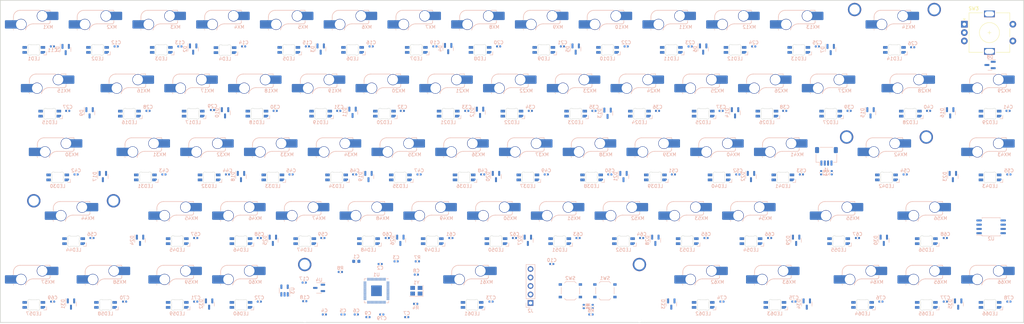
<source format=kicad_pcb>
(kicad_pcb (version 20221018) (generator pcbnew)
  (layers (0 "F.Cu" signal) (31 "B.Cu" signal) (34 "B.Paste" user) (35 "F.Paste" user) (36 "B.SilkS" user "B.Silkscreen") (37 "F.SilkS" user "F.Silkscreen") (38 "B.Mask" user) (39 "F.Mask" user) (44 "Edge.Cuts" user))
  (net 0 "")
  (net 1 "+3V3")
  (net 2 "GND")
  (net 3 "+1V1")
  (net 4 "Net-(C8-Pad2)")
  (net 5 "XIN")
  (net 6 "LED_POWA")
  (net 7 "+5V")
  (net 8 "+3.3V")
  (net 9 "ROW0")
  (net 10 "ROW1")
  (net 11 "ROW2")
  (net 12 "Net-(D1-Pad1)")
  (net 13 "ROW3")
  (net 14 "Net-(D1-Pad2)")
  (net 15 "ROW4")
  (net 16 "Net-(D2-Pad1)")
  (net 17 "D-")
  (net 18 "D+")
  (net 19 "RESET")
  (net 20 "SWC")
  (net 21 "SWD")
  (net 22 "Net-(LED1-DOUT)")
  (net 23 "LED_DATAO")
  (net 24 "Net-(LED2-DOUT)")
  (net 25 "Net-(LED3-DOUT)")
  (net 26 "Net-(LED4-DOUT)")
  (net 27 "Net-(LED5-DOUT)")
  (net 28 "Net-(LED6-DOUT)")
  (net 29 "Net-(LED7-DOUT)")
  (net 30 "Net-(LED8-DOUT)")
  (net 31 "Net-(LED10-DIN)")
  (net 32 "Net-(LED10-DOUT)")
  (net 33 "Net-(LED11-DOUT)")
  (net 34 "Net-(LED12-DOUT)")
  (net 35 "Net-(LED13-DOUT)")
  (net 36 "Net-(LED14-DOUT)")
  (net 37 "Net-(LED15-DOUT)")
  (net 38 "Net-(LED15-DIN)")
  (net 39 "Net-(LED16-DOUT)")
  (net 40 "Net-(LED16-DIN)")
  (net 41 "Net-(LED17-DOUT)")
  (net 42 "Net-(LED17-DIN)")
  (net 43 "Net-(LED18-DIN)")
  (net 44 "Net-(LED19-DIN)")
  (net 45 "Net-(LED20-DIN)")
  (net 46 "Net-(LED21-DIN)")
  (net 47 "Net-(LED22-DIN)")
  (net 48 "Net-(LED23-DIN)")
  (net 49 "Net-(LED24-DIN)")
  (net 50 "Net-(LED25-DIN)")
  (net 51 "Net-(LED26-DIN)")
  (net 52 "Net-(LED27-DIN)")
  (net 53 "Net-(LED28-DIN)")
  (net 54 "Net-(LED29-DIN)")
  (net 55 "Net-(LED30-DIN)")
  (net 56 "Net-(LED32-DOUT)")
  (net 57 "Net-(LED33-DOUT)")
  (net 58 "Net-(LED34-DOUT)")
  (net 59 "Net-(LED35-DOUT)")
  (net 60 "Net-(LED36-DOUT)")
  (net 61 "Net-(LED37-DOUT)")
  (net 62 "Net-(LED38-DOUT)")
  (net 63 "Net-(LED39-DOUT)")
  (net 64 "Net-(LED40-DOUT)")
  (net 65 "Net-(LED41-DOUT)")
  (net 66 "Net-(LED42-DOUT)")
  (net 67 "Net-(LED43-DOUT)")
  (net 68 "Net-(LED45-DIN)")
  (net 69 "Net-(LED46-DIN)")
  (net 70 "Net-(LED47-DIN)")
  (net 71 "Net-(LED48-DIN)")
  (net 72 "Net-(LED49-DIN)")
  (net 73 "Net-(LED50-DIN)")
  (net 74 "Net-(LED51-DIN)")
  (net 75 "Net-(LED52-DIN)")
  (net 76 "Net-(LED53-DIN)")
  (net 77 "Net-(LED54-DIN)")
  (net 78 "Net-(LED55-DIN)")
  (net 79 "Net-(LED57-DOUT)")
  (net 80 "Net-(LED58-DOUT)")
  (net 81 "Net-(LED59-DOUT)")
  (net 82 "Net-(LED60-DOUT)")
  (net 83 "Net-(LED61-DOUT)")
  (net 84 "Net-(LED62-DOUT)")
  (net 85 "Net-(LED63-DOUT)")
  (net 86 "Net-(LED64-DOUT)")
  (net 87 "Net-(LED65-DOUT)")
  (net 89 "Col0")
  (net 90 "COL1")
  (net 91 "COL2")
  (net 92 "COL3")
  (net 93 "COL4")
  (net 94 "COL5")
  (net 95 "COL6")
  (net 96 "COL7")
  (net 97 "COL8")
  (net 98 "COL9")
  (net 99 "COL10")
  (net 100 "COL11")
  (net 101 "COL12")
  (net 102 "COL13")
  (net 103 "COL14")
  (net 104 "Net-(U1-USB_DP)")
  (net 105 "Net-(U1-USB_DM)")
  (net 106 "XOUT")
  (net 107 "Net-(R5-Pad1)")
  (net 108 "Q_SEL")
  (net 109 "Net-(R6-Pad1)")
  (net 110 "Net-(U1-GPIO27_ADC1)")
  (net 111 "LED_DATAI")
  (net 112 "ROT A")
  (net 113 "ROT B")
  (net 141 "Q_IO3")
  (net 142 "Q_CLK")
  (net 143 "Q_IO0")
  (net 144 "Q_IO2")
  (net 145 "Q_IO1")
  (net 146 "Net-(D2-Pad2)")
  (net 147 "Net-(D3-Pad1)")
  (net 148 "Net-(D3-Pad2)")
  (net 149 "Net-(D4-Pad1)")
  (net 150 "Net-(D4-Pad2)")
  (net 151 "Net-(D5-Pad1)")
  (net 152 "Net-(D5-Pad2)")
  (net 153 "Net-(D6-Pad1)")
  (net 154 "Net-(D6-Pad2)")
  (net 155 "Net-(D7-Pad1)")
  (net 156 "Net-(D7-Pad2)")
  (net 157 "Net-(D9-Pad1)")
  (net 158 "Net-(D9-Pad2)")
  (net 159 "Net-(D10-Pad1)")
  (net 160 "Net-(D10-Pad2)")
  (net 161 "Net-(D11-Pad1)")
  (net 162 "Net-(D11-Pad2)")
  (net 163 "Net-(D12-Pad1)")
  (net 164 "Net-(D12-Pad2)")
  (net 165 "Net-(D13-Pad1)")
  (net 166 "Net-(D13-Pad2)")
  (net 167 "Net-(D14-Pad1)")
  (net 168 "Net-(D14-Pad2)")
  (net 169 "Net-(D15-Pad1)")
  (net 170 "Net-(D15-Pad2)")
  (net 172 "Net-(D17-Pad1)")
  (net 173 "Net-(D17-Pad2)")
  (net 174 "Net-(D18-Pad1)")
  (net 175 "Net-(D18-Pad2)")
  (net 176 "Net-(D19-Pad1)")
  (net 177 "Net-(D19-Pad2)")
  (net 178 "Net-(D20-Pad1)")
  (net 179 "Net-(D20-Pad2)")
  (net 180 "Net-(D21-Pad1)")
  (net 181 "Net-(D21-Pad2)")
  (net 182 "Net-(D22-Pad1)")
  (net 183 "Net-(D22-Pad2)")
  (net 184 "Net-(D23-Pad1)")
  (net 185 "Net-(D23-Pad2)")
  (net 186 "Net-(D24-Pad1)")
  (net 187 "Net-(D24-Pad2)")
  (net 188 "Net-(D25-Pad1)")
  (net 189 "Net-(D25-Pad2)")
  (net 190 "Net-(D26-Pad1)")
  (net 191 "Net-(D26-Pad2)")
  (net 192 "Net-(D27-Pad1)")
  (net 193 "Net-(D27-Pad2)")
  (net 194 "Net-(D28-Pad1)")
  (net 195 "Net-(D28-Pad2)")
  (net 196 "Net-(D29-Pad1)")
  (net 197 "Net-(D29-Pad2)")
  (net 198 "Net-(D16-Pad2)")
  (net 199 "Net-(D31-Pad1)")
  (net 200 "Net-(D31-Pad2)")
  (net 201 "Net-(D32-Pad1)")
  (net 202 "Net-(D32-Pad2)")
  (net 203 "Net-(D33-Pad1)")
  (net 204 "Net-(D34-Pad1)")
  (net 205 "Net-(D35-Pad1)")
  (net 206 "Net-(D33-Pad2)")
  (net 207 "Net-(D34-Pad2)")
  (net 208 "Net-(D35-Pad2)")
  (net 209 "Net-(D30-Pad1)")
  (net 212 "Net-(D8-Pad2)")
  (footprint "PCM_marbastlib-mx:STAB_MX_P_6.25u" (layer "F.Cu") (at 190.1825 219.8687)
    (fp_text reference "S1" hide)
    (fp_text value "MY_stab")
  )
  (footprint "PCM_marbastlib-mx:STAB_MX_P_2u" (layer "F.Cu") (at 316.3888 143.6687)
    (fp_text reference "S3" hide)
    (fp_text value "MY_stab")
  )
  (footprint "Rotary_Encoder:RotaryEncoder_Alps_EC11E-Switch_Vertical_H20mm" (layer "F.Cu") (at 337.2763 141.0812)
    (fp_text reference "SW3")
    (fp_text value "RotaryEncoder_Switch")
  )
  (footprint "PCM_marbastlib-mx:STAB_MX_P_2.25u" (layer "F.Cu") (at 314.0075 181.7687)
    (fp_text reference "S2" hide)
    (fp_text value "MY_stab")
  )
  (footprint "PCM_marbastlib-mx:STAB_MX_P_2.25u" (layer "F.Cu") (at 71.12 200.8187)
    (fp_text reference "S4" hide)
    (fp_text value "MY_stab")
  )
  (footprint "Capacitor_SMD:C_0402_1005Metric" (layer "B.Cu") (at 112.595 166.7125 180)
    (fp_text reference "C29")
    (fp_text value "100nF")
  )
  (footprint "Capacitor_SMD:C_0402_1005Metric" (layer "B.Cu") (at 188.595 166.9625 180)
    (fp_text reference "C33")
    (fp_text value "100nF")
  )
  (footprint "PCM_marbastlib-mx:SW_MX_HS_1u" (layer "B.Cu") (at 159.2263 200.8187 180)
    (fp_text reference "MX48")
    (fp_text value "MX_SW_HS")
  )
  (footprint "Resistor_SMD:R_0402_1005Metric" (layer "B.Cu") (at 297.6563 185.4537 -90)
    (fp_text reference "R2")
    (fp_text value "27")
  )
  (footprint "Capacitor_SMD:C_0402_1005Metric" (layer "B.Cu") (at 150.345 166.9625 180)
    (fp_text reference "C31")
    (fp_text value "100nF")
  )
  (footprint "PCM_marbastlib-mx:LED_MX_6028R" (layer "B.Cu") (at 63.9763 167.7987 180)
    (fp_text reference "LED15")
    (fp_text value "MX_SK6812MINI-E")
    (fp_line (start -1.699999 0.702843) (end -1.699999 -0.702841) (stroke (width 0.1)) (layer "Edge.Cuts"))
    (fp_line (start -0.794452 -1.499999) (end 0.794452 -1.499999) (stroke (width 0.1)) (layer "Edge.Cuts"))
    (fp_line (start 0.794452 1.5) (end -0.794453 1.5) (stroke (width 0.1)) (layer "Edge.Cuts"))
    (fp_line (start 1.699999 -0.702841) (end 1.699999 0.702843) (stroke (width 0.1)) (layer "Edge.Cuts"))
    (fp_arc (start -1.749484 -0.919719) (mid -1.712527 -0.814067) (end -1.699999 -0.702841) (stroke (width 0.1)) (layer "Edge.Cuts"))
    (fp_arc (start -1.749484 -0.919718) (mid -1.638072 -1.504034) (end -1.046711 -1.568298) (stroke (width 0.1)) (layer "Edge.Cuts"))
    (fp_arc (start -1.699999 0.702844) (mid -1.712527 0.814069) (end -1.749484 0.919721) (stroke (width 0.1)) (layer "Edge.Cuts"))
    (fp_arc (start -1.046711 1.568299) (mid -1.63807 1.504035) (end -1.749484 0.919721) (stroke (width 0.1)) (layer "Edge.Cuts"))
    (fp_arc (start -1.046711 1.568299) (mid -0.925123 1.517377) (end -0.794453 1.5) (stroke (width 0.1)) (layer "Edge.Cuts"))
    (fp_arc (start -0.794452 -1.499999) (mid -0.925123 -1.517376) (end -1.046711 -1.568298) (stroke (width 0.1)) (layer "Edge.Cuts"))
    (fp_arc (start 0.794453 1.500001) (mid 0.925123 1.517378) (end 1.046711 1.5683) (stroke (width 0.1)) (layer "Edge.Cuts"))
    (fp_arc (start 1.04671 -1.568298) (mid 0.925122 -1.517376) (end 0.794452 -1.499999) (stroke (width 0.1)) (layer "Edge.Cuts"))
    (fp_arc (start 1.046711 -1.568296) (mid 1.63807 -1.504033) (end 1.749484 -0.919719) (stroke (width 0.1)) (layer "Edge.Cuts"))
    (fp_arc (start 1.699999 -0.702842) (mid 1.712536 -0.814064) (end 1.749484 -0.919719) (stroke (width 0.1)) (layer "Edge.Cuts"))
    (fp_arc (start 1.749484 0.919721) (mid 1.638072 1.504036) (end 1.046711 1.5683) (stroke (width 0.1)) (layer "Edge.Cuts"))
    (fp_arc (start 1.749484 0.919721) (mid 1.712526 0.814069) (end 1.699999 0.702843) (stroke (width 0.1)) (layer "Edge.Cuts"))
  )
  (footprint "PCM_marbastlib-mx:LED_MX_6028R" (layer "B.Cu") (at 344.9638 167.7987 180)
    (fp_text reference "LED29")
    (fp_text value "MX_SK6812MINI-E")
    (fp_line (start -1.699999 0.702843) (end -1.699999 -0.702841) (stroke (width 0.1)) (layer "Edge.Cuts"))
    (fp_line (start -0.794452 -1.499999) (end 0.794452 -1.499999) (stroke (width 0.1)) (layer "Edge.Cuts"))
    (fp_line (start 0.794452 1.5) (end -0.794453 1.5) (stroke (width 0.1)) (layer "Edge.Cuts"))
    (fp_line (start 1.699999 -0.702841) (end 1.699999 0.702843) (stroke (width 0.1)) (layer "Edge.Cuts"))
    (fp_arc (start -1.749484 -0.919719) (mid -1.712527 -0.814067) (end -1.699999 -0.702841) (stroke (width 0.1)) (layer "Edge.Cuts"))
    (fp_arc (start -1.749484 -0.919718) (mid -1.638072 -1.504034) (end -1.046711 -1.568298) (stroke (width 0.1)) (layer "Edge.Cuts"))
    (fp_arc (start -1.699999 0.702844) (mid -1.712527 0.814069) (end -1.749484 0.919721) (stroke (width 0.1)) (layer "Edge.Cuts"))
    (fp_arc (start -1.046711 1.568299) (mid -1.63807 1.504035) (end -1.749484 0.919721) (stroke (width 0.1)) (layer "Edge.Cuts"))
    (fp_arc (start -1.046711 1.568299) (mid -0.925123 1.517377) (end -0.794453 1.5) (stroke (width 0.1)) (layer "Edge.Cuts"))
    (fp_arc (start -0.794452 -1.499999) (mid -0.925123 -1.517376) (end -1.046711 -1.568298) (stroke (width 0.1)) (layer "Edge.Cuts"))
    (fp_arc (start 0.794453 1.500001) (mid 0.925123 1.517378) (end 1.046711 1.5683) (stroke (width 0.1)) (layer "Edge.Cuts"))
    (fp_arc (start 1.04671 -1.568298) (mid 0.925122 -1.517376) (end 0.794452 -1.499999) (stroke (width 0.1)) (layer "Edge.Cuts"))
    (fp_arc (start 1.046711 -1.568296) (mid 1.63807 -1.504033) (end 1.749484 -0.919719) (stroke (width 0.1)) (layer "Edge.Cuts"))
    (fp_arc (start 1.699999 -0.702842) (mid 1.712536 -0.814064) (end 1.749484 -0.919719) (stroke (width 0.1)) (layer "Edge.Cuts"))
    (fp_arc (start 1.749484 0.919721) (mid 1.638072 1.504036) (end 1.046711 1.5683) (stroke (width 0.1)) (layer "Edge.Cuts"))
    (fp_arc (start 1.749484 0.919721) (mid 1.712526 0.814069) (end 1.699999 0.702843) (stroke (width 0.1)) (layer "Edge.Cuts"))
  )
  (footprint "PCM_marbastlib-mx:SW_MX_HS_1u" (layer "B.Cu") (at 249.7138 143.6687 180)
    (fp_text reference "MX11")
    (fp_text value "MX_SW_HS")
  )
  (footprint "PCM_marbastlib-mx:LED_MX_6028R" (layer "B.Cu") (at 102.0763 205.8987 180)
    (fp_text reference "LED45")
    (fp_text value "MX_SK6812MINI-E")
    (fp_line (start -1.699999 0.702843) (end -1.699999 -0.702841) (stroke (width 0.1)) (layer "Edge.Cuts"))
    (fp_line (start -0.794452 -1.499999) (end 0.794452 -1.499999) (stroke (width 0.1)) (layer "Edge.Cuts"))
    (fp_line (start 0.794452 1.5) (end -0.794453 1.5) (stroke (width 0.1)) (layer "Edge.Cuts"))
    (fp_line (start 1.699999 -0.702841) (end 1.699999 0.702843) (stroke (width 0.1)) (layer "Edge.Cuts"))
    (fp_arc (start -1.749484 -0.919719) (mid -1.712527 -0.814067) (end -1.699999 -0.702841) (stroke (width 0.1)) (layer "Edge.Cuts"))
    (fp_arc (start -1.749484 -0.919718) (mid -1.638072 -1.504034) (end -1.046711 -1.568298) (stroke (width 0.1)) (layer "Edge.Cuts"))
    (fp_arc (start -1.699999 0.702844) (mid -1.712527 0.814069) (end -1.749484 0.919721) (stroke (width 0.1)) (layer "Edge.Cuts"))
    (fp_arc (start -1.046711 1.568299) (mid -1.63807 1.504035) (end -1.749484 0.919721) (stroke (width 0.1)) (layer "Edge.Cuts"))
    (fp_arc (start -1.046711 1.568299) (mid -0.925123 1.517377) (end -0.794453 1.5) (stroke (width 0.1)) (layer "Edge.Cuts"))
    (fp_arc (start -0.794452 -1.499999) (mid -0.925123 -1.517376) (end -1.046711 -1.568298) (stroke (width 0.1)) (layer "Edge.Cuts"))
    (fp_arc (start 0.794453 1.500001) (mid 0.925123 1.517378) (end 1.046711 1.5683) (stroke (width 0.1)) (layer "Edge.Cuts"))
    (fp_arc (start 1.04671 -1.568298) (mid 0.925122 -1.517376) (end 0.794452 -1.499999) (stroke (width 0.1)) (layer "Edge.Cuts"))
    (fp_arc (start 1.046711 -1.568296) (mid 1.63807 -1.504033) (end 1.749484 -0.919719) (stroke (width 0.1)) (layer "Edge.Cuts"))
    (fp_arc (start 1.699999 -0.702842) (mid 1.712536 -0.814064) (end 1.749484 -0.919719) (stroke (width 0.1)) (layer "Edge.Cuts"))
    (fp_arc (start 1.749484 0.919721) (mid 1.638072 1.504036) (end 1.046711 1.5683) (stroke (width 0.1)) (layer "Edge.Cuts"))
    (fp_arc (start 1.749484 0.919721) (mid 1.712526 0.814069) (end 1.699999 0.702843) (stroke (width 0.1)) (layer "Edge.Cuts"))
  )
  (footprint "PCM_marbastlib-mx:SW_MX_HS_1u" (layer "B.Cu") (at 202.0888 162.7187 180)
    (fp_text reference "MX22")
    (fp_text value "MX_SW_HS")
  )
  (footprint "Capacitor_SMD:C_0402_1005Metric" (layer "B.Cu") (at 274.345 147.7125 180)
    (fp_text reference "C24")
    (fp_text value "100nF")
  )
  (footprint "PCM_marbastlib-mx:LED_MX_6028R" (layer "B.Cu") (at 297.3388 167.7987 180)
    (fp_text reference "LED27")
    (fp_text value "MX_SK6812MINI-E")
    (fp_line (start -1.699999 0.702843) (end -1.699999 -0.702841) (stroke (width 0.1)) (layer "Edge.Cuts"))
    (fp_line (start -0.794452 -1.499999) (end 0.794452 -1.499999) (stroke (width 0.1)) (layer "Edge.Cuts"))
    (fp_line (start 0.794452 1.5) (end -0.794453 1.5) (stroke (width 0.1)) (layer "Edge.Cuts"))
    (fp_line (start 1.699999 -0.702841) (end 1.699999 0.702843) (stroke (width 0.1)) (layer "Edge.Cuts"))
    (fp_arc (start -1.749484 -0.919719) (mid -1.712527 -0.814067) (end -1.699999 -0.702841) (stroke (width 0.1)) (layer "Edge.Cuts"))
    (fp_arc (start -1.749484 -0.919718) (mid -1.638072 -1.504034) (end -1.046711 -1.568298) (stroke (width 0.1)) (layer "Edge.Cuts"))
    (fp_arc (start -1.699999 0.702844) (mid -1.712527 0.814069) (end -1.749484 0.919721) (stroke (width 0.1)) (layer "Edge.Cuts"))
    (fp_arc (start -1.046711 1.568299) (mid -1.63807 1.504035) (end -1.749484 0.919721) (stroke (width 0.1)) (layer "Edge.Cuts"))
    (fp_arc (start -1.046711 1.568299) (mid -0.925123 1.517377) (end -0.794453 1.5) (stroke (width 0.1)) (layer "Edge.Cuts"))
    (fp_arc (start -0.794452 -1.499999) (mid -0.925123 -1.517376) (end -1.046711 -1.568298) (stroke (width 0.1)) (layer "Edge.Cuts"))
    (fp_arc (start 0.794453 1.500001) (mid 0.925123 1.517378) (end 1.046711 1.5683) (stroke (width 0.1)) (layer "Edge.Cuts"))
    (fp_arc (start 1.04671 -1.568298) (mid 0.925122 -1.517376) (end 0.794452 -1.499999) (stroke (width 0.1)) (layer "Edge.Cuts"))
    (fp_arc (start 1.046711 -1.568296) (mid 1.63807 -1.504033) (end 1.749484 -0.919719) (stroke (width 0.1)) (layer "Edge.Cuts"))
    (fp_arc (start 1.699999 -0.702842) (mid 1.712536 -0.814064) (end 1.749484 -0.919719) (stroke (width 0.1)) (layer "Edge.Cuts"))
    (fp_arc (start 1.749484 0.919721) (mid 1.638072 1.504036) (end 1.046711 1.5683) (stroke (width 0.1)) (layer "Edge.Cuts"))
    (fp_arc (start 1.749484 0.919721) (mid 1.712526 0.814069) (end 1.699999 0.702843) (stroke (width 0.1)) (layer "Edge.Cuts"))
  )
  (footprint "PCM_marbastlib-mx:LED_MX_6028R" (layer "B.Cu") (at 92.5513 186.8487 180)
    (fp_text reference "LED31")
    (fp_text value "MX_SK6812MINI-E")
    (fp_line (start -1.699999 0.702843) (end -1.699999 -0.702841) (stroke (width 0.1)) (layer "Edge.Cuts"))
    (fp_line (start -0.794452 -1.499999) (end 0.794452 -1.499999) (stroke (width 0.1)) (layer "Edge.Cuts"))
    (fp_line (start 0.794452 1.5) (end -0.794453 1.5) (stroke (width 0.1)) (layer "Edge.Cuts"))
    (fp_line (start 1.699999 -0.702841) (end 1.699999 0.702843) (stroke (width 0.1)) (layer "Edge.Cuts"))
    (fp_arc (start -1.749484 -0.919719) (mid -1.712527 -0.814067) (end -1.699999 -0.702841) (stroke (width 0.1)) (layer "Edge.Cuts"))
    (fp_arc (start -1.749484 -0.919718) (mid -1.638072 -1.504034) (end -1.046711 -1.568298) (stroke (width 0.1)) (layer "Edge.Cuts"))
    (fp_arc (start -1.699999 0.702844) (mid -1.712527 0.814069) (end -1.749484 0.919721) (stroke (width 0.1)) (layer "Edge.Cuts"))
    (fp_arc (start -1.046711 1.568299) (mid -1.63807 1.504035) (end -1.749484 0.919721) (stroke (width 0.1)) (layer "Edge.Cuts"))
    (fp_arc (start -1.046711 1.568299) (mid -0.925123 1.517377) (end -0.794453 1.5) (stroke (width 0.1)) (layer "Edge.Cuts"))
    (fp_arc (start -0.794452 -1.499999) (mid -0.925123 -1.517376) (end -1.046711 -1.568298) (stroke (width 0.1)) (layer "Edge.Cuts"))
    (fp_arc (start 0.794453 1.500001) (mid 0.925123 1.517378) (end 1.046711 1.5683) (stroke (width 0.1)) (layer "Edge.Cuts"))
    (fp_arc (start 1.04671 -1.568298) (mid 0.925122 -1.517376) (end 0.794452 -1.499999) (stroke (width 0.1)) (layer "Edge.Cuts"))
    (fp_arc (start 1.046711 -1.568296) (mid 1.63807 -1.504033) (end 1.749484 -0.919719) (stroke (width 0.1)) (layer "Edge.Cuts"))
    (fp_arc (start 1.699999 -0.702842) (mid 1.712536 -0.814064) (end 1.749484 -0.919719) (stroke (width 0.1)) (layer "Edge.Cuts"))
    (fp_arc (start 1.749484 0.919721) (mid 1.638072 1.504036) (end 1.046711 1.5683) (stroke (width 0.1)) (layer "Edge.Cuts"))
    (fp_arc (start 1.749484 0.919721) (mid 1.712526 0.814069) (end 1.699999 0.702843) (stroke (width 0.1)) (layer "Edge.Cuts"))
  )
  (footprint "Resistor_SMD:R_0402_1005Metric" (layer "B.Cu") (at 173.8313 211.9312 180)
    (fp_text reference "R7")
    (fp_text value "5.1k")
  )
  (footprint "PCM_marbastlib-mx:SW_MX_HS_1u" (layer "B.Cu") (at 240.1888 162.7187 180)
    (fp_text reference "MX24")
    (fp_text value "MX_SW_HS")
  )
  (footprint "Capacitor_SMD:C_0402_1005Metric" (layer "B.Cu") (at 98.095 185.9625 180)
    (fp_text reference "C43")
    (fp_text value "100nF")
  )
  (footprint "PCM_marbastlib-mx:SW_MX_HS_1u" (layer "B.Cu") (at 87.7888 162.7187 180)
    (fp_text reference "MX16")
    (fp_text value "MX_SW_HS")
  )
  (footprint "PCM_marbastlib-mx:LED_MX_6028R" (layer "B.Cu") (at 280.67 224.9487 180)
    (fp_text reference "LED63")
    (fp_text value "MX_SK6812MINI-E")
    (fp_line (start -1.699999 0.702843) (end -1.699999 -0.702841) (stroke (width 0.1)) (layer "Edge.Cuts"))
    (fp_line (start -0.794452 -1.499999) (end 0.794452 -1.499999) (stroke (width 0.1)) (layer "Edge.Cuts"))
    (fp_line (start 0.794452 1.5) (end -0.794453 1.5) (stroke (width 0.1)) (layer "Edge.Cuts"))
    (fp_line (start 1.699999 -0.702841) (end 1.699999 0.702843) (stroke (width 0.1)) (layer "Edge.Cuts"))
    (fp_arc (start -1.749484 -0.919719) (mid -1.712527 -0.814067) (end -1.699999 -0.702841) (stroke (width 0.1)) (layer "Edge.Cuts"))
    (fp_arc (start -1.749484 -0.919718) (mid -1.638072 -1.504034) (end -1.046711 -1.568298) (stroke (width 0.1)) (layer "Edge.Cuts"))
    (fp_arc (start -1.699999 0.702844) (mid -1.712527 0.814069) (end -1.749484 0.919721) (stroke (width 0.1)) (layer "Edge.Cuts"))
    (fp_arc (start -1.046711 1.568299) (mid -1.63807 1.504035) (end -1.749484 0.919721) (stroke (width 0.1)) (layer "Edge.Cuts"))
    (fp_arc (start -1.046711 1.568299) (mid -0.925123 1.517377) (end -0.794453 1.5) (stroke (width 0.1)) (layer "Edge.Cuts"))
    (fp_arc (start -0.794452 -1.499999) (mid -0.925123 -1.517376) (end -1.046711 -1.568298) (stroke (width 0.1)) (layer "Edge.Cuts"))
    (fp_arc (start 0.794453 1.500001) (mid 0.925123 1.517378) (end 1.046711 1.5683) (stroke (width 0.1)) (layer "Edge.Cuts"))
    (fp_arc (start 1.04671 -1.568298) (mid 0.925122 -1.517376) (end 0.794452 -1.499999) (stroke (width 0.1)) (layer "Edge.Cuts"))
    (fp_arc (start 1.046711 -1.568296) (mid 1.63807 -1.504033) (end 1.749484 -0.919719) (stroke (width 0.1)) (layer "Edge.Cuts"))
    (fp_arc (start 1.699999 -0.702842) (mid 1.712536 -0.814064) (end 1.749484 -0.919719) (stroke (width 0.1)) (layer "Edge.Cuts"))
    (fp_arc (start 1.749484 0.919721) (mid 1.638072 1.504036) (end 1.046711 1.5683) (stroke (width 0.1)) (layer "Edge.Cuts"))
    (fp_arc (start 1.749484 0.919721) (mid 1.712526 0.814069) (end 1.699999 0.702843) (stroke (width 0.1)) (layer "Edge.Cuts"))
  )
  (footprint "Capacitor_SMD:C_0402_1005Metric" (layer "B.Cu") (at 160.02 147.7 180)
    (fp_text reference "C16")
    (fp_text value "100nF")
  )
  (footprint "PCM_marbastlib-mx:LED_MX_6028R" (layer "B.Cu") (at 173.5138 148.7487 180)
    (fp_text reference "LED7")
    (fp_text value "MX_SK6812MINI-E")
    (fp_line (start -1.699999 0.702843) (end -1.699999 -0.702841) (stroke (width 0.1)) (layer "Edge.Cuts"))
    (fp_line (start -0.794452 -1.499999) (end 0.794452 -1.499999) (stroke (width 0.1)) (layer "Edge.Cuts"))
    (fp_line (start 0.794452 1.5) (end -0.794453 1.5) (stroke (width 0.1)) (layer "Edge.Cuts"))
    (fp_line (start 1.699999 -0.702841) (end 1.699999 0.702843) (stroke (width 0.1)) (layer "Edge.Cuts"))
    (fp_arc (start -1.749484 -0.919719) (mid -1.712527 -0.814067) (end -1.699999 -0.702841) (stroke (width 0.1)) (layer "Edge.Cuts"))
    (fp_arc (start -1.749484 -0.919718) (mid -1.638072 -1.504034) (end -1.046711 -1.568298) (stroke (width 0.1)) (layer "Edge.Cuts"))
    (fp_arc (start -1.699999 0.702844) (mid -1.712527 0.814069) (end -1.749484 0.919721) (stroke (width 0.1)) (layer "Edge.Cuts"))
    (fp_arc (start -1.046711 1.568299) (mid -1.63807 1.504035) (end -1.749484 0.919721) (stroke (width 0.1)) (layer "Edge.Cuts"))
    (fp_arc (start -1.046711 1.568299) (mid -0.925123 1.517377) (end -0.794453 1.5) (stroke (width 0.1)) (layer "Edge.Cuts"))
    (fp_arc (start -0.794452 -1.499999) (mid -0.925123 -1.517376) (end -1.046711 -1.568298) (stroke (width 0.1)) (layer "Edge.Cuts"))
    (fp_arc (start 0.794453 1.500001) (mid 0.925123 1.517378) (end 1.046711 1.5683) (stroke (width 0.1)) (layer "Edge.Cuts"))
    (fp_arc (start 1.04671 -1.568298) (mid 0.925122 -1.517376) (end 0.794452 -1.499999) (stroke (width 0.1)) (layer "Edge.Cuts"))
    (fp_arc (start 1.046711 -1.568296) (mid 1.63807 -1.504033) (end 1.749484 -0.919719) (stroke (width 0.1)) (layer "Edge.Cuts"))
    (fp_arc (start 1.699999 -0.702842) (mid 1.712536 -0.814064) (end 1.749484 -0.919719) (stroke (width 0.1)) (layer "Edge.Cuts"))
    (fp_arc (start 1.749484 0.919721) (mid 1.638072 1.504036) (end 1.046711 1.5683) (stroke (width 0.1)) (layer "Edge.Cuts"))
    (fp_arc (start 1.749484 0.919721) (mid 1.712526 0.814069) (end 1.699999 0.702843) (stroke (width 0.1)) (layer "Edge.Cuts"))
  )
  (footprint "Capacitor_SMD:C_0402_1005Metric" (layer "B.Cu") (at 126.595 204.9625 180)
    (fp_text reference "C58")
    (fp_text value "100nF")
  )
  (footprint "PCM_marbastlib-mx:LED_MX_6028R" (layer "B.Cu") (at 111.6013 186.8487 180)
    (fp_text reference "LED32")
    (fp_text value "MX_SK6812MINI-E")
    (fp_line (start -1.699999 0.702843) (end -1.699999 -0.702841) (stroke (width 0.1)) (layer "Edge.Cuts"))
    (fp_line (start -0.794452 -1.499999) (end 0.794452 -1.499999) (stroke (width 0.1)) (layer "Edge.Cuts"))
    (fp_line (start 0.794452 1.5) (end -0.794453 1.5) (stroke (width 0.1)) (layer "Edge.Cuts"))
    (fp_line (start 1.699999 -0.702841) (end 1.699999 0.702843) (stroke (width 0.1)) (layer "Edge.Cuts"))
    (fp_arc (start -1.749484 -0.919719) (mid -1.712527 -0.814067) (end -1.699999 -0.702841) (stroke (width 0.1)) (layer "Edge.Cuts"))
    (fp_arc (start -1.749484 -0.919718) (mid -1.638072 -1.504034) (end -1.046711 -1.568298) (stroke (width 0.1)) (layer "Edge.Cuts"))
    (fp_arc (start -1.699999 0.702844) (mid -1.712527 0.814069) (end -1.749484 0.919721) (stroke (width 0.1)) (layer "Edge.Cuts"))
    (fp_arc (start -1.046711 1.568299) (mid -1.63807 1.504035) (end -1.749484 0.919721) (stroke (width 0.1)) (layer "Edge.Cuts"))
    (fp_arc (start -1.046711 1.568299) (mid -0.925123 1.517377) (end -0.794453 1.5) (stroke (width 0.1)) (layer "Edge.Cuts"))
    (fp_arc (start -0.794452 -1.499999) (mid -0.925123 -1.517376) (end -1.046711 -1.568298) (stroke (width 0.1)) (layer "Edge.Cuts"))
    (fp_arc (start 0.794453 1.500001) (mid 0.925123 1.517378) (end 1.046711 1.5683) (stroke (width 0.1)) (layer "Edge.Cuts"))
    (fp_arc (start 1.04671 -1.568298) (mid 0.925122 -1.517376) (end 0.794452 -1.499999) (stroke (width 0.1)) (layer "Edge.Cuts"))
    (fp_arc (start 1.046711 -1.568296) (mid 1.63807 -1.504033) (end 1.749484 -0.919719) (stroke (width 0.1)) (layer "Edge.Cuts"))
    (fp_arc (start 1.699999 -0.702842) (mid 1.712536 -0.814064) (end 1.749484 -0.919719) (stroke (width 0.1)) (layer "Edge.Cuts"))
    (fp_arc (start 1.749484 0.919721) (mid 1.638072 1.504036) (end 1.046711 1.5683) (stroke (width 0.1)) (layer "Edge.Cuts"))
    (fp_arc (start 1.749484 0.919721) (mid 1.712526 0.814069) (end 1.699999 0.702843) (stroke (width 0.1)) (layer "Edge.Cuts"))
  )
  (footprint "PCM_marbastlib-mx:LED_MX_6028R" (layer "B.Cu") (at 78.2638 148.7487 180)
    (fp_text reference "LED2")
    (fp_text value "MX_SK6812MINI-E")
    (fp_line (start -1.699999 0.702843) (end -1.699999 -0.702841) (stroke (width 0.1)) (layer "Edge.Cuts"))
    (fp_line (start -0.794452 -1.499999) (end 0.794452 -1.499999) (stroke (width 0.1)) (layer "Edge.Cuts"))
    (fp_line (start 0.794452 1.5) (end -0.794453 1.5) (stroke (width 0.1)) (layer "Edge.Cuts"))
    (fp_line (start 1.699999 -0.702841) (end 1.699999 0.702843) (stroke (width 0.1)) (layer "Edge.Cuts"))
    (fp_arc (start -1.749484 -0.919719) (mid -1.712527 -0.814067) (end -1.699999 -0.702841) (stroke (width 0.1)) (layer "Edge.Cuts"))
    (fp_arc (start -1.749484 -0.919718) (mid -1.638072 -1.504034) (end -1.046711 -1.568298) (stroke (width 0.1)) (layer "Edge.Cuts"))
    (fp_arc (start -1.699999 0.702844) (mid -1.712527 0.814069) (end -1.749484 0.919721) (stroke (width 0.1)) (layer "Edge.Cuts"))
    (fp_arc (start -1.046711 1.568299) (mid -1.63807 1.504035) (end -1.749484 0.919721) (stroke (width 0.1)) (layer "Edge.Cuts"))
    (fp_arc (start -1.046711 1.568299) (mid -0.925123 1.517377) (end -0.794453 1.5) (stroke (width 0.1)) (layer "Edge.Cuts"))
    (fp_arc (start -0.794452 -1.499999) (mid -0.925123 -1.517376) (end -1.046711 -1.568298) (stroke (width 0.1)) (layer "Edge.Cuts"))
    (fp_arc (start 0.794453 1.500001) (mid 0.925123 1.517378) (end 1.046711 1.5683) (stroke (width 0.1)) (layer "Edge.Cuts"))
    (fp_arc (start 1.04671 -1.568298) (mid 0.925122 -1.517376) (end 0.794452 -1.499999) (stroke (width 0.1)) (layer "Edge.Cuts"))
    (fp_arc (start 1.046711 -1.568296) (mid 1.63807 -1.504033) (end 1.749484 -0.919719) (stroke (width 0.1)) (layer "Edge.Cuts"))
    (fp_arc (start 1.699999 -0.702842) (mid 1.712536 -0.814064) (end 1.749484 -0.919719) (stroke (width 0.1)) (layer "Edge.Cuts"))
    (fp_arc (start 1.749484 0.919721) (mid 1.638072 1.504036) (end 1.046711 1.5683) (stroke (width 0.1)) (layer "Edge.Cuts"))
    (fp_arc (start 1.749484 0.919721) (mid 1.712526 0.814069) (end 1.699999 0.702843) (stroke (width 0.1)) (layer "Edge.Cuts"))
  )
  (footprint "PCM_marbastlib-mx:SW_MX_HS_1u" (layer "B.Cu") (at 259.2388 219.8687 180)
    (fp_text reference "MX62")
    (fp_text value "MX_SW_HS")
  )
  (footprint "Capacitor_SMD:C_0402_1005Metric" (layer "B.Cu") (at 145.595 204.9625 180)
    (fp_text reference "C59")
    (fp_text value "100nF")
  )
  (footprint "Package_TO_SOT_SMD:SOT-23" (layer "B.Cu") (at 344.9638 153.2562 180)
    (fp_text reference "D8")
    (fp_text value "BAT54C")
  )
  (footprint "Capacitor_SMD:C_0402_1005Metric" (layer "B.Cu") (at 302.845 166.9625 180)
    (fp_text reference "C39")
    (fp_text value "100nF")
  )
  (footprint "Capacitor_SMD:C_0402_1005Metric" (layer "B.Cu") (at 231.345 185.9625 180)
    (fp_text reference "C50")
    (fp_text value "100nF")
  )
  (footprint "PCM_marbastlib-mx:SW_MX_HS_1u" (layer "B.Cu") (at 230.6638 143.6687 180)
    (fp_text reference "MX10")
    (fp_text value "MX_SW_HS")
  )
  (footprint "PCM_marbastlib-mx:SW_MX_HS_1u" (layer "B.Cu") (at 92.5513 181.7687 180)
    (fp_text reference "MX31")
    (fp_text value "MX_SW_HS")
  )
  (footprint "Capacitor_SMD:C_0402_1005Metric" (layer "B.Cu") (at 107.595 223.9625 180)
    (fp_text reference "C71")
    (fp_text value "100nF")
  )
  (footprint "Capacitor_SMD:C_0402_1005Metric" (layer "B.Cu") (at 140.97 147.7 180)
    (fp_text reference "C15")
    (fp_text value "100nF")
  )
  (footprint "Package_TO_SOT_SMD:SOT-23" (layer "B.Cu") (at 159.2263 186.5937 -90)
    (fp_text reference "D19")
    (fp_text value "BAT54C")
  )
  (footprint "PCM_marbastlib-mx:LED_MX_6028R" (layer "B.Cu") (at 254.4763 205.8987 180)
    (fp_text reference "LED53")
    (fp_text value "MX_SK6812MINI-E")
    (fp_line (start -1.699999 0.702843) (end -1.699999 -0.702841) (stroke (width 0.1)) (layer "Edge.Cuts"))
    (fp_line (start -0.794452 -1.499999) (end 0.794452 -1.499999) (stroke (width 0.1)) (layer "Edge.Cuts"))
    (fp_line (start 0.794452 1.5) (end -0.794453 1.5) (stroke (width 0.1)) (layer "Edge.Cuts"))
    (fp_line (start 1.699999 -0.702841) (end 1.699999 0.702843) (stroke (width 0.1)) (layer "Edge.Cuts"))
    (fp_arc (start -1.749484 -0.919719) (mid -1.712527 -0.814067) (end -1.699999 -0.702841) (stroke (width 0.1)) (layer "Edge.Cuts"))
    (fp_arc (start -1.749484 -0.919718) (mid -1.638072 -1.504034) (end -1.046711 -1.568298) (stroke (width 0.1)) (layer "Edge.Cuts"))
    (fp_arc (start -1.699999 0.702844) (mid -1.712527 0.814069) (end -1.749484 0.919721) (stroke (width 0.1)) (layer "Edge.Cuts"))
    (fp_arc (start -1.046711 1.568299) (mid -1.63807 1.504035) (end -1.749484 0.919721) (stroke (width 0.1)) (layer "Edge.Cuts"))
    (fp_arc (start -1.046711 1.568299) (mid -0.925123 1.517377) (end -0.794453 1.5) (stroke (width 0.1)) (layer "Edge.Cuts"))
    (fp_arc (start -0.794452 -1.499999) (mid -0.925123 -1.517376) (end -1.046711 -1.568298) (stroke (width 0.1)) (layer "Edge.Cuts"))
    (fp_arc (start 0.794453 1.500001) (mid 0.925123 1.517378) (end 1.046711 1.5683) (stroke (width 0.1)) (layer "Edge.Cuts"))
    (fp_arc (start 1.04671 -1.568298) (mid 0.925122 -1.517376) (end 0.794452 -1.499999) (stroke (width 0.1)) (layer "Edge.Cuts"))
    (fp_arc (start 1.046711 -1.568296) (mid 1.63807 -1.504033) (end 1.749484 -0.919719) (stroke (width 0.1)) (layer "Edge.Cuts"))
    (fp_arc (start 1.699999 -0.702842) (mid 1.712536 -0.814064) (end 1.749484 -0.919719) (stroke (width 0.1)) (layer "Edge.Cuts"))
    (fp_arc (start 1.749484 0.919721) (mid 1.638072 1.504036) (end 1.046711 1.5683) (stroke (width 0.1)) (layer "Edge.Cuts"))
    (fp_arc (start 1.749484 0.919721) (mid 1.712526 0.814069) (end 1.699999 0.702843) (stroke (width 0.1)) (layer "Edge.Cuts"))
  )
  (footprint "PCM_marbastlib-mx:LED_MX_6028R" (layer "B.Cu") (at 259.2388 224.9487 180)
    (fp_text reference "LED62")
    (fp_text value "MX_SK6812MINI-E")
    (fp_line (start -1.699999 0.702843) (end -1.699999 -0.702841) (stroke (width 0.1)) (layer "Edge.Cuts"))
    (fp_line (start -0.794452 -1.499999) (end 0.794452 -1.499999) (stroke (width 0.1)) (layer "Edge.Cuts"))
    (fp_line (start 0.794452 1.5) (end -0.794453 1.5) (stroke (width 0.1)) (layer "Edge.Cuts"))
    (fp_line (start 1.699999 -0.702841) (end 1.699999 0.702843) (stroke (width 0.1)) (layer "Edge.Cuts"))
    (fp_arc (start -1.749484 -0.919719) (mid -1.712527 -0.814067) (end -1.699999 -0.702841) (stroke (width 0.1)) (layer "Edge.Cuts"))
    (fp_arc (start -1.749484 -0.919718) (mid -1.638072 -1.504034) (end -1.046711 -1.568298) (stroke (width 0.1)) (layer "Edge.Cuts"))
    (fp_arc (start -1.699999 0.702844) (mid -1.712527 0.814069) (end -1.749484 0.919721) (stroke (width 0.1)) (layer "Edge.Cuts"))
    (fp_arc (start -1.046711 1.568299) (mid -1.63807 1.504035) (end -1.749484 0.919721) (stroke (width 0.1)) (layer "Edge.Cuts"))
    (fp_arc (start -1.046711 1.568299) (mid -0.925123 1.517377) (end -0.794453 1.5) (stroke (width 0.1)) (layer "Edge.Cuts"))
    (fp_arc (start -0.794452 -1.499999) (mid -0.925123 -1.517376) (end -1.046711 -1.568298) (stroke (width 0.1)) (layer "Edge.Cuts"))
    (fp_arc (start 0.794453 1.500001) (mid 0.925123 1.517378) (end 1.046711 1.5683) (stroke (width 0.1)) (layer "Edge.Cuts"))
    (fp_arc (start 1.04671 -1.568298) (mid 0.925122 -1.517376) (end 0.794452 -1.499999) (stroke (width 0.1)) (layer "Edge.Cuts"))
    (fp_arc (start 1.046711 -1.568296) (mid 1.63807 -1.504033) (end 1.749484 -0.919719) (stroke (width 0.1)) (layer "Edge.Cuts"))
    (fp_arc (start 1.699999 -0.702842) (mid 1.712536 -0.814064) (end 1.749484 -0.919719) (stroke (width 0.1)) (layer "Edge.Cuts"))
    (fp_arc (start 1.749484 0.919721) (mid 1.638072 1.504036) (end 1.046711 1.5683) (stroke (width 0.1)) (layer "Edge.Cuts"))
    (fp_arc (start 1.749484 0.919721) (mid 1.712526 0.814069) (end 1.699999 0.702843) (stroke (width 0.1)) (layer "Edge.Cuts"))
  )
  (footprint "Crystal:Crystal_SMD_3225-4Pin_3.2x2.5mm" (layer "B.Cu") (at 173.525 220.7187 180)
    (fp_text reference "Y1")
    (fp_text value "Crystal_GND24")
  )
  (footprint "Capacitor_SMD:C_0402_1005Metric" (layer "B.Cu") (at 260.095 204.9625 180)
    (fp_text reference "C65")
    (fp_text value "100nF")
  )
  (footprint "Capacitor_SMD:C_0402_1005Metric" (layer "B.Cu") (at 350.595 185.9625 180)
    (fp_text reference "C55")
    (fp_text value "100nF")
  )
  (footprint "Capacitor_SMD:C_0402_1005Metric" (layer "B.Cu") (at 107.595 204.9625 180)
    (fp_text reference "C57")
    (fp_text value "100nF")
  )
  (footprint "PCM_marbastlib-mx:SW_MX_HS_1.75u" (layer "B.Cu") (at 66.3575 181.7687 180)
    (fp_text reference "MX30")
    (fp_text value "MX_SW_HS")
  )
  (footprint "PCM_marbastlib-mx:LED_MX_6028R" (layer "B.Cu") (at 278.2888 167.7987 180)
    (fp_text reference "LED26")
    (fp_text value "MX_SK6812MINI-E")
    (fp_line (start -1.699999 0.702843) (end -1.699999 -0.702841) (stroke (width 0.1)) (layer "Edge.Cuts"))
    (fp_line (start -0.794452 -1.499999) (end 0.794452 -1.499999) (stroke (width 0.1)) (layer "Edge.Cuts"))
    (fp_line (start 0.794452 1.5) (end -0.794453 1.5) (stroke (width 0.1)) (layer "Edge.Cuts"))
    (fp_line (start 1.699999 -0.702841) (end 1.699999 0.702843) (stroke (width 0.1)) (layer "Edge.Cuts"))
    (fp_arc (start -1.749484 -0.919719) (mid -1.712527 -0.814067) (end -1.699999 -0.702841) (stroke (width 0.1)) (layer "Edge.Cuts"))
    (fp_arc (start -1.749484 -0.919718) (mid -1.638072 -1.504034) (end -1.046711 -1.568298) (stroke (width 0.1)) (layer "Edge.Cuts"))
    (fp_arc (start -1.699999 0.702844) (mid -1.712527 0.814069) (end -1.749484 0.919721) (stroke (width 0.1)) (layer "Edge.Cuts"))
    (fp_arc (start -1.046711 1.568299) (mid -1.63807 1.504035) (end -1.749484 0.919721) (stroke (width 0.1)) (layer "Edge.Cuts"))
    (fp_arc (start -1.046711 1.568299) (mid -0.925123 1.517377) (end -0.794453 1.5) (stroke (width 0.1)) (layer "Edge.Cuts"))
    (fp_arc (start -0.794452 -1.499999) (mid -0.925123 -1.517376) (end -1.046711 -1.568298) (stroke (width 0.1)) (layer "Edge.Cuts"))
    (fp_arc (start 0.794453 1.500001) (mid 0.925123 1.517378) (end 1.046711 1.5683) (stroke (width 0.1)) (layer "Edge.Cuts"))
    (fp_arc (start 1.04671 -1.568298) (mid 0.925122 -1.517376) (end 0.794452 -1.499999) (stroke (width 0.1)) (layer "Edge.Cuts"))
    (fp_arc (start 1.046711 -1.568296) (mid 1.63807 -1.504033) (end 1.749484 -0.919719) (stroke (width 0.1)) (layer "Edge.Cuts"))
    (fp_arc (start 1.699999 -0.702842) (mid 1.712536 -0.814064) (end 1.749484 -0.919719) (stroke (width 0.1)) (layer "Edge.Cuts"))
    (fp_arc (start 1.749484 0.919721) (mid 1.638072 1.504036) (end 1.046711 1.5683) (stroke (width 0.1)) (layer "Edge.Cuts"))
    (fp_arc (start 1.749484 0.919721) (mid 1.712526 0.814069) (end 1.699999 0.702843) (stroke (width 0.1)) (layer "Edge.Cuts"))
  )
  (footprint "Capacitor_SMD:C_0402_1005Metric" (layer "B.Cu") (at 193.345 185.9625 180)
    (fp_text reference "C48")
    (fp_text value "100nF")
  )
  (footprint "PCM_marbastlib-mx:LED_MX_6028R" (layer "B.Cu") (at 221.1388 167.7987 180)
    (fp_text reference "LED23")
    (fp_text value "MX_SK6812MINI-E")
    (fp_line (start -1.699999 0.702843) (end -1.699999 -0.702841) (stroke (width 0.1)) (layer "Edge.Cuts"))
    (fp_line (start -0.794452 -1.499999) (end 0.794452 -1.499999) (stroke (width 0.1)) (layer "Edge.Cuts"))
    (fp_line (start 0.794452 1.5) (end -0.794453 1.5) (stroke (width 0.1)) (layer "Edge.Cuts"))
    (fp_line (start 1.699999 -0.702841) (end 1.699999 0.702843) (stroke (width 0.1)) (layer "Edge.Cuts"))
    (fp_arc (start -1.749484 -0.919719) (mid -1.712527 -0.814067) (end -1.699999 -0.702841) (stroke (width 0.1)) (layer "Edge.Cuts"))
    (fp_arc (start -1.749484 -0.919718) (mid -1.638072 -1.504034) (end -1.046711 -1.568298) (stroke (width 0.1)) (layer "Edge.Cuts"))
    (fp_arc (start -1.699999 0.702844) (mid -1.712527 0.814069) (end -1.749484 0.919721) (stroke (width 0.1)) (layer "Edge.Cuts"))
    (fp_arc (start -1.046711 1.568299) (mid -1.63807 1.504035) (end -1.749484 0.919721) (stroke (width 0.1)) (layer "Edge.Cuts"))
    (fp_arc (start -1.046711 1.568299) (mid -0.925123 1.517377) (end -0.794453 1.5) (stroke (width 0.1)) (layer "Edge.Cuts"))
    (fp_arc (start -0.794452 -1.499999) (mid -0.925123 -1.517376) (end -1.046711 -1.568298) (stroke (width 0.1)) (layer "Edge.Cuts"))
    (fp_arc (start 0.794453 1.500001) (mid 0.925123 1.517378) (end 1.046711 1.5683) (stroke (width 0.1)) (layer "Edge.Cuts"))
    (fp_arc (start 1.04671 -1.568298) (mid 0.925122 -1.517376) (end 0.794452 -1.499999) (stroke (width 0.1)) (layer "Edge.Cuts"))
    (fp_arc (start 1.046711 -1.568296) (mid 1.63807 -1.504033) (end 1.749484 -0.919719) (stroke (width 0.1)) (layer "Edge.Cuts"))
    (fp_arc (start 1.699999 -0.702842) (mid 1.712536 -0.814064) (end 1.749484 -0.919719) (stroke (width 0.1)) (layer "Edge.Cuts"))
    (fp_arc (start 1.749484 0.919721) (mid 1.638072 1.504036) (end 1.046711 1.5683) (stroke (width 0.1)) (layer "Edge.Cuts"))
    (fp_arc (start 1.749484 0.919721) (mid 1.712526 0.814069) (end 1.699999 0.702843) (stroke (width 0.1)) (layer "Edge.Cuts"))
  )
  (footprint "PCM_marbastlib-mx:SW_MX_HS_1u" (layer "B.Cu") (at 344.9638 181.7687 180)
    (fp_text reference "MX43")
    (fp_text value "MX_SW_HS")
  )
  (footprint "Package_TO_SOT_SMD:SOT-23" (layer "B.Cu") (at 259.2388 148.4937 -90)
    (fp_text reference "D6")
    (fp_text value "BAT54C")
  )
  (footprint "PCM_marbastlib-mx:LED_MX_6028R" (layer "B.Cu") (at 197.3263 205.8987 180)
    (fp_text reference "LED50")
    (fp_text value "MX_SK6812MINI-E")
    (fp_line (start -1.699999 0.702843) (end -1.699999 -0.702841) (stroke (width 0.1)) (layer "Edge.Cuts"))
    (fp_line (start -0.794452 -1.499999) (end 0.794452 -1.499999) (stroke (width 0.1)) (layer "Edge.Cuts"))
    (fp_line (start 0.794452 1.5) (end -0.794453 1.5) (stroke (width 0.1)) (layer "Edge.Cuts"))
    (fp_line (start 1.699999 -0.702841) (end 1.699999 0.702843) (stroke (width 0.1)) (layer "Edge.Cuts"))
    (fp_arc (start -1.749484 -0.919719) (mid -1.712527 -0.814067) (end -1.699999 -0.702841) (stroke (width 0.1)) (layer "Edge.Cuts"))
    (fp_arc (start -1.749484 -0.919718) (mid -1.638072 -1.504034) (end -1.046711 -1.568298) (stroke (width 0.1)) (layer "Edge.Cuts"))
    (fp_arc (start -1.699999 0.702844) (mid -1.712527 0.814069) (end -1.749484 0.919721) (stroke (width 0.1)) (layer "Edge.Cuts"))
    (fp_arc (start -1.046711 1.568299) (mid -1.63807 1.504035) (end -1.749484 0.919721) (stroke (width 0.1)) (layer "Edge.Cuts"))
    (fp_arc (start -1.046711 1.568299) (mid -0.925123 1.517377) (end -0.794453 1.5) (stroke (width 0.1)) (layer "Edge.Cuts"))
    (fp_arc (start -0.794452 -1.499999) (mid -0.925123 -1.517376) (end -1.046711 -1.568298) (stroke (width 0.1)) (layer "Edge.Cuts"))
    (fp_arc (start 0.794453 1.500001) (mid 0.925123 1.517378) (end 1.046711 1.5683) (stroke (width 0.1)) (layer "Edge.Cuts"))
    (fp_arc (start 1.04671 -1.568298) (mid 0.925122 -1.517376) (end 0.794452 -1.499999) (stroke (width 0.1)) (layer "Edge.Cuts"))
    (fp_arc (start 1.046711 -1.568296) (mid 1.63807 -1.504033) (end 1.749484 -0.919719) (stroke (width 0.1)) (layer "Edge.Cuts"))
    (fp_arc (start 1.699999 -0.702842) (mid 1.712536 -0.814064) (end 1.749484 -0.919719) (stroke (width 0.1)) (layer "Edge.Cuts"))
    (fp_arc (start 1.749484 0.919721) (mid 1.638072 1.504036) (end 1.046711 1.5683) (stroke (width 0.1)) (layer "Edge.Cuts"))
    (fp_arc (start 1.749484 0.919721) (mid 1.712526 0.814069) (end 1.699999 0.702843) (stroke (width 0.1)) (layer "Edge.Cuts"))
  )
  (footprint "PCM_marbastlib-mx:SW_MX_HS_1u" (layer "B.Cu") (at 314.0075 181.7687 180)
    (fp_text reference "MX42")
    (fp_text value "MX_SW_HS")
  )
  (footprint "PCM_marbastlib-mx:LED_MX_6028R" (layer "B.Cu") (at 130.6513 186.8487 180)
    (fp_text reference "LED33")
    (fp_text value "MX_SK6812MINI-E")
    (fp_line (start -1.699999 0.702843) (end -1.699999 -0.702841) (stroke (width 0.1)) (layer "Edge.Cuts"))
    (fp_line (start -0.794452 -1.499999) (end 0.794452 -1.499999) (stroke (width 0.1)) (layer "Edge.Cuts"))
    (fp_line (start 0.794452 1.5) (end -0.794453 1.5) (stroke (width 0.1)) (layer "Edge.Cuts"))
    (fp_line (start 1.699999 -0.702841) (end 1.699999 0.702843) (stroke (width 0.1)) (layer "Edge.Cuts"))
    (fp_arc (start -1.749484 -0.919719) (mid -1.712527 -0.814067) (end -1.699999 -0.702841) (stroke (width 0.1)) (layer "Edge.Cuts"))
    (fp_arc (start -1.749484 -0.919718) (mid -1.638072 -1.504034) (end -1.046711 -1.568298) (stroke (width 0.1)) (layer "Edge.Cuts"))
    (fp_arc (start -1.699999 0.702844) (mid -1.712527 0.814069) (end -1.749484 0.919721) (stroke (width 0.1)) (layer "Edge.Cuts"))
    (fp_arc (start -1.046711 1.568299) (mid -1.63807 1.504035) (end -1.749484 0.919721) (stroke (width 0.1)) (layer "Edge.Cuts"))
    (fp_arc (start -1.046711 1.568299) (mid -0.925123 1.517377) (end -0.794453 1.5) (stroke (width 0.1)) (layer "Edge.Cuts"))
    (fp_arc (start -0.794452 -1.499999) (mid -0.925123 -1.517376) (end -1.046711 -1.568298) (stroke (width 0.1)) (layer "Edge.Cuts"))
    (fp_arc (start 0.794453 1.500001) (mid 0.925123 1.517378) (end 1.046711 1.5683) (stroke (width 0.1)) (layer "Edge.Cuts"))
    (fp_arc (start 1.04671 -1.568298) (mid 0.925122 -1.517376) (end 0.794452 -1.499999) (stroke (width 0.1)) (layer "Edge.Cuts"))
    (fp_arc (start 1.046711 -1.568296) (mid 1.63807 -1.504033) (end 1.749484 -0.919719) (stroke (width 0.1)) (layer "Edge.Cuts"))
    (fp_arc (start 1.699999 -0.702842) (mid 1.712536 -0.814064) (end 1.749484 -0.919719) (stroke (width 0.1)) (layer "Edge.Cuts"))
    (fp_arc (start 1.749484 0.919721) (mid 1.638072 1.504036) (end 1.046711 1.5683) (stroke (width 0.1)) (layer "Edge.Cuts"))
    (fp_arc (start 1.749484 0.919721) (mid 1.712526 0.814069) (end 1.699999 0.702843) (stroke (width 0.1)) (layer "Edge.Cuts"))
  )
  (footprint "PCM_marbastlib-mx:SW_MX_HS_1u" (layer "B.Cu") (at 192.5638 143.6687 180)
    (fp_text reference "MX8")
    (fp_text value "MX_SW_HS")
  )
  (footprint "Capacitor_SMD:C_0402_1005Metric" (layer "B.Cu") (at 146.05 227.8062 180)
    (fp_text reference "C4")
    (fp_text value "1uF")
  )
  (footprint "Capacitor_SMD:C_0603_1608Metric" (layer "B.Cu") (at 155.575 211.9312 180)
    (fp_text reference "C1")
    (fp_text value "10uF")
  )
  (footprint "Capacitor_SMD:C_0402_1005Metric" (layer "B.Cu") (at 83.82 147.7 180)
    (fp_text reference "C12")
    (fp_text value "100nF")
  )
  (footprint "Capacitor_SMD:C_0402_1005Metric" (layer "B.Cu") (at 163.1988 227.8062)
    (fp_text reference "C79")
    (fp_text value "100nF")
  )
  (footprint "PCM_marbastlib-mx:LED_MX_6028R" (layer "B.Cu") (at 102.0763 224.9487 180)
    (fp_text reference "LED59")
    (fp_text value "MX_SK6812MINI-E")
    (fp_line (start -1.699999 0.702843) (end -1.699999 -0.702841) (stroke (width 0.1)) (layer "Edge.Cuts"))
    (fp_line (start -0.794452 -1.499999) (end 0.794452 -1.499999) (stroke (width 0.1)) (layer "Edge.Cuts"))
    (fp_line (start 0.794452 1.5) (end -0.794453 1.5) (stroke (width 0.1)) (layer "Edge.Cuts"))
    (fp_line (start 1.699999 -0.702841) (end 1.699999 0.702843) (stroke (width 0.1)) (layer "Edge.Cuts"))
    (fp_arc (start -1.749484 -0.919719) (mid -1.712527 -0.814067) (end -1.699999 -0.702841) (stroke (width 0.1)) (layer "Edge.Cuts"))
    (fp_arc (start -1.749484 -0.919718) (mid -1.638072 -1.504034) (end -1.046711 -1.568298) (stroke (width 0.1)) (layer "Edge.Cuts"))
    (fp_arc (start -1.699999 0.702844) (mid -1.712527 0.814069) (end -1.749484 0.919721) (stroke (width 0.1)) (layer "Edge.Cuts"))
    (fp_arc (start -1.046711 1.568299) (mid -1.63807 1.504035) (end -1.749484 0.919721) (stroke (width 0.1)) (layer "Edge.Cuts"))
    (fp_arc (start -1.046711 1.568299) (mid -0.925123 1.517377) (end -0.794453 1.5) (stroke (width 0.1)) (layer "Edge.Cuts"))
    (fp_arc (start -0.794452 -1.499999) (mid -0.925123 -1.517376) (end -1.046711 -1.568298) (stroke (width 0.1)) (layer "Edge.Cuts"))
    (fp_arc (start 0.794453 1.500001) (mid 0.925123 1.517378) (end 1.046711 1.5683) (stroke (width 0.1)) (layer "Edge.Cuts"))
    (fp_arc (start 1.04671 -1.568298) (mid 0.925122 -1.517376) (end 0.794452 -1.499999) (stroke (width 0.1)) (layer "Edge.Cuts"))
    (fp_arc (start 1.046711 -1.568296) (mid 1.63807 -1.504033) (end 1.749484 -0.919719) (stroke (width 0.1)) (layer "Edge.Cuts"))
    (fp_arc (start 1.699999 -0.702842) (mid 1.712536 -0.814064) (end 1.749484 -0.919719) (stroke (width 0.1)) (layer "Edge.Cuts"))
    (fp_arc (start 1.749484 0.919721) (mid 1.638072 1.504036) (end 1.046711 1.5683) (stroke (width 0.1)) (layer "Edge.Cuts"))
    (fp_arc (start 1.749484 0.919721) (mid 1.712526 0.814069) (end 1.699999 0.702843) (stroke (width 0.1)) (layer "Edge.Cuts"))
  )
  (footprint "Connector_PinHeader_2.54mm:PinHeader_1x05_P2.54mm_Vertical" (layer "B.Cu") (at 207.645 224.3762)
    (fp_text reference "J2")
    (fp_text value "Conn_01x05")
  )
  (footprint "PCM_marbastlib-mx:SW_MX_HS_1u" (layer "B.Cu") (at 283.0513 181.7687 180)
    (fp_text reference "MX41")
    (fp_text value "MX_SW_HS")
  )
  (footprint "PCM_marbastlib-mx:LED_MX_6028R" (layer "B.Cu") (at 106.8388 167.7987 180)
    (fp_text reference "LED17")
    (fp_text value "MX_SK6812MINI-E")
    (fp_line (start -1.699999 0.702843) (end -1.699999 -0.702841) (stroke (width 0.1)) (layer "Edge.Cuts"))
    (fp_line (start -0.794452 -1.499999) (end 0.794452 -1.499999) (stroke (width 0.1)) (layer "Edge.Cuts"))
    (fp_line (start 0.794452 1.5) (end -0.794453 1.5) (stroke (width 0.1)) (layer "Edge.Cuts"))
    (fp_line (start 1.699999 -0.702841) (end 1.699999 0.702843) (stroke (width 0.1)) (layer "Edge.Cuts"))
    (fp_arc (start -1.749484 -0.919719) (mid -1.712527 -0.814067) (end -1.699999 -0.702841) (stroke (width 0.1)) (layer "Edge.Cuts"))
    (fp_arc (start -1.749484 -0.919718) (mid -1.638072 -1.504034) (end -1.046711 -1.568298) (stroke (width 0.1)) (layer "Edge.Cuts"))
    (fp_arc (start -1.699999 0.702844) (mid -1.712527 0.814069) (end -1.749484 0.919721) (stroke (width 0.1)) (layer "Edge.Cuts"))
    (fp_arc (start -1.046711 1.568299) (mid -1.63807 1.504035) (end -1.749484 0.919721) (stroke (width 0.1)) (layer "Edge.Cuts"))
    (fp_arc (start -1.046711 1.568299) (mid -0.925123 1.517377) (end -0.794453 1.5) (stroke (width 0.1)) (layer "Edge.Cuts"))
    (fp_arc (start -0.794452 -1.499999) (mid -0.925123 -1.517376) (end -1.046711 -1.568298) (stroke (width 0.1)) (layer "Edge.Cuts"))
    (fp_arc (start 0.794453 1.500001) (mid 0.925123 1.517378) (end 1.046711 1.5683) (stroke (width 0.1)) (layer "Edge.Cuts"))
    (fp_arc (start 1.04671 -1.568298) (mid 0.925122 -1.517376) (end 0.794452 -1.499999) (stroke (width 0.1)) (layer "Edge.Cuts"))
    (fp_arc (start 1.046711 -1.568296) (mid 1.63807 -1.504033) (end 1.749484 -0.919719) (stroke (width 0.1)) (layer "Edge.Cuts"))
    (fp_arc (start 1.699999 -0.702842) (mid 1.712536 -0.814064) (end 1.749484 -0.919719) (stroke (width 0.1)) (layer "Edge.Cuts"))
    (fp_arc (start 1.749484 0.919721) (mid 1.638072 1.504036) (end 1.046711 1.5683) (stroke (width 0.1)) (layer "Edge.Cuts"))
    (fp_arc (start 1.749484 0.919721) (mid 1.712526 0.814069) (end 1.699999 0.702843) (stroke (width 0.1)) (layer "Edge.Cuts"))
  )
  (footprint "PCM_marbastlib-mx:SW_MX_HS_1u" (layer "B.Cu") (at 190.1825 219.8687 180)
    (fp_text reference "MX61")
    (fp_text value "MX_SW_HS")
  )
  (footprint "PCM_marbastlib-mx:SW_MX_HS_1u" (layer "B.Cu") (at 187.8013 181.7687 180)
    (fp_text reference "MX36")
    (fp_text value "MX_SW_HS")
  )
  (footprint "Package_TO_SOT_SMD:SOT-23-3" (layer "B.Cu") (at 144.4625 219.8687 180)
    (fp_text reference "U4")
    (fp_text value "XC6206PxxxMR")
  )
  (footprint "Package_TO_SOT_SMD:SOT-23" (layer "B.Cu") (at 75.8825 167.5437 -90)
    (fp_text reference "D9")
    (fp_text value "BAT54C")
  )
  (footprint "PCM_marbastlib-mx:LED_MX_6028R" (layer "B.Cu") (at 183.0388 167.7987 180)
    (fp_text reference "LED21")
    (fp_text value "MX_SK6812MINI-E")
    (fp_line (start -1.699999 0.702843) (end -1.699999 -0.702841) (stroke (width 0.1)) (layer "Edge.Cuts"))
    (fp_line (start -0.794452 -1.499999) (end 0.794452 -1.499999) (stroke (width 0.1)) (layer "Edge.Cuts"))
    (fp_line (start 0.794452 1.5) (end -0.794453 1.5) (stroke (width 0.1)) (layer "Edge.Cuts"))
    (fp_line (start 1.699999 -0.702841) (end 1.699999 0.702843) (stroke (width 0.1)) (layer "Edge.Cuts"))
    (fp_arc (start -1.749484 -0.919719) (mid -1.712527 -0.814067) (end -1.699999 -0.702841) (stroke (width 0.1)) (layer "Edge.Cuts"))
    (fp_arc (start -1.749484 -0.919718) (mid -1.638072 -1.504034) (end -1.046711 -1.568298) (stroke (width 0.1)) (layer "Edge.Cuts"))
    (fp_arc (start -1.699999 0.702844) (mid -1.712527 0.814069) (end -1.749484 0.919721) (stroke (width 0.1)) (layer "Edge.Cuts"))
    (fp_arc (start -1.046711 1.568299) (mid -1.63807 1.504035) (end -1.749484 0.919721) (stroke (width 0.1)) (layer "Edge.Cuts"))
    (fp_arc (start -1.046711 1.568299) (mid -0.925123 1.517377) (end -0.794453 1.5) (stroke (width 0.1)) (layer "Edge.Cuts"))
    (fp_arc (start -0.794452 -1.499999) (mid -0.925123 -1.517376) (end -1.046711 -1.568298) (stroke (width 0.1)) (layer "Edge.Cuts"))
    (fp_arc (start 0.794453 1.500001) (mid 0.925123 1.517378) (end 1.046711 1.5683) (stroke (width 0.1)) (layer "Edge.Cuts"))
    (fp_arc (start 1.04671 -1.568298) (mid 0.925122 -1.517376) (end 0.794452 -1.499999) (stroke (width 0.1)) (layer "Edge.Cuts"))
    (fp_arc (start 1.046711 -1.568296) (mid 1.63807 -1.504033) (end 1.749484 -0.919719) (stroke (width 0.1)) (layer "Edge.Cuts"))
    (fp_arc (start 1.699999 -0.702842) (mid 1.712536 -0.814064) (end 1.749484 -0.919719) (stroke (width 0.1)) (layer "Edge.Cuts"))
    (fp_arc (start 1.749484 0.919721) (mid 1.638072 1.504036) (end 1.046711 1.5683) (stroke (width 0.1)) (layer "Edge.Cuts"))
    (fp_arc (start 1.749484 0.919721) (mid 1.712526 0.814069) (end 1.699999 0.702843) (stroke (width 0.1)) (layer "Edge.Cuts"))
  )
  (footprint "PCM_marbastlib-mx:SW_MX_HS_1u" (layer "B.Cu") (at 316.3888 143.6687 180)
    (fp_text reference "MX14")
    (fp_text value "MX_SW_HS")
  )
  (footprint "Capacitor_SMD:C_0402_1005Metric" (layer "B.Cu") (at 86.345 223.9625 180)
    (fp_text reference "C70")
    (fp_text value "100nF")
  )
  (footprint "Capacitor_SMD:C_0402_1005Metric" (layer "B.Cu") (at 245.595 166.9625 180)
    (fp_text reference "C36")
    (fp_text value "100nF")
  )
  (footprint "Resistor_SMD:R_0402_1005Metric" (layer "B.Cu") (at 223.5538 225.425 90)
    (fp_text reference "R1")
    (fp_text value "5.1k")
  )
  (footprint "Capacitor_SMD:C_0402_1005Metric" (layer "B.Cu") (at 155.095 185.9625 180)
    (fp_text reference "C46")
    (fp_text value "100nF")
  )
  (footprint "PCM_marbastlib-mx:LED_MX_6028R" (layer "B.Cu") (at 121.1263 205.8987 180)
    (fp_text reference "LED46")
    (fp_text value "MX_SK6812MINI-E")
    (fp_line (start -1.699999 0.702843) (end -1.699999 -0.702841) (stroke (width 0.1)) (layer "Edge.Cuts"))
    (fp_line (start -0.794452 -1.499999) (end 0.794452 -1.499999) (stroke (width 0.1)) (layer "Edge.Cuts"))
    (fp_line (start 0.794452 1.5) (end -0.794453 1.5) (stroke (width 0.1)) (layer "Edge.Cuts"))
    (fp_line (start 1.699999 -0.702841) (end 1.699999 0.702843) (stroke (width 0.1)) (layer "Edge.Cuts"))
    (fp_arc (start -1.749484 -0.919719) (mid -1.712527 -0.814067) (end -1.699999 -0.702841) (stroke (width 0.1)) (layer "Edge.Cuts"))
    (fp_arc (start -1.749484 -0.919718) (mid -1.638072 -1.504034) (end -1.046711 -1.568298) (stroke (width 0.1)) (layer "Edge.Cuts"))
    (fp_arc (start -1.699999 0.702844) (mid -1.712527 0.814069) (end -1.749484 0.919721) (stroke (width 0.1)) (layer "Edge.Cuts"))
    (fp_arc (start -1.046711 1.568299) (mid -1.63807 1.504035) (end -1.749484 0.919721) (stroke (width 0.1)) (layer "Edge.Cuts"))
    (fp_arc (start -1.046711 1.568299) (mid -0.925123 1.517377) (end -0.794453 1.5) (stroke (width 0.1)) (layer "Edge.Cuts"))
    (fp_arc (start -0.794452 -1.499999) (mid -0.925123 -1.517376) (end -1.046711 -1.568298) (stroke (width 0.1)) (layer "Edge.Cuts"))
    (fp_arc (start 0.794453 1.500001) (mid 0.925123 1.517378) (end 1.046711 1.5683) (stroke (width 0.1)) (layer "Edge.Cuts"))
    (fp_arc (start 1.04671 -1.568298) (mid 0.925122 -1.517376) (end 0.794452 -1.499999) (stroke (width 0.1)) (layer "Edge.Cuts"))
    (fp_arc (start 1.046711 -1.568296) (mid 1.63807 -1.504033) (end 1.749484 -0.919719) (stroke (width 0.1)) (layer "Edge.Cuts"))
    (fp_arc (start 1.699999 -0.702842) (mid 1.712536 -0.814064) (end 1.749484 -0.919719) (stroke (width 0.1)) (layer "Edge.Cuts"))
    (fp_arc (start 1.749484 0.919721) (mid 1.638072 1.504036) (end 1.046711 1.5683) (stroke (width 0.1)) (layer "Edge.Cuts"))
    (fp_arc (start 1.749484 0.919721) (mid 1.712526 0.814069) (end 1.699999 0.702843) (stroke (width 0.1)) (layer "Edge.Cuts"))
  )
  (footprint "PCM_marbastlib-mx:LED_MX_6028R" (layer "B.Cu") (at 325.9138 224.9487 180)
    (fp_text reference "LED65")
    (fp_text value "MX_SK6812MINI-E")
    (fp_line (start -1.699999 0.702843) (end -1.699999 -0.702841) (stroke (width 0.1)) (layer "Edge.Cuts"))
    (fp_line (start -0.794452 -1.499999) (end 0.794452 -1.499999) (stroke (width 0.1)) (layer "Edge.Cuts"))
    (fp_line (start 0.794452 1.5) (end -0.794453 1.5) (stroke (width 0.1)) (layer "Edge.Cuts"))
    (fp_line (start 1.699999 -0.702841) (end 1.699999 0.702843) (stroke (width 0.1)) (layer "Edge.Cuts"))
    (fp_arc (start -1.749484 -0.919719) (mid -1.712527 -0.814067) (end -1.699999 -0.702841) (stroke (width 0.1)) (layer "Edge.Cuts"))
    (fp_arc (start -1.749484 -0.919718) (mid -1.638072 -1.504034) (end -1.046711 -1.568298) (stroke (width 0.1)) (layer "Edge.Cuts"))
    (fp_arc (start -1.699999 0.702844) (mid -1.712527 0.814069) (end -1.749484 0.919721) (stroke (width 0.1)) (layer "Edge.Cuts"))
    (fp_arc (start -1.046711 1.568299) (mid -1.63807 1.504035) (end -1.749484 0.919721) (stroke (width 0.1)) (layer "Edge.Cuts"))
    (fp_arc (start -1.046711 1.568299) (mid -0.925123 1.517377) (end -0.794453 1.5) (stroke (width 0.1)) (layer "Edge.Cuts"))
    (fp_arc (start -0.794452 -1.499999) (mid -0.925123 -1.517376) (end -1.046711 -1.568298) (stroke (width 0.1)) (layer "Edge.Cuts"))
    (fp_arc (start 0.794453 1.500001) (mid 0.925123 1.517378) (end 1.046711 1.5683) (stroke (width 0.1)) (layer "Edge.Cuts"))
    (fp_arc (start 1.04671 -1.568298) (mid 0.925122 -1.517376) (end 0.794452 -1.499999) (stroke (width 0.1)) (layer "Edge.Cuts"))
    (fp_arc (start 1.046711 -1.568296) (mid 1.63807 -1.504033) (end 1.749484 -0.919719) (stroke (width 0.1)) (layer "Edge.Cuts"))
    (fp_arc (start 1.699999 -0.702842) (mid 1.712536 -0.814064) (end 1.749484 -0.919719) (stroke (width 0.1)) (layer "Edge.Cuts"))
    (fp_arc (start 1.749484 0.919721) (mid 1.638072 1.504036) (end 1.046711 1.5683) (stroke (width 0.1)) (layer "Edge.Cuts"))
    (fp_arc (start 1.749484 0.919721) (mid 1.712526 0.814069) (end 1.699999 0.702843) (stroke (width 0.1)) (layer "Edge.Cuts"))
  )
  (footprint "Capacitor_SMD:C_0402_1005Metric" (layer "B.Cu") (at 64.77 147.7)
    (fp_text reference "C11")
    (fp_text value "100nF")
  )
  (footprint "PCM_marbastlib-mx:SW_MX_HS_1u" (layer "B.Cu") (at 325.9138 219.8687 180)
    (fp_text reference "MX65")
    (fp_text value "MX_SW_HS")
  )
  (footprint "PCM_marbastlib-mx:LED_MX_6028R" (layer "B.Cu") (at 97.3138 148.7487 180)
    (fp_text reference "LED3")
    (fp_text value "MX_SK6812MINI-E")
    (fp_line (start -1.699999 0.702843) (end -1.699999 -0.702841) (stroke (width 0.1)) (layer "Edge.Cuts"))
    (fp_line (start -0.794452 -1.499999) (end 0.794452 -1.499999) (stroke (width 0.1)) (layer "Edge.Cuts"))
    (fp_line (start 0.794452 1.5) (end -0.794453 1.5) (stroke (width 0.1)) (layer "Edge.Cuts"))
    (fp_line (start 1.699999 -0.702841) (end 1.699999 0.702843) (stroke (width 0.1)) (layer "Edge.Cuts"))
    (fp_arc (start -1.749484 -0.919719) (mid -1.712527 -0.814067) (end -1.699999 -0.702841) (stroke (width 0.1)) (layer "Edge.Cuts"))
    (fp_arc (start -1.749484 -0.919718) (mid -1.638072 -1.504034) (end -1.046711 -1.568298) (stroke (width 0.1)) (layer "Edge.Cuts"))
    (fp_arc (start -1.699999 0.702844) (mid -1.712527 0.814069) (end -1.749484 0.919721) (stroke (width 0.1)) (layer "Edge.Cuts"))
    (fp_arc (start -1.046711 1.568299) (mid -1.63807 1.504035) (end -1.749484 0.919721) (stroke (width 0.1)) (layer "Edge.Cuts"))
    (fp_arc (start -1.046711 1.568299) (mid -0.925123 1.517377) (end -0.794453 1.5) (stroke (width 0.1)) (layer "Edge.Cuts"))
    (fp_arc (start -0.794452 -1.499999) (mid -0.925123 -1.517376) (end -1.046711 -1.568298) (stroke (width 0.1)) (layer "Edge.Cuts"))
    (fp_arc (start 0.794453 1.500001) (mid 0.925123 1.517378) (end 1.046711 1.5683) (stroke (width 0.1)) (layer "Edge.Cuts"))
    (fp_arc (start 1.04671 -1.568298) (mid 0.925122 -1.517376) (end 0.794452 -1.499999) (stroke (width 0.1)) (layer "Edge.Cuts"))
    (fp_arc (start 1.046711 -1.568296) (mid 1.63807 -1.504033) (end 1.749484 -0.919719) (stroke (width 0.1)) (layer "Edge.Cuts"))
    (fp_arc (start 1.699999 -0.702842) (mid 1.712536 -0.814064) (end 1.749484 -0.919719) (stroke (width 0.1)) (layer "Edge.Cuts"))
    (fp_arc (start 1.749484 0.919721) (mid 1.638072 1.504036) (end 1.046711 1.5683) (stroke (width 0.1)) (layer "Edge.Cuts"))
    (fp_arc (start 1.749484 0.919721) (mid 1.712526 0.814069) (end 1.699999 0.702843) (stroke (width 0.1)) (layer "Edge.Cuts"))
  )
  (footprint "Package_TO_SOT_SMD:SOT-23" (layer "B.Cu") (at 313.2138 205.6437 -90)
    (fp_text reference "D30")
    (fp_text value "BAT54C")
  )
  (footprint "PCM_marbastlib-mx:SW_MX_HS_1u" (layer "B.Cu") (at 59.2138 219.8687 180)
    (fp_text reference "MX57")
    (fp_text value "MX_SW_HS")
  )
  (footprint "PCM_marbastlib-mx:LED_MX_6028R" (layer "B.Cu") (at 216.3763 205.8987 180)
    (fp_text reference "LED51")
    (fp_text value "MX_SK6812MINI-E")
    (fp_line (start -1.699999 0.702843) (end -1.699999 -0.702841) (stroke (width 0.1)) (layer "Edge.Cuts"))
    (fp_line (start -0.794452 -1.499999) (end 0.794452 -1.499999) (stroke (width 0.1)) (layer "Edge.Cuts"))
    (fp_line (start 0.794452 1.5) (end -0.794453 1.5) (stroke (width 0.1)) (layer "Edge.Cuts"))
    (fp_line (start 1.699999 -0.702841) (end 1.699999 0.702843) (stroke (width 0.1)) (layer "Edge.Cuts"))
    (fp_arc (start -1.749484 -0.919719) (mid -1.712527 -0.814067) (end -1.699999 -0.702841) (stroke (width 0.1)) (layer "Edge.Cuts"))
    (fp_arc (start -1.749484 -0.919718) (mid -1.638072 -1.504034) (end -1.046711 -1.568298) (stroke (width 0.1)) (layer "Edge.Cuts"))
    (fp_arc (start -1.699999 0.702844) (mid -1.712527 0.814069) (end -1.749484 0.919721) (stroke (width 0.1)) (layer "Edge.Cuts"))
    (fp_arc (start -1.046711 1.568299) (mid -1.63807 1.504035) (end -1.749484 0.919721) (stroke (width 0.1)) (layer "Edge.Cuts"))
    (fp_arc (start -1.046711 1.568299) (mid -0.925123 1.517377) (end -0.794453 1.5) (stroke (width 0.1)) (layer "Edge.Cuts"))
    (fp_arc (start -0.794452 -1.499999) (mid -0.925123 -1.517376) (end -1.046711 -1.568298) (stroke (width 0.1)) (layer "Edge.Cuts"))
    (fp_arc (start 0.794453 1.500001) (mid 0.925123 1.517378) (end 1.046711 1.5683) (stroke (width 0.1)) (layer "Edge.Cuts"))
    (fp_arc (start 1.04671 -1.568298) (mid 0.925122 -1.517376) (end 0.794452 -1.499999) (stroke (width 0.1)) (layer "Edge.Cuts"))
    (fp_arc (start 1.046711 -1.568296) (mid 1.63807 -1.504033) (end 1.749484 -0.919719) (stroke (width 0.1)) (layer "Edge.Cuts"))
    (fp_arc (start 1.699999 -0.702842) (mid 1.712536 -0.814064) (end 1.749484 -0.919719) (stroke (width 0.1)) (layer "Edge.Cuts"))
    (fp_arc (start 1.749484 0.919721) (mid 1.638072 1.504036) (end 1.046711 1.5683) (stroke (width 0.1)) (layer "Edge.Cuts"))
    (fp_arc (start 1.749484 0.919721) (mid 1.712526 0.814069) (end 1.699999 0.702843) (stroke (width 0.1)) (layer "Edge.Cuts"))
  )
  (footprint "PCM_marbastlib-mx:SW_MX_HS_1u" (layer "B.Cu") (at 264.0013 181.7687 180)
    (fp_text reference "MX40")
    (fp_text value "MX_SW_HS")
  )
  (footprint "PCM_marbastlib-mx:LED_MX_6028R" (layer "B.Cu") (at 244.9513 186.8487 180)
    (fp_text reference "LED39")
    (fp_text value "MX_SK6812MINI-E")
    (fp_line (start -1.699999 0.702843) (end -1.699999 -0.702841) (stroke (width 0.1)) (layer "Edge.Cuts"))
    (fp_line (start -0.794452 -1.499999) (end 0.794452 -1.499999) (stroke (width 0.1)) (layer "Edge.Cuts"))
    (fp_line (start 0.794452 1.5) (end -0.794453 1.5) (stroke (width 0.1)) (layer "Edge.Cuts"))
    (fp_line (start 1.699999 -0.702841) (end 1.699999 0.702843) (stroke (width 0.1)) (layer "Edge.Cuts"))
    (fp_arc (start -1.749484 -0.919719) (mid -1.712527 -0.814067) (end -1.699999 -0.702841) (stroke (width 0.1)) (layer "Edge.Cuts"))
    (fp_arc (start -1.749484 -0.919718) (mid -1.638072 -1.504034) (end -1.046711 -1.568298) (stroke (width 0.1)) (layer "Edge.Cuts"))
    (fp_arc (start -1.699999 0.702844) (mid -1.712527 0.814069) (end -1.749484 0.919721) (stroke (width 0.1)) (layer "Edge.Cuts"))
    (fp_arc (start -1.046711 1.568299) (mid -1.63807 1.504035) (end -1.749484 0.919721) (stroke (width 0.1)) (layer "Edge.Cuts"))
    (fp_arc (start -1.046711 1.568299) (mid -0.925123 1.517377) (end -0.794453 1.5) (stroke (width 0.1)) (layer "Edge.Cuts"))
    (fp_arc (start -0.794452 -1.499999) (mid -0.925123 -1.517376) (end -1.046711 -1.568298) (stroke (width 0.1)) (layer "Edge.Cuts"))
    (fp_arc (start 0.794453 1.500001) (mid 0.925123 1.517378) (end 1.046711 1.5683) (stroke (width 0.1)) (layer "Edge.Cuts"))
    (fp_arc (start 1.04671 -1.568298) (mid 0.925122 -1.517376) (end 0.794452 -1.499999) (stroke (width 0.1)) (layer "Edge.Cuts"))
    (fp_arc (start 1.046711 -1.568296) (mid 1.63807 -1.504033) (end 1.749484 -0.919719) (stroke (width 0.1)) (layer "Edge.Cuts"))
    (fp_arc (start 1.699999 -0.702842) (mid 1.712536 -0.814064) (end 1.749484 -0.919719) (stroke (width 0.1)) (layer "Edge.Cuts"))
    (fp_arc (start 1.749484 0.919721) (mid 1.638072 1.504036) (end 1.046711 1.5683) (stroke (width 0.1)) (layer "Edge.Cuts"))
    (fp_arc (start 1.749484 0.919721) (mid 1.712526 0.814069) (end 1.699999 0.702843) (stroke (width 0.1)) (layer "Edge.Cuts"))
  )
  (footprint "PCM_marbastlib-mx:LED_MX_6028R" (layer "B.Cu") (at 211.6138 148.7487 180)
    (fp_text reference "LED9")
    (fp_text value "MX_SK6812MINI-E")
    (fp_line (start -1.699999 0.702843) (end -1.699999 -0.702841) (stroke (width 0.1)) (layer "Edge.Cuts"))
    (fp_line (start -0.794452 -1.499999) (end 0.794452 -1.499999) (stroke (width 0.1)) (layer "Edge.Cuts"))
    (fp_line (start 0.794452 1.5) (end -0.794453 1.5) (stroke (width 0.1)) (layer "Edge.Cuts"))
    (fp_line (start 1.699999 -0.702841) (end 1.699999 0.702843) (stroke (width 0.1)) (layer "Edge.Cuts"))
    (fp_arc (start -1.749484 -0.919719) (mid -1.712527 -0.814067) (end -1.699999 -0.702841) (stroke (width 0.1)) (layer "Edge.Cuts"))
    (fp_arc (start -1.749484 -0.919718) (mid -1.638072 -1.504034) (end -1.046711 -1.568298) (stroke (width 0.1)) (layer "Edge.Cuts"))
    (fp_arc (start -1.699999 0.702844) (mid -1.712527 0.814069) (end -1.749484 0.919721) (stroke (width 0.1)) (layer "Edge.Cuts"))
    (fp_arc (start -1.046711 1.568299) (mid -1.63807 1.504035) (end -1.749484 0.919721) (stroke (width 0.1)) (layer "Edge.Cuts"))
    (fp_arc (start -1.046711 1.568299) (mid -0.925123 1.517377) (end -0.794453 1.5) (stroke (width 0.1)) (layer "Edge.Cuts"))
    (fp_arc (start -0.794452 -1.499999) (mid -0.925123 -1.517376) (end -1.046711 -1.568298) (stroke (width 0.1)) (layer "Edge.Cuts"))
    (fp_arc (start 0.794453 1.500001) (mid 0.925123 1.517378) (end 1.046711 1.5683) (stroke (width 0.1)) (layer "Edge.Cuts"))
    (fp_arc (start 1.04671 -1.568298) (mid 0.925122 -1.517376) (end 0.794452 -1.499999) (stroke (width 0.1)) (layer "Edge.Cuts"))
    (fp_arc (start 1.046711 -1.568296) (mid 1.63807 -1.504033) (end 1.749484 -0.919719) (stroke (width 0.1)) (layer "Edge.Cuts"))
    (fp_arc (start 1.699999 -0.702842) (mid 1.712536 -0.814064) (end 1.749484 -0.919719) (stroke (width 0.1)) (layer "Edge.Cuts"))
    (fp_arc (start 1.749484 0.919721) (mid 1.638072 1.504036) (end 1.046711 1.5683) (stroke (width 0.1)) (layer "Edge.Cuts"))
    (fp_arc (start 1.749484 0.919721) (mid 1.712526 0.814069) (end 1.699999 0.702843) (stroke (width 0.1)) (layer "Edge.Cuts"))
  )
  (footprint "PCM_marbastlib-mx:SW_MX_HS_1u" (layer "B.Cu") (at 121.1263 200.8187 180)
    (fp_text reference "MX46")
    (fp_text value "MX_SW_HS")
  )
  (footprint "Capacitor_SMD:C_0402_1005Metric" (layer "B.Cu") (at 151.6063 227.8062 180)
    (fp_text reference "C5")
    (fp_text value "100nF")
  )
  (footprint "PCM_marbastlib-mx:LED_MX_6028R" (layer "B.Cu") (at 144.9388 167.7987 180)
    (fp_text reference "LED19")
    (fp_text value "MX_SK6812MINI-E")
    (fp_line (start -1.699999 0.702843) (end -1.699999 -0.702841) (stroke (width 0.1)) (layer "Edge.Cuts"))
    (fp_line (start -0.794452 -1.499999) (end 0.794452 -1.499999) (stroke (width 0.1)) (layer "Edge.Cuts"))
    (fp_line (start 0.794452 1.5) (end -0.794453 1.5) (stroke (width 0.1)) (layer "Edge.Cuts"))
    (fp_line (start 1.699999 -0.702841) (end 1.699999 0.702843) (stroke (width 0.1)) (layer "Edge.Cuts"))
    (fp_arc (start -1.749484 -0.919719) (mid -1.712527 -0.814067) (end -1.699999 -0.702841) (stroke (width 0.1)) (layer "Edge.Cuts"))
    (fp_arc (start -1.749484 -0.919718) (mid -1.638072 -1.504034) (end -1.046711 -1.568298) (stroke (width 0.1)) (layer "Edge.Cuts"))
    (fp_arc (start -1.699999 0.702844) (mid -1.712527 0.814069) (end -1.749484 0.919721) (stroke (width 0.1)) (layer "Edge.Cuts"))
    (fp_arc (start -1.046711 1.568299) (mid -1.63807 1.504035) (end -1.749484 0.919721) (stroke (width 0.1)) (layer "Edge.Cuts"))
    (fp_arc (start -1.046711 1.568299) (mid -0.925123 1.517377) (end -0.794453 1.5) (stroke (width 0.1)) (layer "Edge.Cuts"))
    (fp_arc (start -0.794452 -1.499999) (mid -0.925123 -1.517376) (end -1.046711 -1.568298) (stroke (width 0.1)) (layer "Edge.Cuts"))
    (fp_arc (start 0.794453 1.500001) (mid 0.925123 1.517378) (end 1.046711 1.5683) (stroke (width 0.1)) (layer "Edge.Cuts"))
    (fp_arc (start 1.04671 -1.568298) (mid 0.925122 -1.517376) (end 0.794452 -1.499999) (stroke (width 0.1)) (layer "Edge.Cuts"))
    (fp_arc (start 1.046711 -1.568296) (mid 1.63807 -1.504033) (end 1.749484 -0.919719) (stroke (width 0.1)) (layer "Edge.Cuts"))
    (fp_arc (start 1.699999 -0.702842) (mid 1.712536 -0.814064) (end 1.749484 -0.919719) (stroke (width 0.1)) (layer "Edge.Cuts"))
    (fp_arc (start 1.749484 0.919721) (mid 1.638072 1.504036) (end 1.046711 1.5683) (stroke (width 0.1)) (layer "Edge.Cuts"))
    (fp_arc (start 1.749484 0.919721) (mid 1.712526 0.814069) (end 1.699999 0.702843) (stroke (width 0.1)) (layer "Edge.Cuts"))
  )
  (footprint "PCM_marbastlib-mx:SW_MX_HS_1u" (layer "B.Cu") (at 121.1263 219.8687 180)
    (fp_text reference "MX60")
    (fp_text value "MX_SW_HS")
  )
  (footprint "PCM_marbastlib-mx:LED_MX_6028R" (layer "B.Cu") (at 344.9638 186.8487 180)
    (fp_text reference "LED43")
    (fp_text value "MX_SK6812MINI-E")
    (fp_line (start -1.699999 0.702843) (end -1.699999 -0.702841) (stroke (width 0.1)) (layer "Edge.Cuts"))
    (fp_line (start -0.794452 -1.499999) (end 0.794452 -1.499999) (stroke (width 0.1)) (layer "Edge.Cuts"))
    (fp_line (start 0.794452 1.5) (end -0.794453 1.5) (stroke (width 0.1)) (layer "Edge.Cuts"))
    (fp_line (start 1.699999 -0.702841) (end 1.699999 0.702843) (stroke (width 0.1)) (layer "Edge.Cuts"))
    (fp_arc (start -1.749484 -0.919719) (mid -1.712527 -0.814067) (end -1.699999 -0.702841) (stroke (width 0.1)) (layer "Edge.Cuts"))
    (fp_arc (start -1.749484 -0.919718) (mid -1.638072 -1.504034) (end -1.046711 -1.568298) (stroke (width 0.1)) (layer "Edge.Cuts"))
    (fp_arc (start -1.699999 0.702844) (mid -1.712527 0.814069) (end -1.749484 0.919721) (stroke (width 0.1)) (layer "Edge.Cuts"))
    (fp_arc (start -1.046711 1.568299) (mid -1.63807 1.504035) (end -1.749484 0.919721) (stroke (width 0.1)) (layer "Edge.Cuts"))
    (fp_arc (start -1.046711 1.568299) (mid -0.925123 1.517377) (end -0.794453 1.5) (stroke (width 0.1)) (layer "Edge.Cuts"))
    (fp_arc (start -0.794452 -1.499999) (mid -0.925123 -1.517376) (end -1.046711 -1.568298) (stroke (width 0.1)) (layer "Edge.Cuts"))
    (fp_arc (start 0.794453 1.500001) (mid 0.925123 1.517378) (end 1.046711 1.5683) (stroke (width 0.1)) (layer "Edge.Cuts"))
    (fp_arc (start 1.04671 -1.568298) (mid 0.925122 -1.517376) (end 0.794452 -1.499999) (stroke (width 0.1)) (layer "Edge.Cuts"))
    (fp_arc (start 1.046711 -1.568296) (mid 1.63807 -1.504033) (end 1.749484 -0.919719) (stroke (width 0.1)) (layer "Edge.Cuts"))
    (fp_arc (start 1.699999 -0.702842) (mid 1.712536 -0.814064) (end 1.749484 -0.919719) (stroke (width 0.1)) (layer "Edge.Cuts"))
    (fp_arc (start 1.749484 0.919721) (mid 1.638072 1.504036) (end 1.046711 1.5683) (stroke (width 0.1)) (layer "Edge.Cuts"))
    (fp_arc (start 1.749484 0.919721) (mid 1.712526 0.814069) (end 1.699999 0.702843) (stroke (width 0.1)) (layer "Edge.Cuts"))
  )
  (footprint "Capacitor_SMD:C_0402_1005Metric" (layer "B.Cu") (at 121.92 147.7 180)
    (fp_text reference "C14")
    (fp_text value "100nF")
  )
  (footprint "PCM_marbastlib-mx:LED_MX_6028R" (layer "B.Cu") (at 168.7513 186.8487 180)
    (fp_text reference "LED35")
    (fp_text value "MX_SK6812MINI-E")
    (fp_line (start -1.699999 0.702843) (end -1.699999 -0.702841) (stroke (width 0.1)) (layer "Edge.Cuts"))
    (fp_line (start -0.794452 -1.499999) (end 0.794452 -1.499999) (stroke (width 0.1)) (layer "Edge.Cuts"))
    (fp_line (start 0.794452 1.5) (end -0.794453 1.5) (stroke (width 0.1)) (layer "Edge.Cuts"))
    (fp_line (start 1.699999 -0.702841) (end 1.699999 0.702843) (stroke (width 0.1)) (layer "Edge.Cuts"))
    (fp_arc (start -1.749484 -0.919719) (mid -1.712527 -0.814067) (end -1.699999 -0.702841) (stroke (width 0.1)) (layer "Edge.Cuts"))
    (fp_arc (start -1.749484 -0.919718) (mid -1.638072 -1.504034) (end -1.046711 -1.568298) (stroke (width 0.1)) (layer "Edge.Cuts"))
    (fp_arc (start -1.699999 0.702844) (mid -1.712527 0.814069) (end -1.749484 0.919721) (stroke (width 0.1)) (layer "Edge.Cuts"))
    (fp_arc (start -1.046711 1.568299) (mid -1.63807 1.504035) (end -1.749484 0.919721) (stroke (width 0.1)) (layer "Edge.Cuts"))
    (fp_arc (start -1.046711 1.568299) (mid -0.925123 1.517377) (end -0.794453 1.5) (stroke (width 0.1)) (layer "Edge.Cuts"))
    (fp_arc (start -0.794452 -1.499999) (mid -0.925123 -1.517376) (end -1.046711 -1.568298) (stroke (width 0.1)) (layer "Edge.Cuts"))
    (fp_arc (start 0.794453 1.500001) (mid 0.925123 1.517378) (end 1.046711 1.5683) (stroke (width 0.1)) (layer "Edge.Cuts"))
    (fp_arc (start 1.04671 -1.568298) (mid 0.925122 -1.517376) (end 0.794452 -1.499999) (stroke (width 0.1)) (layer "Edge.Cuts"))
    (fp_arc (start 1.046711 -1.568296) (mid 1.63807 -1.504033) (end 1.749484 -0.919719) (stroke (width 0.1)) (layer "Edge.Cuts"))
    (fp_arc (start 1.699999 -0.702842) (mid 1.712536 -0.814064) (end 1.749484 -0.919719) (stroke (width 0.1)) (layer "Edge.Cuts"))
    (fp_arc (start 1.749484 0.919721) (mid 1.638072 1.504036) (end 1.046711 1.5683) (stroke (width 0.1)) (layer "Edge.Cuts"))
    (fp_arc (start 1.749484 0.919721) (mid 1.712526 0.814069) (end 1.699999 0.702843) (stroke (width 0.1)) (layer "Edge.Cuts"))
  )
  (footprint "Capacitor_SMD:C_0402_1005Metric" (layer "B.Cu") (at 288.595 185.9625 180)
    (fp_text reference "C53")
    (fp_text value "100nF")
  )
  (footprint "Connector_JST:JST_SH_SM04B-SRSS-TB_1x04-1MP_P1.00mm_Horizontal" (layer "B.Cu") (at 296.0688 180.5625)
    (fp_text reference "J1")
    (fp_text value "Conn_01x04")
  )
  (footprint "Capacitor_SMD:C_0402_1005Metric" (layer "B.Cu") (at 195.845 223.9625 180)
    (fp_text reference "C73")
    (fp_text value "100nF")
  )
  (footprint "Package_TO_SOT_SMD:SOT-23" (layer "B.Cu") (at 68.7388 148.6375 -90)
    (fp_text reference "D1")
    (fp_text value "BAT54C")
  )
  (footprint "PCM_marbastlib-mx:LED_MX_6028R" (layer "B.Cu") (at 187.8013 186.8487 180)
    (fp_text reference "LED36")
    (fp_text value "MX_SK6812MINI-E")
    (fp_line (start -1.699999 0.702843) (end -1.699999 -0.702841) (stroke (width 0.1)) (layer "Edge.Cuts"))
    (fp_line (start -0.794452 -1.499999) (end 0.794452 -1.499999) (stroke (width 0.1)) (layer "Edge.Cuts"))
    (fp_line (start 0.794452 1.5) (end -0.794453 1.5) (stroke (width 0.1)) (layer "Edge.Cuts"))
    (fp_line (start 1.699999 -0.702841) (end 1.699999 0.702843) (stroke (width 0.1)) (layer "Edge.Cuts"))
    (fp_arc (start -1.749484 -0.919719) (mid -1.712527 -0.814067) (end -1.699999 -0.702841) (stroke (width 0.1)) (layer "Edge.Cuts"))
    (fp_arc (start -1.749484 -0.919718) (mid -1.638072 -1.504034) (end -1.046711 -1.568298) (stroke (width 0.1)) (layer "Edge.Cuts"))
    (fp_arc (start -1.699999 0.702844) (mid -1.712527 0.814069) (end -1.749484 0.919721) (stroke (width 0.1)) (layer "Edge.Cuts"))
    (fp_arc (start -1.046711 1.568299) (mid -1.63807 1.504035) (end -1.749484 0.919721) (stroke (width 0.1)) (layer "Edge.Cuts"))
    (fp_arc (start -1.046711 1.568299) (mid -0.925123 1.517377) (end -0.794453 1.5) (stroke (width 0.1)) (layer "Edge.Cuts"))
    (fp_arc (start -0.794452 -1.499999) (mid -0.925123 -1.517376) (end -1.046711 -1.568298) (stroke (width 0.1)) (layer "Edge.Cuts"))
    (fp_arc (start 0.794453 1.500001) (mid 0.925123 1.517378) (end 1.046711 1.5683) (stroke (width 0.1)) (layer "Edge.Cuts"))
    (fp_arc (start 1.04671 -1.568298) (mid 0.925122 -1.517376) (end 0.794452 -1.499999) (stroke (width 0.1)) (layer "Edge.Cuts"))
    (fp_arc (start 1.046711 -1.568296) (mid 1.63807 -1.504033) (end 1.749484 -0.919719) (stroke (width 0.1)) (layer "Edge.Cuts"))
    (fp_arc (start 1.699999 -0.702842) (mid 1.712536 -0.814064) (end 1.749484 -0.919719) (stroke (width 0.1)) (layer "Edge.Cuts"))
    (fp_arc (start 1.749484 0.919721) (mid 1.638072 1.504036) (end 1.046711 1.5683) (stroke (width 0.1)) (layer "Edge.Cuts"))
    (fp_arc (start 1.749484 0.919721) (mid 1.712526 0.814069) (end 1.699999 0.702843) (stroke (width 0.1)) (layer "Edge.Cuts"))
  )
  (footprint "PCM_marbastlib-mx:SW_MX_HS_1u" (layer "B.Cu") (at 287.8138 143.6687 180)
    (fp_text reference "MX13")
    (fp_text value "MX_SW_HS")
  )
  (footprint "Capacitor_SMD:C_0402_1005Metric" (layer "B.Cu") (at 198.12 147.7 180)
    (fp_text reference "C20")
    (fp_text value "100nF")
  )
  (footprint "PCM_marbastlib-mx:SW_MX_HS_1u" (layer "B.Cu") (at 183.0388 162.7187 180)
    (fp_text reference "MX21")
    (fp_text value "MX_SW_HS")
  )
  (footprint "PCM_marbastlib-mx:LED_MX_6028R" (layer "B.Cu") (at 154.4638 148.7487 180)
    (fp_text reference "LED6")
    (fp_text value "MX_SK6812MINI-E")
    (fp_line (start -1.699999 0.702843) (end -1.699999 -0.702841) (stroke (width 0.1)) (layer "Edge.Cuts"))
    (fp_line (start -0.794452 -1.499999) (end 0.794452 -1.499999) (stroke (width 0.1)) (layer "Edge.Cuts"))
    (fp_line (start 0.794452 1.5) (end -0.794453 1.5) (stroke (width 0.1)) (layer "Edge.Cuts"))
    (fp_line (start 1.699999 -0.702841) (end 1.699999 0.702843) (stroke (width 0.1)) (layer "Edge.Cuts"))
    (fp_arc (start -1.749484 -0.919719) (mid -1.712527 -0.814067) (end -1.699999 -0.702841) (stroke (width 0.1)) (layer "Edge.Cuts"))
    (fp_arc (start -1.749484 -0.919718) (mid -1.638072 -1.504034) (end -1.046711 -1.568298) (stroke (width 0.1)) (layer "Edge.Cuts"))
    (fp_arc (start -1.699999 0.702844) (mid -1.712527 0.814069) (end -1.749484 0.919721) (stroke (width 0.1)) (layer "Edge.Cuts"))
    (fp_arc (start -1.046711 1.568299) (mid -1.63807 1.504035) (end -1.749484 0.919721) (stroke (width 0.1)) (layer "Edge.Cuts"))
    (fp_arc (start -1.046711 1.568299) (mid -0.925123 1.517377) (end -0.794453 1.5) (stroke (width 0.1)) (layer "Edge.Cuts"))
    (fp_arc (start -0.794452 -1.499999) (mid -0.925123 -1.517376) (end -1.046711 -1.568298) (stroke (width 0.1)) (layer "Edge.Cuts"))
    (fp_arc (start 0.794453 1.500001) (mid 0.925123 1.517378) (end 1.046711 1.5683) (stroke (width 0.1)) (layer "Edge.Cuts"))
    (fp_arc (start 1.04671 -1.568298) (mid 0.925122 -1.517376) (end 0.794452 -1.499999) (stroke (width 0.1)) (layer "Edge.Cuts"))
    (fp_arc (start 1.046711 -1.568296) (mid 1.63807 -1.504033) (end 1.749484 -0.919719) (stroke (width 0.1)) (layer "Edge.Cuts"))
    (fp_arc (start 1.699999 -0.702842) (mid 1.712536 -0.814064) (end 1.749484 -0.919719) (stroke (width 0.1)) (layer "Edge.Cuts"))
    (fp_arc (start 1.749484 0.919721) (mid 1.638072 1.504036) (end 1.046711 1.5683) (stroke (width 0.1)) (layer "Edge.Cuts"))
    (fp_arc (start 1.749484 0.919721) (mid 1.712526 0.814069) (end 1.699999 0.702843) (stroke (width 0.1)) (layer "Edge.Cuts"))
  )
  (footprint "Capacitor_SMD:C_0402_1005Metric" (layer "B.Cu") (at 169.345 166.9625 180)
    (fp_text reference "C32")
    (fp_text value "100nF")
  )
  (footprint "PCM_marbastlib-mx:LED_MX_6028R" (layer "B.Cu") (at 316.3888 148.7487 180)
    (fp_text reference "LED14")
    (fp_text value "MX_SK6812MINI-E")
    (fp_line (start -1.699999 0.702843) (end -1.699999 -0.702841) (stroke (width 0.1)) (layer "Edge.Cuts"))
    (fp_line (start -0.794452 -1.499999) (end 0.794452 -1.499999) (stroke (width 0.1)) (layer "Edge.Cuts"))
    (fp_line (start 0.794452 1.5) (end -0.794453 1.5) (stroke (width 0.1)) (layer "Edge.Cuts"))
    (fp_line (start 1.699999 -0.702841) (end 1.699999 0.702843) (stroke (width 0.1)) (layer "Edge.Cuts"))
    (fp_arc (start -1.749484 -0.919719) (mid -1.712527 -0.814067) (end -1.699999 -0.702841) (stroke (width 0.1)) (layer "Edge.Cuts"))
    (fp_arc (start -1.749484 -0.919718) (mid -1.638072 -1.504034) (end -1.046711 -1.568298) (stroke (width 0.1)) (layer "Edge.Cuts"))
    (fp_arc (start -1.699999 0.702844) (mid -1.712527 0.814069) (end -1.749484 0.919721) (stroke (width 0.1)) (layer "Edge.Cuts"))
    (fp_arc (start -1.046711 1.568299) (mid -1.63807 1.504035) (end -1.749484 0.919721) (stroke (width 0.1)) (layer "Edge.Cuts"))
    (fp_arc (start -1.046711 1.568299) (mid -0.925123 1.517377) (end -0.794453 1.5) (stroke (width 0.1)) (layer "Edge.Cuts"))
    (fp_arc (start -0.794452 -1.499999) (mid -0.925123 -1.517376) (end -1.046711 -1.568298) (stroke (width 0.1)) (layer "Edge.Cuts"))
    (fp_arc (start 0.794453 1.500001) (mid 0.925123 1.517378) (end 1.046711 1.5683) (stroke (width 0.1)) (layer "Edge.Cuts"))
    (fp_arc (start 1.04671 -1.568298) (mid 0.925122 -1.517376) (end 0.794452 -1.499999) (stroke (width 0.1)) (layer "Edge.Cuts"))
    (fp_arc (start 1.046711 -1.568296) (mid 1.63807 -1.504033) (end 1.749484 -0.919719) (stroke (width 0.1)) (layer "Edge.Cuts"))
    (fp_arc (start 1.699999 -0.702842) (mid 1.712536 -0.814064) (end 1.749484 -0.919719) (stroke (width 0.1)) (layer "Edge.Cuts"))
    (fp_arc (start 1.749484 0.919721) (mid 1.638072 1.504036) (end 1.046711 1.5683) (stroke (width 0.1)) (layer "Edge.Cuts"))
    (fp_arc (start 1.749484 0.919721) (mid 1.712526 0.814069) (end 1.699999 0.702843) (stroke (width 0.1)) (layer "Edge.Cuts"))
  )
  (footprint "PCM_marbastlib-mx:LED_MX_6028R" (layer "B.Cu") (at 71.12 205.8987 180)
    (fp_text reference "LED44")
    (fp_text value "MX_SK6812MINI-E")
    (fp_line (start -1.699999 0.702843) (end -1.699999 -0.702841) (stroke (width 0.1)) (layer "Edge.Cuts"))
    (fp_line (start -0.794452 -1.499999) (end 0.794452 -1.499999) (stroke (width 0.1)) (layer "Edge.Cuts"))
    (fp_line (start 0.794452 1.5) (end -0.794453 1.5) (stroke (width 0.1)) (layer "Edge.Cuts"))
    (fp_line (start 1.699999 -0.702841) (end 1.699999 0.702843) (stroke (width 0.1)) (layer "Edge.Cuts"))
    (fp_arc (start -1.749484 -0.919719) (mid -1.712527 -0.814067) (end -1.699999 -0.702841) (stroke (width 0.1)) (layer "Edge.Cuts"))
    (fp_arc (start -1.749484 -0.919718) (mid -1.638072 -1.504034) (end -1.046711 -1.568298) (stroke (width 0.1)) (layer "Edge.Cuts"))
    (fp_arc (start -1.699999 0.702844) (mid -1.712527 0.814069) (end -1.749484 0.919721) (stroke (width 0.1)) (layer "Edge.Cuts"))
    (fp_arc (start -1.046711 1.568299) (mid -1.63807 1.504035) (end -1.749484 0.919721) (stroke (width 0.1)) (layer "Edge.Cuts"))
    (fp_arc (start -1.046711 1.568299) (mid -0.925123 1.517377) (end -0.794453 1.5) (stroke (width 0.1)) (layer "Edge.Cuts"))
    (fp_arc (start -0.794452 -1.499999) (mid -0.925123 -1.517376) (end -1.046711 -1.568298) (stroke (width 0.1)) (layer "Edge.Cuts"))
    (fp_arc (start 0.794453 1.500001) (mid 0.925123 1.517378) (end 1.046711 1.5683) (stroke (width 0.1)) (layer "Edge.Cuts"))
    (fp_arc (start 1.04671 -1.568298) (mid 0.925122 -1.517376) (end 0.794452 -1.499999) (stroke (width 0.1)) (layer "Edge.Cuts"))
    (fp_arc (start 1.046711 -1.568296) (mid 1.63807 -1.504033) (end 1.749484 -0.919719) (stroke (width 0.1)) (layer "Edge.Cuts"))
    (fp_arc (start 1.699999 -0.702842) (mid 1.712536 -0.814064) (end 1.749484 -0.919719) (stroke (width 0.1)) (layer "Edge.Cuts"))
    (fp_arc (start 1.749484 0.919721) (mid 1.638072 1.504036) (end 1.046711 1.5683) (stroke (width 0.1)) (layer "Edge.Cuts"))
    (fp_arc (start 1.749484 0.919721) (mid 1.712526 0.814069) (end 1.699999 0.702843) (stroke (width 0.1)) (layer "Edge.Cuts"))
  )
  (footprint "Package_TO_SOT_SMD:SOT-23-5" (layer "B.Cu") (at 134.1438 220.6625 90)
    (fp_text reference "U3")
    (fp_text value "74AHCT1G125")
  )
  (footprint "Capacitor_SMD:C_0402_1005Metric" (layer "B.Cu") (at 183.845 204.9625 180)
    (fp_text reference "C61")
    (fp_text value "100nF")
  )
  (footprint "PCM_marbastlib-mx:LED_MX_6028R" (layer "B.Cu") (at 66.3575 186.8487 180)
    (fp_text reference "LED30")
    (fp_text value "MX_SK6812MINI-E")
    (fp_line (start -1.699999 0.702843) (end -1.699999 -0.702841) (stroke (width 0.1)) (layer "Edge.Cuts"))
    (fp_line (start -0.794452 -1.499999) (end 0.794452 -1.499999) (stroke (width 0.1)) (layer "Edge.Cuts"))
    (fp_line (start 0.794452 1.5) (end -0.794453 1.5) (stroke (width 0.1)) (layer "Edge.Cuts"))
    (fp_line (start 1.699999 -0.702841) (end 1.699999 0.702843) (stroke (width 0.1)) (layer "Edge.Cuts"))
    (fp_arc (start -1.749484 -0.919719) (mid -1.712527 -0.814067) (end -1.699999 -0.702841) (stroke (width 0.1)) (layer "Edge.Cuts"))
    (fp_arc (start -1.749484 -0.919718) (mid -1.638072 -1.504034) (end -1.046711 -1.568298) (stroke (width 0.1)) (layer "Edge.Cuts"))
    (fp_arc (start -1.699999 0.702844) (mid -1.712527 0.814069) (end -1.749484 0.919721) (stroke (width 0.1)) (layer "Edge.Cuts"))
    (fp_arc (start -1.046711 1.568299) (mid -1.63807 1.504035) (end -1.749484 0.919721) (stroke (width 0.1)) (layer "Edge.Cuts"))
    (fp_arc (start -1.046711 1.568299) (mid -0.925123 1.517377) (end -0.794453 1.5) (stroke (width 0.1)) (layer "Edge.Cuts"))
    (fp_arc (start -0.794452 -1.499999) (mid -0.925123 -1.517376) (end -1.046711 -1.568298) (stroke (width 0.1)) (layer "Edge.Cuts"))
    (fp_arc (start 0.794453 1.500001) (mid 0.925123 1.517378) (end 1.046711 1.5683) (stroke (width 0.1)) (layer "Edge.Cuts"))
    (fp_arc (start 1.04671 -1.568298) (mid 0.925122 -1.517376) (end 0.794452 -1.499999) (stroke (width 0.1)) (layer "Edge.Cuts"))
    (fp_arc (start 1.046711 -1.568296) (mid 1.63807 -1.504033) (end 1.749484 -0.919719) (stroke (width 0.1)) (layer "Edge.Cuts"))
    (fp_arc (start 1.699999 -0.702842) (mid 1.712536 -0.814064) (end 1.749484 -0.919719) (stroke (width 0.1)) (layer "Edge.Cuts"))
    (fp_arc (start 1.749484 0.919721) (mid 1.638072 1.504036) (end 1.046711 1.5683) (stroke (width 0.1)) (layer "Edge.Cuts"))
    (fp_arc (start 1.749484 0.919721) (mid 1.712526 0.814069) (end 1.699999 0.702843) (stroke (width 0.1)) (layer "Edge.Cuts"))
  )
  (footprint "Resistor_SMD:R_0402_1005Metric" (layer "B.Cu") (at 294.4813 185.4537 90)
    (fp_text reference "R3")
    (fp_text value "27")
  )
  (footprint "PCM_marbastlib-mx:LED_MX_6028R" (layer "B.Cu") (at 190.1825 224.9487 180)
    (fp_text reference "LED61")
    (fp_text value "MX_SK6812MINI-E")
    (fp_line (start -1.699999 0.702843) (end -1.699999 -0.702841) (stroke (width 0.1)) (layer "Edge.Cuts"))
    (fp_line (start -0.794452 -1.499999) (end 0.794452 -1.499999) (stroke (width 0.1)) (layer "Edge.Cuts"))
    (fp_line (start 0.794452 1.5) (end -0.794453 1.5) (stroke (width 0.1)) (layer "Edge.Cuts"))
    (fp_line (start 1.699999 -0.702841) (end 1.699999 0.702843) (stroke (width 0.1)) (layer "Edge.Cuts"))
    (fp_arc (start -1.749484 -0.919719) (mid -1.712527 -0.814067) (end -1.699999 -0.702841) (stroke (width 0.1)) (layer "Edge.Cuts"))
    (fp_arc (start -1.749484 -0.919718) (mid -1.638072 -1.504034) (end -1.046711 -1.568298) (stroke (width 0.1)) (layer "Edge.Cuts"))
    (fp_arc (start -1.699999 0.702844) (mid -1.712527 0.814069) (end -1.749484 0.919721) (stroke (width 0.1)) (layer "Edge.Cuts"))
    (fp_arc (start -1.046711 1.568299) (mid -1.63807 1.504035) (end -1.749484 0.919721) (stroke (width 0.1)) (layer "Edge.Cuts"))
    (fp_arc (start -1.046711 1.568299) (mid -0.925123 1.517377) (end -0.794453 1.5) (stroke (width 0.1)) (layer "Edge.Cuts"))
    (fp_arc (start -0.794452 -1.499999) (mid -0.925123 -1.517376) (end -1.046711 -1.568298) (stroke (width 0.1)) (layer "Edge.Cuts"))
    (fp_arc (start 0.794453 1.500001) (mid 0.925123 1.517378) (end 1.046711 1.5683) (stroke (width 0.1)) (layer "Edge.Cuts"))
    (fp_arc (start 1.04671 -1.568298) (mid 0.925122 -1.517376) (end 0.794452 -1.499999) (stroke (width 0.1)) (layer "Edge.Cuts"))
    (fp_arc (start 1.046711 -1.568296) (mid 1.63807 -1.504033) (end 1.749484 -0.919719) (stroke (width 0.1)) (layer "Edge.Cuts"))
    (fp_arc (start 1.699999 -0.702842) (mid 1.712536 -0.814064) (end 1.749484 -0.919719) (stroke (width 0.1)) (layer "Edge.Cuts"))
    (fp_arc (start 1.749484 0.919721) (mid 1.638072 1.504036) (end 1.046711 1.5683) (stroke (width 0.1)) (layer "Edge.Cuts"))
    (fp_arc (start 1.749484 0.919721) (mid 1.712526 0.814069) (end 1.699999 0.702843) (stroke (width 0.1)) (layer "Edge.Cuts"))
  )
  (footprint "Capacitor_SMD:C_0402_1005Metric" (layer "B.Cu") (at 140.0138 218.2812 180)
    (fp_text reference "C17")
    (fp_text value "1uF")
  )
  (footprint "Button_Switch_SMD:SW_Push_1P1T_XKB_TS-1187A" (layer "B.Cu") (at 219.5513 220.725 180)
    (fp_text reference "SW2")
    (fp_text value "SW_Push")
  )
  (footprint "PCM_marbastlib-mx:SW_MX_HS_1u" (layer "B.Cu") (at 225.9013 181.7687 180)
    (fp_text reference "MX38")
    (fp_text value "MX_SW_HS")
  )
  (footprint "PCM_marbastlib-mx:LED_MX_6028R" (layer "B.Cu") (at 283.0513 186.8487 180)
    (fp_text reference "LED41")
    (fp_text value "MX_SK6812MINI-E")
    (fp_line (start -1.699999 0.702843) (end -1.699999 -0.702841) (stroke (width 0.1)) (layer "Edge.Cuts"))
    (fp_line (start -0.794452 -1.499999) (end 0.794452 -1.499999) (stroke (width 0.1)) (layer "Edge.Cuts"))
    (fp_line (start 0.794452 1.5) (end -0.794453 1.5) (stroke (width 0.1)) (layer "Edge.Cuts"))
    (fp_line (start 1.699999 -0.702841) (end 1.699999 0.702843) (stroke (width 0.1)) (layer "Edge.Cuts"))
    (fp_arc (start -1.749484 -0.919719) (mid -1.712527 -0.814067) (end -1.699999 -0.702841) (stroke (width 0.1)) (layer "Edge.Cuts"))
    (fp_arc (start -1.749484 -0.919718) (mid -1.638072 -1.504034) (end -1.046711 -1.568298) (stroke (width 0.1)) (layer "Edge.Cuts"))
    (fp_arc (start -1.699999 0.702844) (mid -1.712527 0.814069) (end -1.749484 0.919721) (stroke (width 0.1)) (layer "Edge.Cuts"))
    (fp_arc (start -1.046711 1.568299) (mid -1.63807 1.504035) (end -1.749484 0.919721) (stroke (width 0.1)) (layer "Edge.Cuts"))
    (fp_arc (start -1.046711 1.568299) (mid -0.925123 1.517377) (end -0.794453 1.5) (stroke (width 0.1)) (layer "Edge.Cuts"))
    (fp_arc (start -0.794452 -1.499999) (mid -0.925123 -1.517376) (end -1.046711 -1.568298) (stroke (width 0.1)) (layer "Edge.Cuts"))
    (fp_arc (start 0.794453 1.500001) (mid 0.925123 1.517378) (end 1.046711 1.5683) (stroke (width 0.1)) (layer "Edge.Cuts"))
    (fp_arc (start 1.04671 -1.568298) (mid 0.925122 -1.517376) (end 0.794452 -1.499999) (stroke (width 0.1)) (layer "Edge.Cuts"))
    (fp_arc (start 1.046711 -1.568296) (mid 1.63807 -1.504033) (end 1.749484 -0.919719) (stroke (width 0.1)) (layer "Edge.Cuts"))
    (fp_arc (start 1.699999 -0.702842) (mid 1.712536 -0.814064) (end 1.749484 -0.919719) (stroke (width 0.1)) (layer "Edge.Cuts"))
    (fp_arc (start 1.749484 0.919721) (mid 1.638072 1.504036) (end 1.046711 1.5683) (stroke (width 0.1)) (layer "Edge.Cuts"))
    (fp_arc (start 1.749484 0.919721) (mid 1.712526 0.814069) (end 1.699999 0.702843) (stroke (width 0.1)) (layer "Edge.Cuts"))
  )
  (footprint "PCM_marbastlib-mx:SW_MX_HS_1u" (layer "B.Cu") (at 306.8638 219.8687 180)
    (fp_text reference "MX64")
    (fp_text value "MX_SW_HS")
  )
  (footprint "PCM_marbastlib-mx:LED_MX_6028R" (layer "B.Cu") (at 344.9638 224.9487 180)
    (fp_text reference "LED66")
    (fp_text value "MX_SK6812MINI-E")
    (fp_line (start -1.699999 0.702843) (end -1.699999 -0.702841) (stroke (width 0.1)) (layer "Edge.Cuts"))
    (fp_line (start -0.794452 -1.499999) (end 0.794452 -1.499999) (stroke (width 0.1)) (layer "Edge.Cuts"))
    (fp_line (start 0.794452 1.5) (end -0.794453 1.5) (stroke (width 0.1)) (layer "Edge.Cuts"))
    (fp_line (start 1.699999 -0.702841) (end 1.699999 0.702843) (stroke (width 0.1)) (layer "Edge.Cuts"))
    (fp_arc (start -1.749484 -0.919719) (mid -1.712527 -0.814067) (end -1.699999 -0.702841) (stroke (width 0.1)) (layer "Edge.Cuts"))
    (fp_arc (start -1.749484 -0.919718) (mid -1.638072 -1.504034) (end -1.046711 -1.568298) (stroke (width 0.1)) (layer "Edge.Cuts"))
    (fp_arc (start -1.699999 0.702844) (mid -1.712527 0.814069) (end -1.749484 0.919721) (stroke (width 0.1)) (layer "Edge.Cuts"))
    (fp_arc (start -1.046711 1.568299) (mid -1.63807 1.504035) (end -1.749484 0.919721) (stroke (width 0.1)) (layer "Edge.Cuts"))
    (fp_arc (start -1.046711 1.568299) (mid -0.925123 1.517377) (end -0.794453 1.5) (stroke (width 0.1)) (layer "Edge.Cuts"))
    (fp_arc (start -0.794452 -1.499999) (mid -0.925123 -1.517376) (end -1.046711 -1.568298) (stroke (width 0.1)) (layer "Edge.Cuts"))
    (fp_arc (start 0.794453 1.500001) (mid 0.925123 1.517378) (end 1.046711 1.5683) (stroke (width 0.1)) (layer "Edge.Cuts"))
    (fp_arc (start 1.04671 -1.568298) (mid 0.925122 -1.517376) (end 0.794452 -1.499999) (stroke (width 0.1)) (layer "Edge.Cuts"))
    (fp_arc (start 1.046711 -1.568296) (mid 1.63807 -1.504033) (end 1.749484 -0.919719) (stroke (width 0.1)) (layer "Edge.Cuts"))
    (fp_arc (start 1.699999 -0.702842) (mid 1.712536 -0.814064) (end 1.749484 -0.919719) (stroke (width 0.1)) (layer "Edge.Cuts"))
    (fp_arc (start 1.749484 0.919721) (mid 1.638072 1.504036) (end 1.046711 1.5683) (stroke (width 0.1)) (layer "Edge.Cuts"))
    (fp_arc (start 1.749484 0.919721) (mid 1.712526 0.814069) (end 1.699999 0.702843) (stroke (width 0.1)) (layer "Edge.Cuts"))
  )
  (footprint "PCM_marbastlib-mx:SW_MX_HS_1u" (layer "B.Cu") (at 106.8388 162.7187 180)
    (fp_text reference "MX17")
    (fp_text value "MX_SW_HS")
  )
  (footprint "Capacitor_SMD:C_0402_1005Metric" (layer "B.Cu") (at 213.9988 212.725 180)
    (fp_text reference "C10")
    (fp_text value "1uF")
  )
  (footprint "PCM_marbastlib-mx:LED_MX_6028R" (layer "B.Cu") (at 225.9013 186.8487 180)
    (fp_text reference "LED38")
    (fp_text value "MX_SK6812MINI-E")
    (fp_line (start -1.699999 0.702843) (end -1.699999 -0.702841) (stroke (width 0.1)) (layer "Edge.Cuts"))
    (fp_line (start -0.794452 -1.499999) (end 0.794452 -1.499999) (stroke (width 0.1)) (layer "Edge.Cuts"))
    (fp_line (start 0.794452 1.5) (end -0.794453 1.5) (stroke (width 0.1)) (layer "Edge.Cuts"))
    (fp_line (start 1.699999 -0.702841) (end 1.699999 0.702843) (stroke (width 0.1)) (layer "Edge.Cuts"))
    (fp_arc (start -1.749484 -0.919719) (mid -1.712527 -0.814067) (end -1.699999 -0.702841) (stroke (width 0.1)) (layer "Edge.Cuts"))
    (fp_arc (start -1.749484 -0.919718) (mid -1.638072 -1.504034) (end -1.046711 -1.568298) (stroke (width 0.1)) (layer "Edge.Cuts"))
    (fp_arc (start -1.699999 0.702844) (mid -1.712527 0.814069) (end -1.749484 0.919721) (stroke (width 0.1)) (layer "Edge.Cuts"))
    (fp_arc (start -1.046711 1.568299) (mid -1.63807 1.504035) (end -1.749484 0.919721) (stroke (width 0.1)) (layer "Edge.Cuts"))
    (fp_arc (start -1.046711 1.568299) (mid -0.925123 1.517377) (end -0.794453 1.5) (stroke (width 0.1)) (layer "Edge.Cuts"))
    (fp_arc (start -0.794452 -1.499999) (mid -0.925123 -1.517376) (end -1.046711 -1.568298) (stroke (width 0.1)) (layer "Edge.Cuts"))
    (fp_arc (start 0.794453 1.500001) (mid 0.925123 1.517378) (end 1.046711 1.5683) (stroke (width 0.1)) (layer "Edge.Cuts"))
    (fp_arc (start 1.04671 -1.568298) (mid 0.925122 -1.517376) (end 0.794452 -1.499999) (stroke (width 0.1)) (layer "Edge.Cuts"))
    (fp_arc (start 1.046711 -1.568296) (mid 1.63807 -1.504033) (end 1.749484 -0.919719) (stroke (width 0.1)) (layer "Edge.Cuts"))
    (fp_arc (start 1.699999 -0.702842) (mid 1.712536 -0.814064) (end 1.749484 -0.919719) (stroke (width 0.1)) (layer "Edge.Cuts"))
    (fp_arc (start 1.749484 0.919721) (mid 1.638072 1.504036) (end 1.046711 1.5683) (stroke (width 0.1)) (layer "Edge.Cuts"))
    (fp_arc (start 1.749484 0.919721) (mid 1.712526 0.814069) (end 1.699999 0.702843) (stroke (width 0.1)) (layer "Edge.Cuts"))
  )
  (footprint "PCM_marbastlib-mx:LED_MX_6028R" (layer "B.Cu") (at 299.72 205.8987 180)
    (fp_text reference "LED55")
    (fp_text value "MX_SK6812MINI-E")
    (fp_line (start -1.699999 0.702843) (end -1.699999 -0.702841) (stroke (width 0.1)) (layer "Edge.Cuts"))
    (fp_line (start -0.794452 -1.499999) (end 0.794452 -1.499999) (stroke (width 0.1)) (layer "Edge.Cuts"))
    (fp_line (start 0.794452 1.5) (end -0.794453 1.5) (stroke (width 0.1)) (layer "Edge.Cuts"))
    (fp_line (start 1.699999 -0.702841) (end 1.699999 0.702843) (stroke (width 0.1)) (layer "Edge.Cuts"))
    (fp_arc (start -1.749484 -0.919719) (mid -1.712527 -0.814067) (end -1.699999 -0.702841) (stroke (width 0.1)) (layer "Edge.Cuts"))
    (fp_arc (start -1.749484 -0.919718) (mid -1.638072 -1.504034) (end -1.046711 -1.568298) (stroke (width 0.1)) (layer "Edge.Cuts"))
    (fp_arc (start -1.699999 0.702844) (mid -1.712527 0.814069) (end -1.749484 0.919721) (stroke (width 0.1)) (layer "Edge.Cuts"))
    (fp_arc (start -1.046711 1.568299) (mid -1.63807 1.504035) (end -1.749484 0.919721) (stroke (width 0.1)) (layer "Edge.Cuts"))
    (fp_arc (start -1.046711 1.568299) (mid -0.925123 1.517377) (end -0.794453 1.5) (stroke (width 0.1)) (layer "Edge.Cuts"))
    (fp_arc (start -0.794452 -1.499999) (mid -0.925123 -1.517376) (end -1.046711 -1.568298) (stroke (width 0.1)) (layer "Edge.Cuts"))
    (fp_arc (start 0.794453 1.500001) (mid 0.925123 1.517378) (end 1.046711 1.5683) (stroke (width 0.1)) (layer "Edge.Cuts"))
    (fp_arc (start 1.04671 -1.568298) (mid 0.925122 -1.517376) (end 0.794452 -1.499999) (stroke (width 0.1)) (layer "Edge.Cuts"))
    (fp_arc (start 1.046711 -1.568296) (mid 1.63807 -1.504033) (end 1.749484 -0.919719) (stroke (width 0.1)) (layer "Edge.Cuts"))
    (fp_arc (start 1.699999 -0.702842) (mid 1.712536 -0.814064) (end 1.749484 -0.919719) (stroke (width 0.1)) (layer "Edge.Cuts"))
    (fp_arc (start 1.749484 0.919721) (mid 1.638072 1.504036) (end 1.046711 1.5683) (stroke (width 0.1)) (layer "Edge.Cuts"))
    (fp_arc (start 1.749484 0.919721) (mid 1.712526 0.814069) (end 1.699999 0.702843) (stroke (width 0.1)) (layer "Edge.Cuts"))
  )
  (footprint "Package_TO_SOT_SMD:SOT-23" (layer "B.Cu") (at 144.9388 148.4937 -90)
    (fp_text reference "D3")
    (fp_text value "BAT54C")
  )
  (footprint "PCM_marbastlib-mx:LED_MX_6028R" (layer "B.Cu") (at 59.2138 224.9487 180)
    (fp_text reference "LED57")
    (fp_text value "MX_SK6812MINI-E")
    (fp_line (start -1.699999 0.702843) (end -1.699999 -0.702841) (stroke (width 0.1)) (layer "Edge.Cuts"))
    (fp_line (start -0.794452 -1.499999) (end 0.794452 -1.499999) (stroke (width 0.1)) (layer "Edge.Cuts"))
    (fp_line (start 0.794452 1.5) (end -0.794453 1.5) (stroke (width 0.1)) (layer "Edge.Cuts"))
    (fp_line (start 1.699999 -0.702841) (end 1.699999 0.702843) (stroke (width 0.1)) (layer "Edge.Cuts"))
    (fp_arc (start -1.749484 -0.919719) (mid -1.712527 -0.814067) (end -1.699999 -0.702841) (stroke (width 0.1)) (layer "Edge.Cuts"))
    (fp_arc (start -1.749484 -0.919718) (mid -1.638072 -1.504034) (end -1.046711 -1.568298) (stroke (width 0.1)) (layer "Edge.Cuts"))
    (fp_arc (start -1.699999 0.702844) (mid -1.712527 0.814069) (end -1.749484 0.919721) (stroke (width 0.1)) (layer "Edge.Cuts"))
    (fp_arc (start -1.046711 1.568299) (mid -1.63807 1.504035) (end -1.749484 0.919721) (stroke (width 0.1)) (layer "Edge.Cuts"))
    (fp_arc (start -1.046711 1.568299) (mid -0.925123 1.517377) (end -0.794453 1.5) (stroke (width 0.1)) (layer "Edge.Cuts"))
    (fp_arc (start -0.794452 -1.499999) (mid -0.925123 -1.517376) (end -1.046711 -1.568298) (stroke (width 0.1)) (layer "Edge.Cuts"))
    (fp_arc (start 0.794453 1.500001) (mid 0.925123 1.517378) (end 1.046711 1.5683) (stroke (width 0.1)) (layer "Edge.Cuts"))
    (fp_arc (start 1.04671 -1.568298) (mid 0.925122 -1.517376) (end 0.794452 -1.499999) (stroke (width 0.1)) (layer "Edge.Cuts"))
    (fp_arc (start 1.046711 -1.568296) (mid 1.63807 -1.504033) (end 1.749484 -0.919719) (stroke (width 0.1)) (layer "Edge.Cuts"))
    (fp_arc (start 1.699999 -0.702842) (mid 1.712536 -0.814064) (end 1.749484 -0.919719) (stroke (width 0.1)) (layer "Edge.Cuts"))
    (fp_arc (start 1.749484 0.919721) (mid 1.638072 1.504036) (end 1.046711 1.5683) (stroke (width 0.1)) (layer "Edge.Cuts"))
    (fp_arc (start 1.749484 0.919721) (mid 1.712526 0.814069) (end 1.699999 0.702843) (stroke (width 0.1)) (layer "Edge.Cuts"))
  )
  (footprint "Package_TO_SOT_SMD:SOT-23" (layer "B.Cu") (at 130.6513 205.6437 -90)
    (fp_text reference "D25")
    (fp_text value "BAT54C")
  )
  (footprint "Resistor_SMD:R_0402_1005Metric" (layer "B.Cu") (at 225.7088 227.8062 180)
    (fp_text reference "R6")
    (fp_text value "5.1k")
  )
  (footprint "PCM_marbastlib-mx:SW_MX_HS_1u" (layer "B.Cu") (at 297.3388 162.7187 180)
    (fp_text reference "MX27")
    (fp_text value "MX_SW_HS")
  )
  (footprint "Capacitor_SMD:C_0402_1005Metric" (layer "B.Cu") (at 102.87 147.7 180)
    (fp_text reference "C13")
    (fp_text value "100nF")
  )
  (footprint "PCM_marbastlib-mx:LED_MX_6028R" (layer "B.Cu") (at 135.4138 148.7487 180)
    (fp_text reference "LED5")
    (fp_text value "MX_SK6812MINI-E")
    (fp_line (start -1.699999 0.702843) (end -1.699999 -0.702841) (stroke (width 0.1)) (layer "Edge.Cuts"))
    (fp_line (start -0.794452 -1.499999) (end 0.794452 -1.499999) (stroke (width 0.1)) (layer "Edge.Cuts"))
    (fp_line (start 0.794452 1.5) (end -0.794453 1.5) (stroke (width 0.1)) (layer "Edge.Cuts"))
    (fp_line (start 1.699999 -0.702841) (end 1.699999 0.702843) (stroke (width 0.1)) (layer "Edge.Cuts"))
    (fp_arc (start -1.749484 -0.919719) (mid -1.712527 -0.814067) (end -1.699999 -0.702841) (stroke (width 0.1)) (layer "Edge.Cuts"))
    (fp_arc (start -1.749484 -0.919718) (mid -1.638072 -1.504034) (end -1.046711 -1.568298) (stroke (width 0.1)) (layer "Edge.Cuts"))
    (fp_arc (start -1.699999 0.702844) (mid -1.712527 0.814069) (end -1.749484 0.919721) (stroke (width 0.1)) (layer "Edge.Cuts"))
    (fp_arc (start -1.046711 1.568299) (mid -1.63807 1.504035) (end -1.749484 0.919721) (stroke (width 0.1)) (layer "Edge.Cuts"))
    (fp_arc (start -1.046711 1.568299) (mid -0.925123 1.517377) (end -0.794453 1.5) (stroke (width 0.1)) (layer "Edge.Cuts"))
    (fp_arc (start -0.794452 -1.499999) (mid -0.925123 -1.517376) (end -1.046711 -1.568298) (stroke (width 0.1)) (layer "Edge.Cuts"))
    (fp_arc (start 0.794453 1.500001) (mid 0.925123 1.517378) (end 1.046711 1.5683) (stroke (width 0.1)) (layer "Edge.Cuts"))
    (fp_arc (start 1.04671 -1.568298) (mid 0.925122 -1.517376) (end 0.794452 -1.499999) (stroke (width 0.1)) (layer "Edge.Cuts"))
    (fp_arc (start 1.046711 -1.568296) (mid 1.63807 -1.504033) (end 1.749484 -0.919719) (stroke (width 0.1)) (layer "Edge.Cuts"))
    (fp_arc (start 1.699999 -0.702842) (mid 1.712536 -0.814064) (end 1.749484 -0.919719) (stroke (width 0.1)) (layer "Edge.Cuts"))
    (fp_arc (start 1.749484 0.919721) (mid 1.638072 1.504036) (end 1.046711 1.5683) (stroke (width 0.1)) (layer "Edge.Cuts"))
    (fp_arc (start 1.749484 0.919721) (mid 1.712526 0.814069) (end 1.699999 0.702843) (stroke (width 0.1)) (layer "Edge.Cuts"))
  )
  (footprint "Capacitor_SMD:C_0402_1005Metric" (layer "B.Cu") (at 164.845 204.9625 180)
    (fp_text reference "C60")
    (fp_text value "100nF")
  )
  (footprint "Package_TO_SOT_SMD:SOT-23" (layer "B.Cu") (at 235.4263 186.5937 -90)
    (fp_text reference "D21")
    (fp_text value "BAT54C")
  )
  (footprint "PCM_marbastlib-mx:SW_MX_HS_1u" (layer "B.Cu") (at 71.12 200.8187 180)
    (fp_text reference "MX44")
    (fp_text value "MX_SW_HS")
  )
  (footprint "PCM_marbastlib-mx:SW_MX_HS_1u" (layer "B.Cu") (at 221.1388 162.7187 180)
    (fp_text reference "MX23")
    (fp_text value "MX_SW_HS")
  )
  (footprint "Package_TO_SOT_SMD:SOT-23" (layer "B.Cu") (at 297.3388 148.6375 -90)
    (fp_text reference "D7")
    (fp_text value "BAT54C")
  )
  (footprint "PCM_marbastlib-mx:LED_MX_6028R" (layer "B.Cu") (at 116.3638 148.8112 180)
    (fp_text reference "LED4")
    (fp_text value "MX_SK6812MINI-E")
    (fp_line (start -1.699999 0.702843) (end -1.699999 -0.702841) (stroke (width 0.1)) (layer "Edge.Cuts"))
    (fp_line (start -0.794452 -1.499999) (end 0.794452 -1.499999) (stroke (width 0.1)) (layer "Edge.Cuts"))
    (fp_line (start 0.794452 1.5) (end -0.794453 1.5) (stroke (width 0.1)) (layer "Edge.Cuts"))
    (fp_line (start 1.699999 -0.702841) (end 1.699999 0.702843) (stroke (width 0.1)) (layer "Edge.Cuts"))
    (fp_arc (start -1.749484 -0.919719) (mid -1.712527 -0.814067) (end -1.699999 -0.702841) (stroke (width 0.1)) (layer "Edge.Cuts"))
    (fp_arc (start -1.749484 -0.919718) (mid -1.638072 -1.504034) (end -1.046711 -1.568298) (stroke (width 0.1)) (layer "Edge.Cuts"))
    (fp_arc (start -1.699999 0.702844) (mid -1.712527 0.814069) (end -1.749484 0.919721) (stroke (width 0.1)) (layer "Edge.Cuts"))
    (fp_arc (start -1.046711 1.568299) (mid -1.63807 1.504035) (end -1.749484 0.919721) (stroke (width 0.1)) (layer "Edge.Cuts"))
    (fp_arc (start -1.046711 1.568299) (mid -0.925123 1.517377) (end -0.794453 1.5) (stroke (width 0.1)) (layer "Edge.Cuts"))
    (fp_arc (start -0.794452 -1.499999) (mid -0.925123 -1.517376) (end -1.046711 -1.568298) (stroke (width 0.1)) (layer "Edge.Cuts"))
    (fp_arc (start 0.794453 1.500001) (mid 0.925123 1.517378) (end 1.046711 1.5683) (stroke (width 0.1)) (layer "Edge.Cuts"))
    (fp_arc (start 1.04671 -1.568298) (mid 0.925122 -1.517376) (end 0.794452 -1.499999) (stroke (width 0.1)) (layer "Edge.Cuts"))
    (fp_arc (start 1.046711 -1.568296) (mid 1.63807 -1.504033) (end 1.749484 -0.919719) (stroke (width 0.1)) (layer "Edge.Cuts"))
    (fp_arc (start 1.699999 -0.702842) (mid 1.712536 -0.814064) (end 1.749484 -0.919719) (stroke (width 0.1)) (layer "Edge.Cuts"))
    (fp_arc (start 1.749484 0.919721) (mid 1.638072 1.504036) (end 1.046711 1.5683) (stroke (width 0.1)) (layer "Edge.Cuts"))
    (fp_arc (start 1.749484 0.919721) (mid 1.712526 0.814069) (end 1.699999 0.702843) (stroke (width 0.1)) (layer "Edge.Cuts"))
  )
  (footprint "PCM_marbastlib-mx:LED_MX_6028R" (layer "B.Cu") (at 273.5263 205.8987 180)
    (fp_text reference "LED54")
    (fp_text value "MX_SK6812MINI-E")
    (fp_line (start -1.699999 0.702843) (end -1.699999 -0.702841) (stroke (width 0.1)) (layer "Edge.Cuts"))
    (fp_line (start -0.794452 -1.499999) (end 0.794452 -1.499999) (stroke (width 0.1)) (layer "Edge.Cuts"))
    (fp_line (start 0.794452 1.5) (end -0.794453 1.5) (stroke (width 0.1)) (layer "Edge.Cuts"))
    (fp_line (start 1.699999 -0.702841) (end 1.699999 0.702843) (stroke (width 0.1)) (layer "Edge.Cuts"))
    (fp_arc (start -1.749484 -0.919719) (mid -1.712527 -0.814067) (end -1.699999 -0.702841) (stroke (width 0.1)) (layer "Edge.Cuts"))
    (fp_arc (start -1.749484 -0.919718) (mid -1.638072 -1.504034) (end -1.046711 -1.568298) (stroke (width 0.1)) (layer "Edge.Cuts"))
    (fp_arc (start -1.699999 0.702844) (mid -1.712527 0.814069) (end -1.749484 0.919721) (stroke (width 0.1)) (layer "Edge.Cuts"))
    (fp_arc (start -1.046711 1.568299) (mid -1.63807 1.504035) (end -1.749484 0.919721) (stroke (width 0.1)) (layer "Edge.Cuts"))
    (fp_arc (start -1.046711 1.568299) (mid -0.925123 1.517377) (end -0.794453 1.5) (stroke (width 0.1)) (layer "Edge.Cuts"))
    (fp_arc (start -0.794452 -1.499999) (mid -0.925123 -1.517376) (end -1.046711 -1.568298) (stroke (width 0.1)) (layer "Edge.Cuts"))
    (fp_arc (start 0.794453 1.500001) (mid 0.925123 1.517378) (end 1.046711 1.5683) (stroke (width 0.1)) (layer "Edge.Cuts"))
    (fp_arc (start 1.04671 -1.568298) (mid 0.925122 -1.517376) (end 0.794452 -1.499999) (stroke (width 0.1)) (layer "Edge.Cuts"))
    (fp_arc (start 1.046711 -1.568296) (mid 1.63807 -1.504033) (end 1.749484 -0.919719) (stroke (width 0.1)) (layer "Edge.Cuts"))
    (fp_arc (start 1.699999 -0.702842) (mid 1.712536 -0.814064) (end 1.749484 -0.919719) (stroke (width 0.1)) (layer "Edge.Cuts"))
    (fp_arc (start 1.749484 0.919721) (mid 1.638072 1.504036) (end 1.046711 1.5683) (stroke (width 0.1)) (layer "Edge.Cuts"))
    (fp_arc (start 1.749484 0.919721) (mid 1.712526 0.814069) (end 1.699999 0.702843) (stroke (width 0.1)) (layer "Edge.Cuts"))
  )
  (footprint "Capacitor_SMD:C_0402_1005Metric" (layer "B.Cu") (at 264.595 166.9625 180)
    (fp_text reference "C37")
    (fp_text value "100nF")
  )
  (footprint "PCM_marbastlib-mx:SW_MX_HS_1.5u" (layer "B.Cu") (at 321.1513 162.7187 180)
    (fp_text reference "MX28")
    (fp_text value "MX_SW_HS")
  )
  (footprint "Capacitor_SMD:C_0402_1005Metric" (layer "B.Cu") (at 319.595 185.9625 180)
    (fp_text reference "C54")
    (fp_text value "100nF")
  )
  (footprint "Capacitor_SMD:C_0402_1005Metric" (layer "B.Cu") (at 255.345 147.7125 180)
    (fp_text reference "C23")
    (fp_text value "100nF")
  )
  (footprint "Package_TO_SOT_SMD:SOT-23" (layer "B.Cu") (at 309.245 167.5437 -90)
    (fp_text reference "D15")
    (fp_text value "BAT54C")
  )
  (footprint "Capacitor_SMD:C_0402_1005Metric" (layer "B.Cu") (at 331.595 204.9625 180)
    (fp_text reference "C68")
    (fp_text value "100nF")
  )
  (footprint "Capacitor_SMD:C_0402_1005Metric" (layer "B.Cu") (at 174.345 185.9625 180)
    (fp_text reference "C47")
    (fp_text value "100nF")
  )
  (footprint "Capacitor_SMD:C_0402_1005Metric" (layer "B.Cu") (at 226.595 166.9625 180)
    (fp_text reference "C35")
    (fp_text value "100nF")
  )
  (footprint "Package_TO_SOT_SMD:SOT-23" (layer "B.Cu") (at 79.8513 186.5937 -90)
    (fp_text reference "D17")
    (fp_text value "BAT54C")
  )
  (footprint "PCM_marbastlib-mx:LED_MX_6028R" (layer "B.Cu") (at 264.0013 186.8487 180)
    (fp_text reference "LED40")
    (fp_text value "MX_SK6812MINI-E")
    (fp_line (start -1.699999 0.702843) (end -1.699999 -0.702841) (stroke (width 0.1)) (layer "Edge.Cuts"))
    (fp_line (start -0.794452 -1.499999) (end 0.794452 -1.499999) (stroke (width 0.1)) (layer "Edge.Cuts"))
    (fp_line (start 0.794452 1.5) (end -0.794453 1.5) (stroke (width 0.1)) (layer "Edge.Cuts"))
    (fp_line (start 1.699999 -0.702841) (end 1.699999 0.702843) (stroke (width 0.1)) (layer "Edge.Cuts"))
    (fp_arc (start -1.749484 -0.919719) (mid -1.712527 -0.814067) (end -1.699999 -0.702841) (stroke (width 0.1)) (layer "Edge.Cuts"))
    (fp_arc (start -1.749484 -0.919718) (mid -1.638072 -1.504034) (end -1.046711 -1.568298) (stroke (width 0.1)) (layer "Edge.Cuts"))
    (fp_arc (start -1.699999 0.702844) (mid -1.712527 0.814069) (end -1.749484 0.919721) (stroke (width 0.1)) (layer "Edge.Cuts"))
    (fp_arc (start -1.046711 1.568299) (mid -1.63807 1.504035) (end -1.749484 0.919721) (stroke (width 0.1)) (layer "Edge.Cuts"))
    (fp_arc (start -1.046711 1.568299) (mid -0.925123 1.517377) (end -0.794453 1.5) (stroke (width 0.1)) (layer "Edge.Cuts"))
    (fp_arc (start -0.794452 -1.499999) (mid -0.925123 -1.517376) (end -1.046711 -1.568298) (stroke (width 0.1)) (layer "Edge.Cuts"))
    (fp_arc (start 0.794453 1.500001) (mid 0.925123 1.517378) (end 1.046711 1.5683) (stroke (width 0.1)) (layer "Edge.Cuts"))
    (fp_arc (start 1.04671 -1.568298) (mid 0.925122 -1.517376) (end 0.794452 -1.499999) (stroke (width 0.1)) (layer "Edge.Cuts"))
    (fp_arc (start 1.046711 -1.568296) (mid 1.63807 -1.504033) (end 1.749484 -0.919719) (stroke (width 0.1)) (layer "Edge.Cuts"))
    (fp_arc (start 1.699999 -0.702842) (mid 1.712536 -0.814064) (end 1.749484 -0.919719) (stroke (width 0.1)) (layer "Edge.Cuts"))
    (fp_arc (start 1.749484 0.919721) (mid 1.638072 1.504036) (end 1.046711 1.5683) (stroke (width 0.1)) (layer "Edge.Cuts"))
    (fp_arc (start 1.749484 0.919721) (mid 1.712526 0.814069) (end 1.699999 0.702843) (stroke (width 0.1)) (layer "Edge.Cuts"))
  )
  (footprint "Capacitor_SMD:C_0402_1005Metric" (layer "B.Cu") (at 173.5175 215.9 180)
    (fp_text reference "C8")
    (fp_text value "22pF")
  )
  (footprint "Capacitor_SMD:C_0402_1005Metric" (layer "B.Cu") (at 240.845 204.9625 180)
    (fp_text reference "C64")
    (fp_text value "100nF")
  )
  (footprint "Package_TO_SOT_SMD:SOT-23" (layer "B.Cu") (at 90.9638 205.6437 -90)
    (fp_text reference "D24")
    (fp_text value "BAT54C")
  )
  (footprint "Package_TO_SOT_SMD:SOT-23" (layer "B.Cu") (at 290.195 224.6937 -90)
    (fp_text reference "D34")
    (fp_text value "BAT54C")
  )
  (footprint "Capacitor_SMD:C_0402_1005Metric" (layer "B.Cu") (at 350.595 223.9625 180)
    (fp_text reference "C78")
    (fp_text value "100nF")
  )
  (footprint "Capacitor_SMD:C_0402_1005Metric" (layer "B.Cu") (at 131.345 166.9625 180)
    (fp_text reference "C30")
    (fp_text value "100nF")
  )
  (footprint "Package_TO_SOT_SMD:SOT-23" (layer "B.Cu") (at 273.5263 186.5937 -90)
    (fp_text reference "D22")
    (fp_text value "BAT54C")
  )
  (footprint "Package_TO_SOT_SMD:SOT-23" (layer "B.Cu") (at 121.1263 186.5937 -90)
    (fp_text reference "D18")
    (fp_text value "BAT54C")
  )
  (footprint "PCM_marbastlib-mx:SW_MX_HS_1u" (layer "B.Cu") (at 197.3263 200.8187 180)
    (fp_text reference "MX50")
    (fp_text value "MX_SW_HS")
  )
  (footprint "PCM_marbastlib-mx:SW_MX_HS_1u" (layer "B.Cu") (at 325.9138 200.8187 180)
    (fp_text reference "MX56")
    (fp_text value "MX_SW_HS")
  )
  (footprint "Package_TO_SOT_SMD:SOT-23" (layer "B.Cu") (at 106.8388 148.4937 -90)
    (fp_text reference "D2")
    (fp_text value "BAT54C")
  )
  (footprint "PCM_marbastlib-mx:LED_MX_6028R" (layer "B.Cu") (at 192.5638 148.7487 180)
    (fp_text reference "LED8")
    (fp_text value "MX_SK6812MINI-E")
    (fp_line (start -1.699999 0.702843) (end -1.699999 -0.702841) (stroke (width 0.1)) (layer "Edge.Cuts"))
    (fp_line (start -0.794452 -1.499999) (end 0.794452 -1.499999) (stroke (width 0.1)) (layer "Edge.Cuts"))
    (fp_line (start 0.794452 1.5) (end -0.794453 1.5) (stroke (width 0.1)) (layer "Edge.Cuts"))
    (fp_line (start 1.699999 -0.702841) (end 1.699999 0.702843) (stroke (width 0.1)) (layer "Edge.Cuts"))
    (fp_arc (start -1.749484 -0.919719) (mid -1.712527 -0.814067) (end -1.699999 -0.702841) (stroke (width 0.1)) (layer "Edge.Cuts"))
    (fp_arc (start -1.749484 -0.919718) (mid -1.638072 -1.504034) (end -1.046711 -1.568298) (stroke (width 0.1)) (layer "Edge.Cuts"))
    (fp_arc (start -1.699999 0.702844) (mid -1.712527 0.814069) (end -1.749484 0.919721) (stroke (width 0.1)) (layer "Edge.Cuts"))
    (fp_arc (start -1.046711 1.568299) (mid -1.63807 1.504035) (end -1.749484 0.919721) (stroke (width 0.1)) (layer "Edge.Cuts"))
    (fp_arc (start -1.046711 1.568299) (mid -0.925123 1.517377) (end -0.794453 1.5) (stroke (width 0.1)) (layer "Edge.Cuts"))
    (fp_arc (start -0.794452 -1.499999) (mid -0.925123 -1.517376) (end -1.046711 -1.568298) (stroke (width 0.1)) (layer "Edge.Cuts"))
    (fp_arc (start 0.794453 1.500001) (mid 0.925123 1.517378) (end 1.046711 1.5683) (stroke (width 0.1)) (layer "Edge.Cuts"))
    (fp_arc (start 1.04671 -1.568298) (mid 0.925122 -1.517376) (end 0.794452 -1.499999) (stroke (width 0.1)) (layer "Edge.Cuts"))
    (fp_arc (start 1.046711 -1.568296) (mid 1.63807 -1.504033) (end 1.749484 -0.919719) (stroke (width 0.1)) (layer "Edge.Cuts"))
    (fp_arc (start 1.699999 -0.702842) (mid 1.712536 -0.814064) (end 1.749484 -0.919719) (stroke (width 0.1)) (layer "Edge.Cuts"))
    (fp_arc (start 1.749484 0.919721) (mid 1.638072 1.504036) (end 1.046711 1.5683) (stroke (width 0.1)) (layer "Edge.Cuts"))
    (fp_arc (start 1.749484 0.919721) (mid 1.712526 0.814069) (end 1.699999 0.702843) (stroke (width 0.1)) (layer "Edge.Cuts"))
  )
  (footprint "Package_TO_SOT_SMD:SOT-23" (layer "B.Cu") (at 168.7513 205.6437 -90)
    (fp_text reference "D26")
    (fp_text value "BAT54C")
  )
  (footprint "Package_TO_SOT_SMD:SOT-23" (layer "B.Cu") (at 333.0575 167.5437 -90)
    (fp_text reference "D16")
    (fp_text value "BAT54C")
  )
  (footprint "PCM_marbastlib-mx:SW_MX_HS_1u" (layer "B.Cu") (at 111.6013 181.7687 180)
    (fp_text reference "MX32")
    (fp_text value "MX_SW_HS")
  )
  (footprint "PCM_marbastlib-mx:SW_MX_HS_1u" (layer "B.Cu") (at 173.5138 143.6687 180)
    (fp_text reference "MX7")
    (fp_text value "MX_SW_HS")
  )
  (footprint "PCM_marbastlib-mx:SW_MX_HS_1.25u" (layer "B.Cu") (at 280.67 219.8687 180)
    (fp_text reference "MX63")
    (fp_text value "MX_SW_HS")
  )
  (footprint "PCM_marbastlib-mx:LED_MX_6028R" (layer "B.Cu") (at 121.1263 224.9487 180)
    (fp_text reference "LED60")
    (fp_text value "MX_SK6812MINI-E")
    (fp_line (start -1.699999 0.702843) (end -1.699999 -0.702841) (stroke (width 0.1)) (layer "Edge.Cuts"))
    (fp_line (start -0.794452 -1.499999) (end 0.794452 -1.499999) (stroke (width 0.1)) (layer "Edge.Cuts"))
    (fp_line (start 0.794452 1.5) (end -0.794453 1.5) (stroke (width 0.1)) (layer "Edge.Cuts"))
    (fp_line (start 1.699999 -0.702841) (end 1.699999 0.702843) (stroke (width 0.1)) (layer "Edge.Cuts"))
    (fp_arc (start -1.749484 -0.919719) (mid -1.712527 -0.814067) (end -1.699999 -0.702841) (stroke (width 0.1)) (layer "Edge.Cuts"))
    (fp_arc (start -1.749484 -0.919718) (mid -1.638072 -1.504034) (end -1.046711 -1.568298) (stroke (width 0.1)) (layer "Edge.Cuts"))
    (fp_arc (start -1.699999 0.702844) (mid -1.712527 0.814069) (end -1.749484 0.919721) (stroke (width 0.1)) (layer "Edge.Cuts"))
    (fp_arc (start -1.046711 1.568299) (mid -1.63807 1.504035) (end -1.749484 0.919721) (stroke (width 0.1)) (layer "Edge.Cuts"))
    (fp_arc (start -1.046711 1.568299) (mid -0.925123 1.517377) (end -0.794453 1.5) (stroke (width 0.1)) (layer "Edge.Cuts"))
    (fp_arc (start -0.794452 -1.499999) (mid -0.925123 -1.517376) (end -1.046711 -1.568298) (stroke (width 0.1)) (layer "Edge.Cuts"))
    (fp_arc (start 0.794453 1.500001) (mid 0.925123 1.517378) (end 1.046711 1.5683) (stroke (width 0.1)) (layer "Edge.Cuts"))
    (fp_arc (start 1.04671 -1.568298) (mid 0.925122 -1.517376) (end 0.794452 -1.499999) (stroke (width 0.1)) (layer "Edge.Cuts"))
    (fp_arc (start 1.046711 -1.568296) (mid 1.63807 -1.504033) (end 1.749484 -0.919719) (stroke (width 0.1)) (layer "Edge.Cuts"))
    (fp_arc (start 1.699999 -0.702842) (mid 1.712536 -0.814064) (end 1.749484 -0.919719) (stroke (width 0.1)) (layer "Edge.Cuts"))
    (fp_arc (start 1.749484 0.919721) (mid 1.638072 1.504036) (end 1.046711 1.5683) (stroke (width 0.1)) (layer "Edge.Cuts"))
    (fp_arc (start 1.749484 0.919721) (mid 1.712526 0.814069) (end 1.699999 0.702843) (stroke (width 0.1)) (layer "Edge.Cuts"))
  )
  (footprint "Package_TO_SOT_SMD:SOT-23" (layer "B.Cu") (at 268.7638 167.5437 -90)
    (fp_text reference "D14")
    (fp_text value "BAT54C")
  )
  (footprint "Capacitor_SMD:C_0402_1005Metric" (layer "B.Cu") (at 76.595 204.9625 180)
    (fp_text reference "C56")
    (fp_text value "100nF")
  )
  (footprint "Capacitor_SMD:C_0402_1005Metric" (layer "B.Cu") (at 236.22 147.7 180)
    (fp_text reference "C22")
    (fp_text value "100nF")
  )
  (footprint "PCM_marbastlib-mx:SW_MX_HS_1u" (layer "B.Cu") (at 235.4263 200.8187 180)
    (fp_text reference "MX52")
    (fp_text value "MX_SW_HS")
  )
  (footprint "Capacitor_SMD:C_0402_1005Metric" (layer "B.Cu") (at 331.595 223.9625 180)
    (fp_text reference "C77")
    (fp_text value "100nF")
  )
  (footprint "PCM_marbastlib-mx:SW_MX_HS_1u" (layer "B.Cu") (at 144.9388 162.7187 180)
    (fp_text reference "MX19")
    (fp_text value "MX_SW_HS")
  )
  (footprint "PCM_marbastlib-mx:SW_MX_HS_1u" (layer "B.Cu") (at 254.4763 200.8187 180)
    (fp_text reference "MX53")
    (fp_text value "MX_SW_HS")
  )
  (footprint "PCM_marbastlib-mx:LED_MX_6028R" (layer "B.Cu") (at 235.4263 205.8987 180)
    (fp_text reference "LED52")
    (fp_text value "MX_SK6812MINI-E")
    (fp_line (start -1.699999 0.702843) (end -1.699999 -0.702841) (stroke (width 0.1)) (layer "Edge.Cuts"))
    (fp_line (start -0.794452 -1.499999) (end 0.794452 -1.499999) (stroke (width 0.1)) (layer "Edge.Cuts"))
    (fp_line (start 0.794452 1.5) (end -0.794453 1.5) (stroke (width 0.1)) (layer "Edge.Cuts"))
    (fp_line (start 1.699999 -0.702841) (end 1.699999 0.702843) (stroke (width 0.1)) (layer "Edge.Cuts"))
    (fp_arc (start -1.749484 -0.919719) (mid -1.712527 -0.814067) (end -1.699999 -0.702841) (stroke (width 0.1)) (layer "Edge.Cuts"))
    (fp_arc (start -1.749484 -0.919718) (mid -1.638072 -1.504034) (end -1.046711 -1.568298) (stroke (width 0.1)) (layer "Edge.Cuts"))
    (fp_arc (start -1.699999 0.702844) (mid -1.712527 0.814069) (end -1.749484 0.919721) (stroke (width 0.1)) (layer "Edge.Cuts"))
    (fp_arc (start -1.046711 1.568299) (mid -1.63807 1.504035) (end -1.749484 0.919721) (stroke (width 0.1)) (layer "Edge.Cuts"))
    (fp_arc (start -1.046711 1.568299) (mid -0.925123 1.517377) (end -0.794453 1.5) (stroke (width 0.1)) (layer "Edge.Cuts"))
    (fp_arc (start -0.794452 -1.499999) (mid -0.925123 -1.517376) (end -1.046711 -1.568298) (stroke (width 0.1)) (layer "Edge.Cuts"))
    (fp_arc (start 0.794453 1.500001) (mid 0.925123 1.517378) (end 1.046711 1.5683) (stroke (width 0.1)) (layer "Edge.Cuts"))
    (fp_arc (start 1.04671 -1.568298) (mid 0.925122 -1.517376) (end 0.794452 -1.499999) (stroke (width 0.1)) (layer "Edge.Cuts"))
    (fp_arc (start 1.046711 -1.568296) (mid 1.63807 -1.504033) (end 1.749484 -0.919719) (stroke (width 0.1)) (layer "Edge.Cuts"))
    (fp_arc (start 1.699999 -0.702842) (mid 1.712536 -0.814064) (end 1.749484 -0.919719) (stroke (width 0.1)) (layer "Edge.Cuts"))
    (fp_arc (start 1.749484 0.919721) (mid 1.638072 1.504036) (end 1.046711 1.5683) (stroke (width 0.1)) (layer "Edge.Cuts"))
    (fp_arc (start 1.749484 0.919721) (mid 1.712526 0.814069) (end 1.699999 0.702843) (stroke (width 0.1)) (layer "Edge.Cuts"))
  )
  (footprint "PCM_marbastlib-mx:LED_MX_6028R" (layer "B.Cu") (at 125.8888 167.7987 180)
    (fp_text reference "LED18")
    (fp_text value "MX_SK6812MINI-E")
    (fp_line (start -1.699999 0.702843) (end -1.699999 -0.702841) (stroke (width 0.1)) (layer "Edge.Cuts"))
    (fp_line (start -0.794452 -1.499999) (end 0.794452 -1.499999) (stroke (width 0.1)) (layer "Edge.Cuts"))
    (fp_line (start 0.794452 1.5) (end -0.794453 1.5) (stroke (width 0.1)) (layer "Edge.Cuts"))
    (fp_line (start 1.699999 -0.702841) (end 1.699999 0.702843) (stroke (width 0.1)) (layer "Edge.Cuts"))
    (fp_arc (start -1.749484 -0.919719) (mid -1.712527 -0.814067) (end -1.699999 -0.702841) (stroke (width 0.1)) (layer "Edge.Cuts"))
    (fp_arc (start -1.749484 -0.919718) (mid -1.638072 -1.504034) (end -1.046711 -1.568298) (stroke (width 0.1)) (layer "Edge.Cuts"))
    (fp_arc (start -1.699999 0.702844) (mid -1.712527 0.814069) (end -1.749484 0.919721) (stroke (width 0.1)) (layer "Edge.Cuts"))
    (fp_arc (start -1.046711 1.568299) (mid -1.63807 1.504035) (end -1.749484 0.919721) (stroke (width 0.1)) (layer "Edge.Cuts"))
    (fp_arc (start -1.046711 1.568299) (mid -0.925123 1.517377) (end -0.794453 1.5) (stroke (width 0.1)) (layer "Edge.Cuts"))
    (fp_arc (start -0.794452 -1.499999) (mid -0.925123 -1.517376) (end -1.046711 -1.568298) (stroke (width 0.1)) (layer "Edge.Cuts"))
    (fp_arc (start 0.794453 1.500001) (mid 0.925123 1.517378) (end 1.046711 1.5683) (stroke (width 0.1)) (layer "Edge.Cuts"))
    (fp_arc (start 1.04671 -1.568298) (mid 0.925122 -1.517376) (end 0.794452 -1.499999) (stroke (width 0.1)) (layer "Edge.Cuts"))
    (fp_arc (start 1.046711 -1.568296) (mid 1.63807 -1.504033) (end 1.749484 -0.919719) (stroke (width 0.1)) (layer "Edge.Cuts"))
    (fp_arc (start 1.699999 -0.702842) (mid 1.712536 -0.814064) (end 1.749484 -0.919719) (stroke (width 0.1)) (layer "Edge.Cuts"))
    (fp_arc (start 1.749484 0.919721) (mid 1.638072 1.504036) (end 1.046711 1.5683) (stroke (width 0.1)) (layer "Edge.Cuts"))
    (fp_arc (start 1.749484 0.919721) (mid 1.712526 0.814069) (end 1.699999 0.702843) (stroke (width 0.1)) (layer "Edge.Cuts"))
  )
  (footprint "PCM_marbastlib-mx:LED_MX_6028R" (layer "B.Cu") (at 325.9138 205.8987 180)
    (fp_text reference "LED56")
    (fp_text value "MX_SK6812MINI-E")
    (fp_line (start -1.699999 0.702843) (end -1.699999 -0.702841) (stroke (width 0.1)) (layer "Edge.Cuts"))
    (fp_line (start -0.794452 -1.499999) (end 0.794452 -1.499999) (stroke (width 0.1)) (layer "Edge.Cuts"))
    (fp_line (start 0.794452 1.5) (end -0.794453 1.5) (stroke (width 0.1)) (layer "Edge.Cuts"))
    (fp_line (start 1.699999 -0.702841) (end 1.699999 0.702843) (stroke (width 0.1)) (layer "Edge.Cuts"))
    (fp_arc (start -1.749484 -0.919719) (mid -1.712527 -0.814067) (end -1.699999 -0.702841) (stroke (width 0.1)) (layer "Edge.Cuts"))
    (fp_arc (start -1.749484 -0.919718) (mid -1.638072 -1.504034) (end -1.046711 -1.568298) (stroke (width 0.1)) (layer "Edge.Cuts"))
    (fp_arc (start -1.699999 0.702844) (mid -1.712527 0.814069) (end -1.749484 0.919721) (stroke (width 0.1)) (layer "Edge.Cuts"))
    (fp_arc (start -1.046711 1.568299) (mid -1.63807 1.504035) (end -1.749484 0.919721) (stroke (width 0.1)) (layer "Edge.Cuts"))
    (fp_arc (start -1.046711 1.568299) (mid -0.925123 1.517377) (end -0.794453 1.5) (stroke (width 0.1)) (layer "Edge.Cuts"))
    (fp_arc (start -0.794452 -1.499999) (mid -0.925123 -1.517376) (end -1.046711 -1.568298) (stroke (width 0.1)) (layer "Edge.Cuts"))
    (fp_arc (start 0.794453 1.500001) (mid 0.925123 1.517378) (end 1.046711 1.5683) (stroke (width 0.1)) (layer "Edge.Cuts"))
    (fp_arc (start 1.04671 -1.568298) (mid 0.925122 -1.517376) (end 0.794452 -1.499999) (stroke (width 0.1)) (layer "Edge.Cuts"))
    (fp_arc (start 1.046711 -1.568296) (mid 1.63807 -1.504033) (end 1.749484 -0.919719) (stroke (width 0.1)) (layer "Edge.Cuts"))
    (fp_arc (start 1.699999 -0.702842) (mid 1.712536 -0.814064) (end 1.749484 -0.919719) (stroke (width 0.1)) (layer "Edge.Cuts"))
    (fp_arc (start 1.749484 0.919721) (mid 1.638072 1.504036) (end 1.046711 1.5683) (stroke (width 0.1)) (layer "Edge.Cuts"))
    (fp_arc (start 1.749484 0.919721) (mid 1.712526 0.814069) (end 1.699999 0.702843) (stroke (width 0.1)) (layer "Edge.Cuts"))
  )
  (footprint "PCM_marbastlib-mx:SW_MX_HS_1u" (layer "B.Cu") (at 102.0763 219.8687 180)
    (fp_text reference "MX59")
    (fp_text value "MX_SW_HS")
  )
  (footprint "PCM_marbastlib-mx:LED_MX_6028R" (layer "B.Cu") (at 230.6638 148.7487 180)
    (fp_text reference "LED10")
    (fp_text value "MX_SK6812MINI-E")
    (fp_line (start -1.699999 0.702843) (end -1.699999 -0.702841) (stroke (width 0.1)) (layer "Edge.Cuts"))
    (fp_line (start -0.794452 -1.499999) (end 0.794452 -1.499999) (stroke (width 0.1)) (layer "Edge.Cuts"))
    (fp_line (start 0.794452 1.5) (end -0.794453 1.5) (stroke (width 0.1)) (layer "Edge.Cuts"))
    (fp_line (start 1.699999 -0.702841) (end 1.699999 0.702843) (stroke (width 0.1)) (layer "Edge.Cuts"))
    (fp_arc (start -1.749484 -0.919719) (mid -1.712527 -0.814067) (end -1.699999 -0.702841) (stroke (width 0.1)) (layer "Edge.Cuts"))
    (fp_arc (start -1.749484 -0.919718) (mid -1.638072 -1.504034) (end -1.046711 -1.568298) (stroke (width 0.1)) (layer "Edge.Cuts"))
    (fp_arc (start -1.699999 0.702844) (mid -1.712527 0.814069) (end -1.749484 0.919721) (stroke (width 0.1)) (layer "Edge.Cuts"))
    (fp_arc (start -1.046711 1.568299) (mid -1.63807 1.504035) (end -1.749484 0.919721) (stroke (width 0.1)) (layer "Edge.Cuts"))
    (fp_arc (start -1.046711 1.568299) (mid -0.925123 1.517377) (end -0.794453 1.5) (stroke (width 0.1)) (layer "Edge.Cuts"))
    (fp_arc (start -0.794452 -1.499999) (mid -0.925123 -1.517376) (end -1.046711 -1.568298) (stroke (width 0.1)) (layer "Edge.Cuts"))
    (fp_arc (start 0.794453 1.500001) (mid 0.925123 1.517378) (end 1.046711 1.5683) (stroke (width 0.1)) (layer "Edge.Cuts"))
    (fp_arc (start 1.04671 -1.568298) (mid 0.925122 -1.517376) (end 0.794452 -1.499999) (stroke (width 0.1)) (layer "Edge.Cuts"))
    (fp_arc (start 1.046711 -1.568296) (mid 1.63807 -1.504033) (end 1.749484 -0.919719) (stroke (width 0.1)) (layer "Edge.Cuts"))
    (fp_arc (start 1.699999 -0.702842) (mid 1.712536 -0.814064) (end 1.749484 -0.919719) (stroke (width 0.1)) (layer "Edge.Cuts"))
    (fp_arc (start 1.749484 0.919721) (mid 1.638072 1.504036) (end 1.046711 1.5683) (stroke (width 0.1)) (layer "Edge.Cuts"))
    (fp_arc (start 1.749484 0.919721) (mid 1.712526 0.814069) (end 1.699999 0.702843) (stroke (width 0.1)) (layer "Edge.Cuts"))
  )
  (footprint "Capacitor_SMD:C_0402_1005Metric" (layer "B.Cu") (at 286.345 223.9625 180)
    (fp_text reference "C75")
    (fp_text value "100nF")
  )
  (footprint "PCM_marbastlib-mx:SW_MX_HS_1u" (layer "B.Cu") (at 273.5263 200.8187 180)
    (fp_text reference "MX54")
    (fp_text value "MX_SW_HS")
  )
  (footprint "Resistor_SMD:R_0402_1005Metric" (layer "B.Cu") (at 173.3213 224.6312)
    (fp_text reference "R4")
    (fp_text value "1k")
  )
  (footprint "Package_TO_SOT_SMD:SOT-23" (layer "B.Cu") (at 230.6638 167.6875 -90)
    (fp_text reference "D13")
    (fp_text value "BAT54C")
  )
  (footprint "PCM_marbastlib-mx:SW_MX_HS_1u" (layer "B.Cu") (at 102.0763 200.8187 180)
    (fp_text reference "MX45")
    (fp_text value "MX_SW_HS")
  )
  (footprint "Package_TO_SOT_SMD:SOT-23" (layer "B.Cu") (at 70.3263 224.6937 -90)
    (fp_text reference "D31")
    (fp_text value "BAT54C")
  )
  (footprint "PCM_marbastlib-mx:SW_MX_HS_1u" (layer "B.Cu") (at 149.7013 181.7687 180)
    (fp_text reference "MX34")
    (fp_text value "MX_SW_HS")
  )
  (footprint "Package_DFN_QFN:QFN-56-1EP_7x7mm_P0.4mm_EP3.2x3.2mm" (layer "B.Cu") (at 161.6075 220.725 180)
    (fp_text reference "U1")
    (fp_text value "RP2040")
  )
  (footprint "Package_TO_SOT_SMD:SOT-23" (layer "B.Cu") (at 111.6013 224.6937 -90)
    (fp_text reference "D32")
    (fp_text value "BAT54C")
  )
  (footprint "PCM_marbastlib-mx:LED_MX_6028R" (layer "B.Cu") (at 140.1763 205.8987 180)
    (fp_text reference "LED47")
    (fp_text value "MX_SK6812MINI-E")
    (fp_line (start -1.699999 0.702843) (end -1.699999 -0.702841) (stroke (width 0.1)) (layer "Edge.Cuts"))
    (fp_line (start -0.794452 -1.499999) (end 0.794452 -1.499999) (stroke (width 0.1)) (layer "Edge.Cuts"))
    (fp_line (start 0.794452 1.5) (end -0.794453 1.5) (stroke (width 0.1)) (layer "Edge.Cuts"))
    (fp_line (start 1.699999 -0.702841) (end 1.699999 0.702843) (stroke (width 0.1)) (layer "Edge.Cuts"))
    (fp_arc (start -1.749484 -0.919719) (mid -1.712527 -0.814067) (end -1.699999 -0.702841) (stroke (width 0.1)) (layer "Edge.Cuts"))
    (fp_arc (start -1.749484 -0.919718) (mid -1.638072 -1.504034) (end -1.046711 -1.568298) (stroke (width 0.1)) (layer "Edge.Cuts"))
    (fp_arc (start -1.699999 0.702844) (mid -1.712527 0.814069) (end -1.749484 0.919721) (stroke (width 0.1)) (layer "Edge.Cuts"))
    (fp_arc (start -1.046711 1.568299) (mid -1.63807 1.504035) (end -1.749484 0.919721) (stroke (width 0.1)) (layer "Edge.Cuts"))
    (fp_arc (start -1.046711 1.568299) (mid -0.925123 1.517377) (end -0.794453 1.5) (stroke (width 0.1)) (layer "Edge.Cuts"))
    (fp_arc (start -0.794452 -1.499999) (mid -0.925123 -1.517376) (end -1.046711 -1.568298) (stroke (width 0.1)) (layer "Edge.Cuts"))
    (fp_arc (start 0.794453 1.500001) (mid 0.925123 1.517378) (end 1.046711 1.5683) (stroke (width 0.1)) (layer "Edge.Cuts"))
    (fp_arc (start 1.04671 -1.568298) (mid 0.925122 -1.517376) (end 0.794452 -1.499999) (stroke (width 0.1)) (layer "Edge.Cuts"))
    (fp_arc (start 1.046711 -1.568296) (mid 1.63807 -1.504033) (end 1.749484 -0.919719) (stroke (width 0.1)) (layer "Edge.Cuts"))
    (fp_arc (start 1.699999 -0.702842) (mid 1.712536 -0.814064) (end 1.749484 -0.919719) (stroke (width 0.1)) (layer "Edge.Cuts"))
    (fp_arc (start 1.749484 0.919721) (mid 1.638072 1.504036) (end 1.046711 1.5683) (stroke (width 0.1)) (layer "Edge.Cuts"))
    (fp_arc (start 1.749484 0.919721) (mid 1.712526 0.814069) (end 1.699999 0.702843) (stroke (width 0.1)) (layer "Edge.Cuts"))
  )
  (footprint "Capacitor_SMD:C_0402_1005Metric" (layer "B.Cu") (at 167.4813 211.9312 180)
    (fp_text reference "C3")
    (fp_text value "100nF")
  )
  (footprint "Package_TO_SOT_SMD:SOT-23" (layer "B.Cu") (at 192.5638 167.4 -90)
    (fp_text reference "D12")
    (fp_text value "BAT54C")
  )
  (footprint "Package_TO_SOT_SMD:SOT-23" (layer "B.Cu") (at 116.3638 167.5437 -90)
    (fp_text reference "D10")
    (fp_text value "BAT54C")
  )
  (footprint "PCM_marbastlib-mx:SW_MX_HS_1u" (layer "B.Cu") (at 116.3638 143.6687 180)
    (fp_text reference "MX4")
    (fp_text value "MX_SW_HS")
  )
  (footprint "Package_TO_SOT_SMD:SOT-23" (layer "B.Cu") (at 287.02 205.6437 -90)
    (fp_text reference "D29")
    (fp_text value "BAT54C")
  )
  (footprint "PCM_marbastlib-mx:LED_MX_6028R" (layer "B.Cu") (at 149.7013 186.8487 180)
    (fp_text reference "LED34")
    (fp_text value "MX_SK6812MINI-E")
    (fp_line (start -1.699999 0.702843) (end -1.699999 -0.702841) (stroke (width 0.1)) (layer "Edge.Cuts"))
    (fp_line (start -0.794452 -1.499999) (end 0.794452 -1.499999) (stroke (width 0.1)) (layer "Edge.Cuts"))
    (fp_line (start 0.794452 1.5) (end -0.794453 1.5) (stroke (width 0.1)) (layer "Edge.Cuts"))
    (fp_line (start 1.699999 -0.702841) (end 1.699999 0.702843) (stroke (width 0.1)) (layer "Edge.Cuts"))
    (fp_arc (start -1.749484 -0.919719) (mid -1.712527 -0.814067) (end -1.699999 -0.702841) (stroke (width 0.1)) (layer "Edge.Cuts"))
    (fp_arc (start -1.749484 -0.919718) (mid -1.638072 -1.504034) (end -1.046711 -1.568298) (stroke (width 0.1)) (layer "Edge.Cuts"))
    (fp_arc (start -1.699999 0.702844) (mid -1.712527 0.814069) (end -1.749484 0.919721) (stroke (width 0.1)) (layer "Edge.Cuts"))
    (fp_arc (start -1.046711 1.568299) (mid -1.63807 1.504035) (end -1.749484 0.919721) (stroke (width 0.1)) (layer "Edge.Cuts"))
    (fp_arc (start -1.046711 1.568299) (mid -0.925123 1.517377) (end -0.794453 1.5) (stroke (width 0.1)) (layer "Edge.Cuts"))
    (fp_arc (start -0.794452 -1.499999) (mid -0.925123 -1.517376) (end -1.046711 -1.568298) (stroke (width 0.1)) (layer "Edge.Cuts"))
    (fp_arc (start 0.794453 1.500001) (mid 0.925123 1.517378) (end 1.046711 1.5683) (stroke (width 0.1)) (layer "Edge.Cuts"))
    (fp_arc (start 1.04671 -1.568298) (mid 0.925122 -1.517376) (end 0.794452 -1.499999) (stroke (width 0.1)) (layer "Edge.Cuts"))
    (fp_arc (start 1.046711 -1.568296) (mid 1.63807 -1.504033) (end 1.749484 -0.919719) (stroke (width 0.1)) (layer "Edge.Cuts"))
    (fp_arc (start 1.699999 -0.702842) (mid 1.712536 -0.814064) (end 1.749484 -0.919719) (stroke (width 0.1)) (layer "Edge.Cuts"))
    (fp_arc (start 1.749484 0.919721) (mid 1.638072 1.504036) (end 1.046711 1.5683) (stroke (width 0.1)) (layer "Edge.Cuts"))
    (fp_arc (start 1.749484 0.919721) (mid 1.712526 0.814069) (end 1.699999 0.702843) (stroke (width 0.1)) (layer "Edge.Cuts"))
  )
  (footprint "Capacitor_SMD:C_0402_1005Metric" (layer "B.Cu") (at 202.845 204.9625 180)
    (fp_text reference "C62")
    (fp_text value "100nF")
  )
  (footprint "PCM_marbastlib-mx:LED_MX_6028R" (layer "B.Cu") (at 287.8138 148.7487 180)
    (fp_text reference "LED13")
    (fp_text value "MX_SK6812MINI-E")
    (fp_line (start -1.699999 0.702843) (end -1.699999 -0.702841) (stroke (width 0.1)) (layer "Edge.Cuts"))
    (fp_line (start -0.794452 -1.499999) (end 0.794452 -1.499999) (stroke (width 0.1)) (layer "Edge.Cuts"))
    (fp_line (start 0.794452 1.5) (end -0.794453 1.5) (stroke (width 0.1)) (layer "Edge.Cuts"))
    (fp_line (start 1.699999 -0.702841) (end 1.699999 0.702843) (stroke (width 0.1)) (layer "Edge.Cuts"))
    (fp_arc (start -1.749484 -0.919719) (mid -1.712527 -0.814067) (end -1.699999 -0.702841) (stroke (width 0.1)) (layer "Edge.Cuts"))
    (fp_arc (start -1.749484 -0.919718) (mid -1.638072 -1.504034) (end -1.046711 -1.568298) (stroke (width 0.1)) (layer "Edge.Cuts"))
    (fp_arc (start -1.699999 0.702844) (mid -1.712527 0.814069) (end -1.749484 0.919721) (stroke (width 0.1)) (layer "Edge.Cuts"))
    (fp_arc (start -1.046711 1.568299) (mid -1.63807 1.504035) (end -1.749484 0.919721) (stroke (width 0.1)) (layer "Edge.Cuts"))
    (fp_arc (start -1.046711 1.568299) (mid -0.925123 1.517377) (end -0.794453 1.5) (stroke (width 0.1)) (layer "Edge.Cuts"))
    (fp_arc (start -0.794452 -1.499999) (mid -0.925123 -1.517376) (end -1.046711 -1.568298) (stroke (width 0.1)) (layer "Edge.Cuts"))
    (fp_arc (start 0.794453 1.500001) (mid 0.925123 1.517378) (end 1.046711 1.5683) (stroke (width 0.1)) (layer "Edge.Cuts"))
    (fp_arc (start 1.04671 -1.568298) (mid 0.925122 -1.517376) (end 0.794452 -1.499999) (stroke (width 0.1)) (layer "Edge.Cuts"))
    (fp_arc (start 1.046711 -1.568296) (mid 1.63807 -1.504033) (end 1.749484 -0.919719) (stroke (width 0.1)) (layer "Edge.Cuts"))
    (fp_arc (start 1.699999 -0.702842) (mid 1.712536 -0.814064) (end 1.749484 -0.919719) (stroke (width 0.1)) (layer "Edge.Cuts"))
    (fp_arc (start 1.749484 0.919721) (mid 1.638072 1.504036) (end 1.046711 1.5683) (stroke (width 0.1)) (layer "Edge.Cuts"))
    (fp_arc (start 1.749484 0.919721) (mid 1.712526 0.814069) (end 1.699999 0.702843) (stroke (width 0.1)) (layer "Edge.Cuts"))
  )
  (footprint "PCM_marbastlib-mx:LED_MX_6028R" (layer "B.Cu") (at 259.2388 167.7987 180)
    (fp_text reference "LED25")
    (fp_text value "MX_SK6812MINI-E")
    (fp_line (start -1.699999 0.702843) (end -1.699999 -0.702841) (stroke (width 0.1)) (layer "Edge.Cuts"))
    (fp_line (start -0.794452 -1.499999) (end 0.794452 -1.499999) (stroke (width 0.1)) (layer "Edge.Cuts"))
    (fp_line (start 0.794452 1.5) (end -0.794453 1.5) (stroke (width 0.1)) (layer "Edge.Cuts"))
    (fp_line (start 1.699999 -0.702841) (end 1.699999 0.702843) (stroke (width 0.1)) (layer "Edge.Cuts"))
    (fp_arc (start -1.749484 -0.919719) (mid -1.712527 -0.814067) (end -1.699999 -0.702841) (stroke (width 0.1)) (layer "Edge.Cuts"))
    (fp_arc (start -1.749484 -0.919718) (mid -1.638072 -1.504034) (end -1.046711 -1.568298) (stroke (width 0.1)) (layer "Edge.Cuts"))
    (fp_arc (start -1.699999 0.702844) (mid -1.712527 0.814069) (end -1.749484 0.919721) (stroke (width 0.1)) (layer "Edge.Cuts"))
    (fp_arc (start -1.046711 1.568299) (mid -1.63807 1.504035) (end -1.749484 0.919721) (stroke (width 0.1)) (layer "Edge.Cuts"))
    (fp_arc (start -1.046711 1.568299) (mid -0.925123 1.517377) (end -0.794453 1.5) (stroke (width 0.1)) (layer "Edge.Cuts"))
    (fp_arc (start -0.794452 -1.499999) (mid -0.925123 -1.517376) (end -1.046711 -1.568298) (stroke (width 0.1)) (layer "Edge.Cuts"))
    (fp_arc (start 0.794453 1.500001) (mid 0.925123 1.517378) (end 1.046711 1.5683) (stroke (width 0.1)) (layer "Edge.Cuts"))
    (fp_arc (start 1.04671 -1.568298) (mid 0.925122 -1.517376) (end 0.794452 -1.499999) (stroke (width 0.1)) (layer "Edge.Cuts"))
    (fp_arc (start 1.046711 -1.568296) (mid 1.63807 -1.504033) (end 1.749484 -0.919719) (stroke (width 0.1)) (layer "Edge.Cuts"))
    (fp_arc (start 1.699999 -0.702842) (mid 1.712536 -0.814064) (end 1.749484 -0.919719) (stroke (width 0.1)) (layer "Edge.Cuts"))
    (fp_arc (start 1.749484 0.919721) (mid 1.638072 1.504036) (end 1.046711 1.5683) (stroke (width 0.1)) (layer "Edge.Cuts"))
    (fp_arc (start 1.749484 0.919721) (mid 1.712526 0.814069) (end 1.699999 0.702843) (stroke (width 0.1)) (layer "Edge.Cuts"))
  )
  (footprint "Capacitor_SMD:C_0402_1005Metric" (layer "B.Cu") (at 217.17 147.7 180)
    (fp_text reference "C21")
    (fp_text value "100nF")
  )
  (footprint "PCM_marbastlib-mx:SW_MX_HS_1.75u" (layer "B.Cu") (at 299.72 200.8187 180)
    (fp_text reference "MX55")
    (fp_text value "MX_SW_HS")
  )
  (footprint "PCM_marbastlib-mx:SW_MX_HS_1u" (layer "B.Cu") (at 244.9513 181.7687 180)
    (fp_text reference "MX39")
    (fp_text value "MX_SW_HS")
  )
  (footprint "PCM_marbastlib-mx:LED_MX_6028R" (layer "B.Cu") (at 306.8638 224.9487 180)
    (fp_text reference "LED64")
    (fp_text value "MX_SK6812MINI-E")
    (fp_line (start -1.699999 0.702843) (end -1.699999 -0.702841) (stroke (width 0.1)) (layer "Edge.Cuts"))
    (fp_line (start -0.794452 -1.499999) (end 0.794452 -1.499999) (stroke (width 0.1)) (layer "Edge.Cuts"))
    (fp_line (start 0.794452 1.5) (end -0.794453 1.5) (stroke (width 0.1)) (layer "Edge.Cuts"))
    (fp_line (start 1.699999 -0.702841) (end 1.699999 0.702843) (stroke (width 0.1)) (layer "Edge.Cuts"))
    (fp_arc (start -1.749484 -0.919719) (mid -1.712527 -0.814067) (end -1.699999 -0.702841) (stroke (width 0.1)) (layer "Edge.Cuts"))
    (fp_arc (start -1.749484 -0.919718) (mid -1.638072 -1.504034) (end -1.046711 -1.568298) (stroke (width 0.1)) (layer "Edge.Cuts"))
    (fp_arc (start -1.699999 0.702844) (mid -1.712527 0.814069) (end -1.749484 0.919721) (stroke (width 0.1)) (layer "Edge.Cuts"))
    (fp_arc (start -1.046711 1.568299) (mid -1.63807 1.504035) (end -1.749484 0.919721) (stroke (width 0.1)) (layer "Edge.Cuts"))
    (fp_arc (start -1.046711 1.568299) (mid -0.925123 1.517377) (end -0.794453 1.5) (stroke (width 0.1)) (layer "Edge.Cuts"))
    (fp_arc (start -0.794452 -1.499999) (mid -0.925123 -1.517376) (end -1.046711 -1.568298) (stroke (width 0.1)) (layer "Edge.Cuts"))
    (fp_arc (start 0.794453 1.500001) (mid 0.925123 1.517378) (end 1.046711 1.5683) (stroke (width 0.1)) (layer "Edge.Cuts"))
    (fp_arc (start 1.04671 -1.568298) (mid 0.925122 -1.517376) (end 0.794452 -1.499999) (stroke (width 0.1)) (layer "Edge.Cuts"))
    (fp_arc (start 1.046711 -1.568296) (mid 1.63807 -1.504033) (end 1.749484 -0.919719) (stroke (width 0.1)) (layer "Edge.Cuts"))
    (fp_arc (start 1.699999 -0.702842) (mid 1.712536 -0.814064) (end 1.749484 -0.919719) (stroke (width 0.1)) (layer "Edge.Cuts"))
    (fp_arc (start 1.749484 0.919721) (mid 1.638072 1.504036) (end 1.046711 1.5683) (stroke (width 0.1)) (layer "Edge.Cuts"))
    (fp_arc (start 1.749484 0.919721) (mid 1.712526 0.814069) (end 1.699999 0.702843) (stroke (width 0.1)) (layer "Edge.Cuts"))
  )
  (footprint "Package_TO_SOT_SMD:SOT-23" (layer "B.Cu") (at 154.4638 167.4 -90)
    (fp_text reference "D11")
    (fp_text value "BAT54C")
  )
  (footprint "Package_TO_SOT_SMD:SOT-23" (layer "B.Cu") (at 335.4388 224.6937 -90)
    (fp_text reference "D35")
    (fp_text value "BAT54C")
  )
  (footprint "Capacitor_SMD:C_0402_1005Metric" (layer "B.Cu") (at 326.595 166.9625 180)
    (fp_text reference "C40")
    (fp_text value "100nF")
  )
  (footprint "PCM_marbastlib-mx:SW_MX_HS_1u" (layer "B.Cu") (at 178.2763 200.8187 180)
    (fp_text reference "MX49")
    (fp_text value "MX_SW_HS")
  )
  (footprint "Capacitor_SMD:C_0402_1005Metric" (layer "B.Cu") (at 170.6563 228.6 180)
    (fp_text reference "C7")
    (fp_text value "100nF")
  )
  (footprint "Capacitor_SMD:C_0402_1005Metric" (layer "B.Cu") (at 312.345 223.9625 180)
    (fp_text reference "C76")
    (fp_text value "100nF")
  )
  (footprint "Capacitor_SMD:C_0402_1005Metric" (layer "B.Cu") (at 126.595 223.9625 180)
    (fp_text reference "C72")
    (fp_text value "100nF")
  )
  (footprint "PCM_marbastlib-mx:SW_MX_HS_1u" (layer "B.Cu") (at 278.2888 162.7187 180)
    (fp_text reference "MX26")
    (fp_text value "MX_SW_HS")
  )
  (footprint "PCM_marbastlib-mx:SW_MX_HS_1u" (layer "B.Cu") (at 140.1763 200.8187 180)
    (fp_text reference "MX47")
    (fp_text value "MX_SW_HS")
  )
  (footprint "PCM_marbastlib-mx:SW_MX_HS_1u" (layer "B.Cu") (at 268.7638 143.6687 180)
    (fp_text reference "MX12")
    (fp_text value "MX_SW_HS")
  )
  (footprint "Capacitor_SMD:C_0402_1005Metric" (layer "B.Cu") (at 250.345 185.9625 180)
    (fp_text reference "C51")
    (fp_text value "100nF")
  )
  (footprint "PCM_marbastlib-mx:LED_MX_6028R" (layer "B.Cu") (at 178.2763 205.8987 180)
    (fp_text reference "LED49")
    (fp_text value "MX_SK6812MINI-E")
    (fp_line (start -1.699999 0.702843) (end -1.699999 -0.702841) (stroke (width 0.1)) (layer "Edge.Cuts"))
    (fp_line (start -0.794452 -1.499999) (end 0.794452 -1.499999) (stroke (width 0.1)) (layer "Edge.Cuts"))
    (fp_line (start 0.794452 1.5) (end -0.794453 1.5) (stroke (width 0.1)) (layer "Edge.Cuts"))
    (fp_line (start 1.699999 -0.702841) (end 1.699999 0.702843) (stroke (width 0.1)) (layer "Edge.Cuts"))
    (fp_arc (start -1.749484 -0.919719) (mid -1.712527 -0.814067) (end -1.699999 -0.702841) (stroke (width 0.1)) (layer "Edge.Cuts"))
    (fp_arc (start -1.749484 -0.919718) (mid -1.638072 -1.504034) (end -1.046711 -1.568298) (stroke (width 0.1)) (layer "Edge.Cuts"))
    (fp_arc (start -1.699999 0.702844) (mid -1.712527 0.814069) (end -1.749484 0.919721) (stroke (width 0.1)) (layer "Edge.Cuts"))
    (fp_arc (start -1.046711 1.568299) (mid -1.63807 1.504035) (end -1.749484 0.919721) (stroke (width 0.1)) (layer "Edge.Cuts"))
    (fp_arc (start -1.046711 1.568299) (mid -0.925123 1.517377) (end -0.794453 1.5) (stroke (width 0.1)) (layer "Edge.Cuts"))
    (fp_arc (start -0.794452 -1.499999) (mid -0.925123 -1.517376) (end -1.046711 -1.568298) (stroke (width 0.1)) (layer "Edge.Cuts"))
    (fp_arc (start 0.794453 1.500001) (mid 0.925123 1.517378) (end 1.046711 1.5683) (stroke (width 0.1)) (layer "Edge.Cuts"))
    (fp_arc (start 1.04671 -1.568298) (mid 0.925122 -1.517376) (end 0.794452 -1.499999) (stroke (width 0.1)) (layer "Edge.Cuts"))
    (fp_arc (start 1.046711 -1.568296) (mid 1.63807 -1.504033) (end 1.749484 -0.919719) (stroke (width 0.1)) (layer "Edge.Cuts"))
    (fp_arc (start 1.699999 -0.702842) (mid 1.712536 -0.814064) (end 1.749484 -0.919719) (stroke (width 0.1)) (layer "Edge.Cuts"))
    (fp_arc (start 1.749484 0.919721) (mid 1.638072 1.504036) (end 1.046711 1.5683) (stroke (width 0.1)) (layer "Edge.Cuts"))
    (fp_arc (start 1.749484 0.919721) (mid 1.712526 0.814069) (end 1.699999 0.702843) (stroke (width 0.1)) (layer "Edge.Cuts"))
  )
  (footprint "PCM_marbastlib-mx:SW_MX_HS_1u" (layer "B.Cu") (at 259.2388 162.7187 180)
    (fp_text reference "MX25")
    (fp_text value "MX_SW_HS")
  )
  (footprint "PCM_marbastlib-mx:SW_MX_HS_1u" (layer "B.Cu") (at 59.2138 143.6687 180)
    (fp_text reference "MX1")
    (fp_text value "MX_SW_HS")
  )
  (footprint "PCM_marbastlib-mx:SW_MX_HS_1u" (layer "B.Cu") (at 211.6138 143.6687 180)
    (fp_text reference "MX9")
    (fp_text value "MX_SW_HS")
  )
  (footprint "Package_TO_SOT_SMD:SOT-23" (layer "B.Cu") (at 221.1388 148.4937 -90)
    (fp_text reference "D5")
    (fp_text value "BAT54C")
  )
  (footprint "Capacitor_SMD:C_0402_1005Metric" (layer "B.Cu") (at 293.345 147.7125 180)
    (fp_text reference "C25")
    (fp_text value "100nF")
  )
  (footprint "PCM_marbastlib-mx:SW_MX_HS_1u" (layer "B.Cu") (at 168.7513 181.7687 180)
    (fp_text reference "MX35")
    (fp_text value "MX_SW_HS")
  )
  (footprint "Package_TO_SOT_SMD:SOT-23" (layer "B.Cu") (at 206.8513 205.6437 -90)
    (fp_text reference "D27")
    (fp_text value "BAT54C")
  )
  (footprint "PCM_marbastlib-mx:SW_MX_HS_1.25u" (layer "B.Cu") (at 80.645 219.8687 180)
    (fp_text reference "MX58")
    (fp_text value "MX_SW_HS")
  )
  (footprint "PCM_marbastlib-mx:SW_MX_HS_1u" (layer "B.Cu") (at 135.4138 143.6687 180)
    (fp_text reference "MX5")
    (fp_text value "MX_SW_HS")
  )
  (footprint "Capacitor_SMD:C_0402_1005Metric" (layer "B.Cu") (at 305.345 204.9625 180)
    (fp_text reference "C67")
    (fp_text value "100nF")
  )
  (footprint "Capacitor_SMD:C_0402_1005Metric" (layer "B.Cu") (at 71.845 185.9625 180)
    (fp_text reference "C42")
    (fp_text value "100nF")
  )
  (footprint "Capacitor_SMD:C_0402_1005Metric" (layer "B.Cu") (at 179.07 147.7 180)
    (fp_text reference "C19")
    (fp_text value "100nF")
  )
  (footprint "PCM_marbastlib-mx:SW_MX_HS_1u" (layer "B.Cu") (at 78.2638 143.6687 180)
    (fp_text reference "MX2")
    (fp_text value "MX_SW_HS")
  )
  (footprint "PCM_marbastlib-mx:SW_MX_HS_1u" (layer "B.Cu") (at 206.8513 181.7687 180)
    (fp_text reference "MX37")
    (fp_text value "MX_SW_HS")
  )
  (footprint "Capacitor_SMD:C_0402_1005Metric" (layer "B.Cu") (at 269.595 185.9625 180)
    (fp_text reference "C52")
    (fp_text value "100nF")
  )
  (footprint "PCM_marbastlib-mx:SW_MX_HS_1u" (layer "B.Cu") (at 125.8888 162.7187 180)
    (fp_text reference "MX18")
    (fp_text value "MX_SW_HS")
  )
  (footprint "Capacitor_SMD:C_0402_1005Metric" (layer "B.Cu") (at 279.095 204.9625 180)
    (fp_text reference "C66")
    (fp_text value "100nF")
  )
  (footprint "Button_Switch_SMD:SW_Push_1P1T_XKB_TS-1187A" (layer "B.Cu") (at 229.87 220.725 180)
    (fp_text reference "SW1")
    (fp_text value "SW_Push")
  )
  (footprint "Capacitor_SMD:C_0402_1005Metric" (layer "B.Cu") (at 136.095 185.9625 180)
    (fp_text reference "C45")
    (fp_text value "100nF")
  )
  (footprint "PCM_marbastlib-mx:SW_MX_HS_1u" (layer "B.Cu") (at 216.3763 200.8187 180)
    (fp_text reference "MX51")
    (fp_text value "MX_SW_HS")
  )
  (footprint "Package_TO_SOT_SMD:SOT-23" (layer "B.Cu") (at 197.3263 186.5937 -90)
    (fp_text reference "D20")
    (fp_text value "BAT54C")
  )
  (footprint "PCM_marbastlib-mx:LED_MX_6028R" (layer "B.Cu") (at 249.7138 148.7487 180)
    (fp_text reference "LED11")
    (fp_text value "MX_SK6812MINI-E")
    (fp_line (start -1.699999 0.702843) (end -1.699999 -0.702841) (stroke (width 0.1)) (layer "Edge.Cuts"))
    (fp_line (start -0.794452 -1.499999) (end 0.794452 -1.499999) (stroke (width 0.1)) (layer "Edge.Cuts"))
    (fp_line (start 0.794452 1.5) (end -0.794453 1.5) (stroke (width 0.1)) (layer "Edge.Cuts"))
    (fp_line (start 1.699999 -0.702841) (end 1.699999 0.702843) (stroke (width 0.1)) (layer "Edge.Cuts"))
    (fp_arc (start -1.749484 -0.919719) (mid -1.712527 -0.814067) (end -1.699999 -0.702841) (stroke (width 0.1)) (layer "Edge.Cuts"))
    (fp_arc (start -1.749484 -0.919718) (mid -1.638072 -1.504034) (end -1.046711 -1.568298) (stroke (width 0.1)) (layer "Edge.Cuts"))
    (fp_arc (start -1.699999 0.702844) (mid -1.712527 0.814069) (end -1.749484 0.919721) (stroke (width 0.1)) (layer "Edge.Cuts"))
    (fp_arc (start -1.046711 1.568299) (mid -1.63807 1.504035) (end -1.749484 0.919721) (stroke (width 0.1)) (layer "Edge.Cuts"))
    (fp_arc (start -1.046711 1.568299) (mid -0.925123 1.517377) (end -0.794453 1.5) (stroke (width 0.1)) (layer "Edge.Cuts"))
    (fp_arc (start -0.794452 -1.499999) (mid -0.925123 -1.517376) (end -1.046711 -1.568298) (stroke (width 0.1)) (layer "Edge.Cuts"))
    (fp_arc (start 0.794453 1.500001) (mid 0.925123 1.517378) (end 1.046711 1.5683) (stroke (width 0.1)) (layer "Edge.Cuts"))
    (fp_arc (start 1.04671 -1.568298) (mid 0.925122 -1.517376) (end 0.794452 -1.499999) (stroke (width 0.1)) (layer "Edge.Cuts"))
    (fp_arc (start 1.046711 -1.568296) (mid 1.63807 -1.504033) (end 1.749484 -0.919719) (stroke (width 0.1)) (layer "Edge.Cuts"))
    (fp_arc (start 1.699999 -0.702842) (mid 1.712536 -0.814064) (end 1.749484 -0.919719) (stroke (width 0.1)) (layer "Edge.Cuts"))
    (fp_arc (start 1.749484 0.919721) (mid 1.638072 1.504036) (end 1.046711 1.5683) (stroke (width 0.1)) (layer "Edge.Cuts"))
    (fp_arc (start 1.749484 0.919721) (mid 1.712526 0.814069) (end 1.699999 0.702843) (stroke (width 0.1)) (layer "Edge.Cuts"))
  )
  (footprint "Capacitor_SMD:C_0402_1005Metric" (layer "B.Cu") (at 93.345 166.9625 180)
    (fp_text reference "C28")
    (fp_text value "100nF")
  )
  (footprint "PCM_marbastlib-mx:SW_MX_HS_1u" (layer "B.Cu") (at 154.4638 143.6687 180)
    (fp_text reference "MX6")
    (fp_text value "MX_SW_HS")
  )
  (footprint "PCM_marbastlib-mx:SW_MX_HS_1u" (layer "B.Cu") (at 344.9638 219.8687 180)
    (fp_text reference "MX66")
    (fp_text value "MX_SW_HS")
  )
  (footprint "PCM_marbastlib-mx:LED_MX_6028R" (layer "B.Cu") (at 159.2263 205.8987 180)
    (fp_text reference "LED48")
    (fp_text value "MX_SK6812MINI-E")
    (fp_line (start -1.699999 0.702843) (end -1.699999 -0.702841) (stroke (width 0.1)) (layer "Edge.Cuts"))
    (fp_line (start -0.794452 -1.499999) (end 0.794452 -1.499999) (stroke (width 0.1)) (layer "Edge.Cuts"))
    (fp_line (start 0.794452 1.5) (end -0.794453 1.5) (stroke (width 0.1)) (layer "Edge.Cuts"))
    (fp_line (start 1.699999 -0.702841) (end 1.699999 0.702843) (stroke (width 0.1)) (layer "Edge.Cuts"))
    (fp_arc (start -1.749484 -0.919719) (mid -1.712527 -0.814067) (end -1.699999 -0.702841) (stroke (width 0.1)) (layer "Edge.Cuts"))
    (fp_arc (start -1.749484 -0.919718) (mid -1.638072 -1.504034) (end -1.046711 -1.568298) (stroke (width 0.1)) (layer "Edge.Cuts"))
    (fp_arc (start -1.699999 0.702844) (mid -1.712527 0.814069) (end -1.749484 0.919721) (stroke (width 0.1)) (layer "Edge.Cuts"))
    (fp_arc (start -1.046711 1.568299) (mid -1.63807 1.504035) (end -1.749484 0.919721) (stroke (width 0.1)) (layer "Edge.Cuts"))
    (fp_arc (start -1.046711 1.568299) (mid -0.925123 1.517377) (end -0.794453 1.5) (stroke (width 0.1)) (layer "Edge.Cuts"))
    (fp_arc (start -0.794452 -1.499999) (mid -0.925123 -1.517376) (end -1.046711 -1.568298) (stroke (width 0.1)) (layer "Edge.Cuts"))
    (fp_arc (start 0.794453 1.500001) (mid 0.925123 1.517378) (end 1.046711 1.5683) (stroke (width 0.1)) (layer "Edge.Cuts"))
    (fp_arc (start 1.04671 -1.568298) (mid 0.925122 -1.517376) (end 0.794452 -1.499999) (stroke (width 0.1)) (layer "Edge.Cuts"))
    (fp_arc (start 1.046711 -1.568296) (mid 1.63807 -1.504033) (end 1.749484 -0.919719) (stroke (width 0.1)) (layer "Edge.Cuts"))
    (fp_arc (start 1.699999 -0.702842) (mid 1.712536 -0.814064) (end 1.749484 -0.919719) (stroke (width 0.1)) (layer "Edge.Cuts"))
    (fp_arc (start 1.749484 0.919721) (mid 1.638072 1.504036) (end 1.046711 1.5683) (stroke (width 0.1)) (layer "Edge.Cuts"))
    (fp_arc (start 1.749484 0.919721) (mid 1.712526 0.814069) (end 1.699999 0.702843) (stroke (width 0.1)) (layer "Edge.Cuts"))
  )
  (footprint "Capacitor_SMD:C_0402_1005Metric" (layer "B.Cu") (at 350.345 166.9625 180)
    (fp_text reference "C41")
    (fp_text value "100nF")
  )
  (footprint "PCM_marbastlib-mx:SW_MX_HS_1u" (layer "B.Cu") (at 97.3138 143.6687 180)
    (fp_text reference "MX3")
    (fp_text value "MX_SW_HS")
  )
  (footprint "PCM_marbastlib-mx:LED_MX_6028R" (layer "B.Cu") (at 87.7888 167.7987 180)
    (fp_text reference "LED16")
    (fp_text value "MX_SK6812MINI-E")
    (fp_line (start -1.699999 0.702843) (end -1.699999 -0.702841) (stroke (width 0.1)) (layer "Edge.Cuts"))
    (fp_line (start -0.794452 -1.499999) (end 0.794452 -1.499999) (stroke (width 0.1)) (layer "Edge.Cuts"))
    (fp_line (start 0.794452 1.5) (end -0.794453 1.5) (stroke (width 0.1)) (layer "Edge.Cuts"))
    (fp_line (start 1.699999 -0.702841) (end 1.699999 0.702843) (stroke (width 0.1)) (layer "Edge.Cuts"))
    (fp_arc (start -1.749484 -0.919719) (mid -1.712527 -0.814067) (end -1.699999 -0.702841) (stroke (width 0.1)) (layer "Edge.Cuts"))
    (fp_arc (start -1.749484 -0.919718) (mid -1.638072 -1.504034) (end -1.046711 -1.568298) (stroke (width 0.1)) (layer "Edge.Cuts"))
    (fp_arc (start -1.699999 0.702844) (mid -1.712527 0.814069) (end -1.749484 0.919721) (stroke (width 0.1)) (layer "Edge.Cuts"))
    (fp_arc (start -1.046711 1.568299) (mid -1.63807 1.504035) (end -1.749484 0.919721) (stroke (width 0.1)) (layer "Edge.Cuts"))
    (fp_arc (start -1.046711 1.568299) (mid -0.925123 1.517377) (end -0.794453 1.5) (stroke (width 0.1)) (layer "Edge.Cuts"))
    (fp_arc (start -0.794452 -1.499999) (mid -0.925123 -1.517376) (end -1.046711 -1.568298) (stroke (width 0.1)) (layer "Edge.Cuts"))
    (fp_arc (start 0.794453 1.500001) (mid 0.925123 1.517378) (end 1.046711 1.5683) (stroke (width 0.1)) (layer "Edge.Cuts"))
    (fp_arc (start 1.04671 -1.568298) (mid 0.925122 -1.517376) (end 0.794452 -1.499999) (stroke (width 0.1)) (layer "Edge.Cuts"))
    (fp_arc (start 1.046711 -1.568296) (mid 1.63807 -1.504033) (end 1.749484 -0.919719) (stroke (width 0.1)) (layer "Edge.Cuts"))
    (fp_arc (start 1.699999 -0.702842) (mid 1.712536 -0.814064) (end 1.749484 -0.919719) (stroke (width 0.1)) (layer "Edge.Cuts"))
    (fp_arc (start 1.749484 0.919721) (mid 1.638072 1.504036) (end 1.046711 1.5683) (stroke (width 0.1)) (layer "Edge.Cuts"))
    (fp_arc (start 1.749484 0.919721) (mid 1.712526 0.814069) (end 1.699999 0.702843) (stroke (width 0.1)) (layer "Edge.Cuts"))
  )
  (footprint "PCM_marbastlib-mx:SW_MX_HS_1u" (layer "B.Cu") (at 130.6513 181.7687 180)
    (fp_text reference "MX33")
    (fp_text value "MX_SW_HS")
  )
  (footprint "Package_TO_SOT_SMD:SOT-23" (layer "B.Cu") (at 244.9513 205.6437 -90)
    (fp_text reference "D28")
    (fp_text value "BAT54C")
  )
  (footprint "PCM_marbastlib-mx:LED_MX_6028R" (layer "B.Cu") (at 202.0888 167.7987 180)
    (fp_text reference "LED22")
    (fp_text value "MX_SK6812MINI-E")
    (fp_line (start -1.699999 0.702843) (end -1.699999 -0.702841) (stroke (width 0.1)) (layer "Edge.Cuts"))
    (fp_line (start -0.794452 -1.499999) (end 0.794452 -1.499999) (stroke (width 0.1)) (layer "Edge.Cuts"))
    (fp_line (start 0.794452 1.5) (end -0.794453 1.5) (stroke (width 0.1)) (layer "Edge.Cuts"))
    (fp_line (start 1.699999 -0.702841) (end 1.699999 0.702843) (stroke (width 0.1)) (layer "Edge.Cuts"))
    (fp_arc (start -1.749484 -0.919719) (mid -1.712527 -0.814067) (end -1.699999 -0.702841) (stroke (width 0.1)) (layer "Edge.Cuts"))
    (fp_arc (start -1.749484 -0.919718) (mid -1.638072 -1.504034) (end -1.046711 -1.568298) (stroke (width 0.1)) (layer "Edge.Cuts"))
    (fp_arc (start -1.699999 0.702844) (mid -1.712527 0.814069) (end -1.749484 0.919721) (stroke (width 0.1)) (layer "Edge.Cuts"))
    (fp_arc (start -1.046711 1.568299) (mid -1.63807 1.504035) (end -1.749484 0.919721) (stroke (width 0.1)) (layer "Edge.Cuts"))
    (fp_arc (start -1.046711 1.568299) (mid -0.925123 1.517377) (end -0.794453 1.5) (stroke (width 0.1)) (layer "Edge.Cuts"))
    (fp_arc (start -0.794452 -1.499999) (mid -0.925123 -1.517376) (end -1.046711 -1.568298) (stroke (width 0.1)) (layer "Edge.Cuts"))
    (fp_arc (start 0.794453 1.500001) (mid 0.925123 1.517378) (end 1.046711 1.5683) (stroke (width 0.1)) (layer "Edge.Cuts"))
    (fp_arc (start 1.04671 -1.568298) (mid 0.925122 -1.517376) (end 0.794452 -1.499999) (stroke (width 0.1)) (layer "Edge.Cuts"))
    (fp_arc (start 1.046711 -1.568296) (mid 1.63807 -1.504033) (end 1.749484 -0.919719) (stroke (width 0.1)) (layer "Edge.Cuts"))
    (fp_arc (start 1.699999 -0.702842) (mid 1.712536 -0.814064) (end 1.749484 -0.919719) (stroke (width 0.1)) (layer "Edge.Cuts"))
    (fp_arc (start 1.749484 0.919721) (mid 1.638072 1.504036) (end 1.046711 1.5683) (stroke (width 0.1)) (layer "Edge.Cuts"))
    (fp_arc (start 1.749484 0.919721) (mid 1.712526 0.814069) (end 1.699999 0.702843) (stroke (width 0.1)) (layer "Edge.Cuts"))
  )
  (footprint "Capacitor_SMD:C_0402_1005Metric" (layer "B.Cu") (at 207.595 166.9625 180)
    (fp_text reference "C34")
    (fp_text value "100nF")
  )
  (footprint "PCM_marbastlib-mx:LED_MX_6028R" (layer "B.Cu") (at 321.1513 167.7987 180)
    (fp_text reference "LED28")
    (fp_text value "MX_SK6812MINI-E")
    (fp_line (start -1.699999 0.702843) (end -1.699999 -0.702841) (stroke (width 0.1)) (layer "Edge.Cuts"))
    (fp_line (start -0.794452 -1.499999) (end 0.794452 -1.499999) (stroke (width 0.1)) (layer "Edge.Cuts"))
    (fp_line (start 0.794452 1.5) (end -0.794453 1.5) (stroke (width 0.1)) (layer "Edge.Cuts"))
    (fp_line (start 1.699999 -0.702841) (end 1.699999 0.702843) (stroke (width 0.1)) (layer "Edge.Cuts"))
    (fp_arc (start -1.749484 -0.919719) (mid -1.712527 -0.814067) (end -1.699999 -0.702841) (stroke (width 0.1)) (layer "Edge.Cuts"))
    (fp_arc (start -1.749484 -0.919718) (mid -1.638072 -1.504034) (end -1.046711 -1.568298) (stroke (width 0.1)) (layer "Edge.Cuts"))
    (fp_arc (start -1.699999 0.702844) (mid -1.712527 0.814069) (end -1.749484 0.919721) (stroke (width 0.1)) (layer "Edge.Cuts"))
    (fp_arc (start -1.046711 1.568299) (mid -1.63807 1.504035) (end -1.749484 0.919721) (stroke (width 0.1)) (layer "Edge.Cuts"))
    (fp_arc (start -1.046711 1.568299) (mid -0.925123 1.517377) (end -0.794453 1.5) (stroke (width 0.1)) (layer "Edge.Cuts"))
    (fp_arc (start -0.794452 -1.499999) (mid -0.925123 -1.517376) (end -1.046711 -1.568298) (stroke (width 0.1)) (layer "Edge.Cuts"))
    (fp_arc (start 0.794453 1.500001) (mid 0.925123 1.517378) (end 1.046711 1.5683) (stroke (width 0.1)) (layer "Edge.Cuts"))
    (fp_arc (start 1.04671 -1.568298) (mid 0.925122 -1.517376) (end 0.794452 -1.499999) (stroke (width 0.1)) (layer "Edge.Cuts"))
    (fp_arc (start 1.046711 -1.568296) (mid 1.63807 -1.504033) (end 1.749484 -0.919719) (stroke (width 0.1)) (layer "Edge.Cuts"))
    (fp_arc (start 1.699999 -0.702842) (mid 1.712536 -0.814064) (end 1.749484 -0.919719) (stroke (width 0.1)) (layer "Edge.Cuts"))
    (fp_arc (start 1.749484 0.919721) (mid 1.638072 1.504036) (end 1.046711 1.5683) (stroke (width 0.1)) (layer "Edge.Cuts"))
    (fp_arc (start 1.749484 0.919721) (mid 1.712526 0.814069) (end 1.699999 0.702843) (stroke (width 0.1)) (layer "Edge.Cuts"))
  )
  (footprint "Capacitor_SMD:C_0402_1005Metric" (layer "B.Cu") (at 155.575 227.8062 180)
    (fp_text reference "C6")
    (fp_text value "100nF")
  )
  (footprint "Capacitor_SMD:C_0402_1005Metric" (layer "B.Cu") (at 283.595 166.9625 180)
    (fp_text reference "C38")
    (fp_text value "100nF")
  )
  (footprint "Capacitor_SMD:C_0402_1005Metric" (layer "B.Cu") (at 140.18 223.8375 180)
    (fp_text reference "C18")
    (fp_text value "1uF")
  )
  (footprint "PCM_marbastlib-mx:LED_MX_6028R" (layer "B.Cu") (at 163.9888 167.7987 180)
    (fp_text reference "LED20")
    (fp_text value "MX_SK6812MINI-E")
    (fp_line (start -1.699999 0.702843) (end -1.699999 -0.702841) (stroke (width 0.1)) (layer "Edge.Cuts"))
    (fp_line (start -0.794452 -1.499999) (end 0.794452 -1.499999) (stroke (width 0.1)) (layer "Edge.Cuts"))
    (fp_line (start 0.794452 1.5) (end -0.794453 1.5) (stroke (width 0.1)) (layer "Edge.Cuts"))
    (fp_line (start 1.699999 -0.702841) (end 1.699999 0.702843) (stroke (width 0.1)) (layer "Edge.Cuts"))
    (fp_arc (start -1.749484 -0.919719) (mid -1.712527 -0.814067) (end -1.699999 -0.702841) (stroke (width 0.1)) (layer "Edge.Cuts"))
    (fp_arc (start -1.749484 -0.919718) (mid -1.638072 -1.504034) (end -1.046711 -1.568298) (stroke (width 0.1)) (layer "Edge.Cuts"))
    (fp_arc (start -1.699999 0.702844) (mid -1.712527 0.814069) (end -1.749484 0.919721) (stroke (width 0.1)) (layer "Edge.Cuts"))
    (fp_arc (start -1.046711 1.568299) (mid -1.63807 1.504035) (end -1.749484 0.919721) (stroke (width 0.1)) (layer "Edge.Cuts"))
    (fp_arc (start -1.046711 1.568299) (mid -0.925123 1.517377) (end -0.794453 1.5) (stroke (width 0.1)) (layer "Edge.Cuts"))
    (fp_arc (start -0.794452 -1.499999) (mid -0.925123 -1.517376) (end -1.046711 -1.568298) (stroke (width 0.1)) (layer "Edge.Cuts"))
    (fp_arc (start 0.794453 1.500001) (mid 0.925123 1.517378) (end 1.046711 1.5683) (stroke (width 0.1)) (layer "Edge.Cuts"))
    (fp_arc (start 1.04671 -1.568298) (mid 0.925122 -1.517376) (end 0.794452 -1.499999) (stroke (width 0.1)) (layer "Edge.Cuts"))
    (fp_arc (start 1.046711 -1.568296) (mid 1.63807 -1.504033) (end 1.749484 -0.919719) (stroke (width 0.1)) (layer "Edge.Cuts"))
    (fp_arc (start 1.699999 -0.702842) (mid 1.712536 -0.814064) (end 1.749484 -0.919719) (stroke (width 0.1)) (layer "Edge.Cuts"))
    (fp_arc (start 1.749484 0.919721) (mid 1.638072 1.504036) (end 1.046711 1.5683) (stroke (width 0.1)) (layer "Edge.Cuts"))
    (fp_arc (start 1.749484 0.919721) (mid 1.712526 0.814069) (end 1.699999 0.702843) (stroke (width 0.1)) (layer "Edge.Cuts"))
  )
  (footprint "PCM_marbastlib-mx:SW_MX_HS_1u" (layer "B.Cu") (at 163.9888 162.7187 180)
    (fp_text reference "MX20")
    (fp_text value "MX_SW_HS")
  )
  (footprint "PCM_marbastlib-mx:LED_MX_6028R" (layer "B.Cu") (at 314.0075 186.8487 180)
    (fp_text reference "LED42")
    (fp_text value "MX_SK6812MINI-E")
    (fp_line (start -1.699999 0.702843) (end -1.699999 -0.702841) (stroke (width 0.1)) (layer "Edge.Cuts"))
    (fp_line (start -0.794452 -1.499999) (end 0.794452 -1.499999) (stroke (width 0.1)) (layer "Edge.Cuts"))
    (fp_line (start 0.794452 1.5) (end -0.794453 1.5) (stroke (width 0.1)) (layer "Edge.Cuts"))
    (fp_line (start 1.699999 -0.702841) (end 1.699999 0.702843) (stroke (width 0.1)) (layer "Edge.Cuts"))
    (fp_arc (start -1.749484 -0.919719) (mid -1.712527 -0.814067) (end -1.699999 -0.702841) (stroke (width 0.1)) (layer "Edge.Cuts"))
    (fp_arc (start -1.749484 -0.919718) (mid -1.638072 -1.504034) (end -1.046711 -1.568298) (stroke (width 0.1)) (layer "Edge.Cuts"))
    (fp_arc (start -1.699999 0.702844) (mid -1.712527 0.814069) (end -1.749484 0.919721) (stroke (width 0.1)) (layer "Edge.Cuts"))
    (fp_arc (start -1.046711 1.568299) (mid -1.63807 1.504035) (end -1.749484 0.919721) (stroke (width 0.1)) (layer "Edge.Cuts"))
    (fp_arc (start -1.046711 1.568299) (mid -0.925123 1.517377) (end -0.794453 1.5) (stroke (width 0.1)) (layer "Edge.Cuts"))
    (fp_arc (start -0.794452 -1.499999) (mid -0.925123 -1.517376) (end -1.046711 -1.568298) (stroke (width 0.1)) (layer "Edge.Cuts"))
    (fp_arc (start 0.794453 1.500001) (mid 0.925123 1.517378) (end 1.046711 1.5683) (stroke (width 0.1)) (layer "Edge.Cuts"))
    (fp_arc (start 1.04671 -1.568298) (mid 0.925122 -1.517376) (end 0.794452 -1.499999) (stroke (width 0.1)) (layer "Edge.Cuts"))
    (fp_arc (start 1.046711 -1.568296) (mid 1.63807 -1.504033) (end 1.749484 -0.919719) (stroke (width 0.1)) (layer "Edge.Cuts"))
    (fp_arc (start 1.699999 -0.702842) (mid 1.712536 -0.814064) (end 1.749484 -0.919719) (stroke (width 0.1)) (layer "Edge.Cuts"))
    (fp_arc (start 1.749484 0.919721) (mid 1.638072 1.504036) (end 1.046711 1.5683) (stroke (width 0.1)) (layer "Edge.Cuts"))
    (fp_arc (start 1.749484 0.919721) (mid 1.712526 0.814069) (end 1.699999 0.702843) (stroke (width 0.1)) (layer "Edge.Cuts"))
  )
  (footprint "Capacitor_SMD:C_0402_1005Metric" (layer "B.Cu") (at 162.7188 212.725)
    (fp_text reference "C2")
    (fp_text value "1uF")
  )
  (footprint "PCM_marbastlib-mx:SW_MX_HS_1.5u" (layer "B.Cu") (at 63.9763 162.7187 180)
    (fp_text reference "MX15")
    (fp_text value "MX_SW_HS")
  )
  (footprint "Package_TO_SOT_SMD:SOT-23" (layer "B.Cu") (at 183.0388 148.35 -90)
    (fp_text reference "D4")
    (fp_text value "BAT54C")
  )
  (footprint "Capacitor_SMD:C_0402_1005Metric" (layer "B.Cu") (at 64.845 223.9625 180)
    (fp_text reference "C69")
    (fp_text value "100nF")
  )
  (footprint "Resistor_SMD:R_0402_1005Metric" (layer "B.Cu") (at 150.8125 215.1062 180)
    (fp_text reference "R8")
    (fp_text value "0.5k")
  )
  (footprint "Capacitor_SMD:C_0402_1005Metric" (layer "B.Cu") (at 117.095 185.9625 180)
    (fp_text reference "C44")
    (fp_text value "100nF")
  )
  (footprint "Capacitor_SMD:C_0402_1005Metric" (layer "B.Cu") (at 69.345 166.9625 180)
    (fp_text reference "C27")
    (fp_text value "100nF")
  )
  (footprint "PCM_marbastlib-mx:SW_MX_HS_1u" (layer "B.Cu") (at 344.9638 162.7187 180)
    (fp_text reference "MX29")
    (fp_text value "MX_SW_HS")
  )
  (footprint "Capacitor_SMD:C_0402_1005Metric" (layer "B.Cu") (at 159.0638 228.6 180)
    (fp_text reference "C9")
    (fp_text value "22pF")
  )
  (footprint "Resistor_SMD:R_0402_1005Metric" (layer "B.Cu") (at 226.2188 225.425 -90)
    (fp_text reference "R5")
    (fp_text value "1k")
  )
  (footprint "Capacitor_SMD:C_0402_1005Metric" (layer "B.Cu") (at 221.845 204.9625 180)
    (fp_text reference "C63")
    (fp_text value "100nF")
  )
  (footprint "Package_TO_SOT_SMD:SOT-23" (layer "B.Cu") (at 249.7138 224.6937 -90)
    (fp_text reference "D33")
    (fp_text value "BAT54C")
  )
  (footprint "Package_SO:SOIC-8_5.23x5.23mm_P1.27mm" (layer "B.Cu") (at 345.2813 201.6125)
    (fp_text reference "U2")
    (fp_text value "W25Q128JVS")
  )
  (footprint "Capacitor_SMD:C_0402_1005Metric" (layer "B.Cu") (at 321.845 147.9625 180)
    (fp_text reference "C26")
    (fp_text value "100nF")
  )
  (footprint "Capacitor_SMD:C_0402_1005Metric" (layer "B.Cu") (at 264.845 223.9625 180)
    (fp_text reference "C74")
    (fp_text value "100nF")
  )
  (footprint "PCM_marbastlib-mx:LED_MX_6028R" (layer "B.Cu") (at 80.645 224.9487 180)
    (fp_text reference "LED58")
    (fp_text value "MX_SK6812MINI-E")
    (fp_line (start -1.699999 0.702843) (end -1.699999 -0.702841) (stroke (width 0.1)) (layer "Edge.Cuts"))
    (fp_line (start -0.794452 -1.499999) (end 0.794452 -1.499999) (stroke (width 0.1)) (layer "Edge.Cuts"))
    (fp_line (start 0.794452 1.5) (end -0.794453 1.5) (stroke (width 0.1)) (layer "Edge.Cuts"))
    (fp_line (start 1.699999 -0.702841) (end 1.699999 0.702843) (stroke (width 0.1)) (layer "Edge.Cuts"))
    (fp_arc (start -1.749484 -0.919719) (mid -1.712527 -0.814067) (end -1.699999 -0.702841) (stroke (width 0.1)) (layer "Edge.Cuts"))
    (fp_arc (start -1.749484 -0.919718) (mid -1.638072 -1.504034) (end -1.046711 -1.568298) (stroke (width 0.1)) (layer "Edge.Cuts"))
    (fp_arc (start -1.699999 0.702844) (mid -1.712527 0.814069) (end -1.749484 0.919721) (stroke (width 0.1)) (layer "Edge.Cuts"))
    (fp_arc (start -1.046711 1.568299) (mid -1.63807 1.504035) (end -1.749484 0.919721) (stroke (width 0.1)) (layer "Edge.Cuts"))
    (fp_arc (start -1.046711 1.568299) (mid -0.925123 1.517377) (end -0.794453 1.5) (stroke (width 0.1)) (layer "Edge.Cuts"))
    (fp_arc (start -0.794452 -1.499999) (mid -0.925123 -1.517376) (end -1.046711 -1.568298) (stroke (width 0.1)) (layer "Edge.Cuts"))
    (fp_arc (start 0.794453 1.500001) (mid 0.925123 1.517378) (end 1.046711 1.5683) (stroke (width 0.1)) (layer "Edge.Cuts"))
    (fp_arc (start 1.04671 -1.568298) (mid 0.925122 -1.517376) (end 0.794452 -1.499999) (stroke (width 0.1)) (layer "Edge.Cuts"))
    (fp_arc (start 1.046711 -1.568296) (mid 1.63807 -1.504033) (end 1.749484 -0.919719) (stroke (width 0.1)) (layer "Edge.Cuts"))
    (fp_arc (start 1.699999 -0.702842) (mid 1.712536 -0.814064) (end 1.749484 -0.919719) (stroke (width 0.1)) (layer "Edge.Cuts"))
    (fp_arc (start 1.749484 0.919721) (mid 1.638072 1.504036) (end 1.046711 1.5683) (stroke (width 0.1)) (layer "Edge.Cuts"))
    (fp_arc (start 1.749484 0.919721) (mid 1.712526 0.814069) (end 1.699999 0.702843) (stroke (width 0.1)) (layer "Edge.Cuts"))
  )
  (footprint "PCM_marbastlib-mx:LED_MX_6028R" (layer "B.Cu") (at 206.8513 186.8487 180)
    (fp_text reference "LED37")
    (fp_text value "MX_SK6812MINI-E")
    (fp_line (start -1.699999 0.702843) (end -1.699999 -0.702841) (stroke (width 0.1)) (layer "Edge.Cuts"))
    (fp_line (start -0.794452 -1.499999) (end 0.794452 -1.499999) (stroke (width 0.1)) (layer "Edge.Cuts"))
    (fp_line (start 0.794452 1.5) (end -0.794453 1.5) (stroke (width 0.1)) (layer "Edge.Cuts"))
    (fp_line (start 1.699999 -0.702841) (end 1.699999 0.702843) (stroke (width 0.1)) (layer "Edge.Cuts"))
    (fp_arc (start -1.749484 -0.919719) (mid -1.712527 -0.814067) (end -1.699999 -0.702841) (stroke (width 0.1)) (layer "Edge.Cuts"))
    (fp_arc (start -1.749484 -0.919718) (mid -1.638072 -1.504034) (end -1.046711 -1.568298) (stroke (width 0.1)) (layer "Edge.Cuts"))
    (fp_arc (start -1.699999 0.702844) (mid -1.712527 0.814069) (end -1.749484 0.919721) (stroke (width 0.1)) (layer "Edge.Cuts"))
    (fp_arc (start -1.046711 1.568299) (mid -1.63807 1.504035) (end -1.749484 0.919721) (stroke (width 0.1)) (layer "Edge.Cuts"))
    (fp_arc (start -1.046711 1.568299) (mid -0.925123 1.517377) (end -0.794453 1.5) (stroke (width 0.1)) (layer "Edge.Cuts"))
    (fp_arc (start -0.794452 -1.499999) (mid -0.925123 -1.517376) (end -1.046711 -1.568298) (stroke (width 0.1)) (layer "Edge.Cuts"))
    (fp_arc (start 0.794453 1.500001) (mid 0.925123 1.517378) (end 1.046711 1.5683) (stroke (width 0.1)) (layer "Edge.Cuts"))
    (fp_arc (start 1.04671 -1.568298) (mid 0.925122 -1.517376) (end 0.794452 -1.499999) (stroke (width 0.1)) (layer "Edge.Cuts"))
    (fp_arc (start 1.046711 -1.568296) (mid 1.63807 -1.504033) (end 1.749484 -0.919719) (stroke (width 0.1)) (layer "Edge.Cuts"))
    (fp_arc (start 1.699999 -0.702842) (mid 1.712536 -0.814064) (end 1.749484 -0.919719) (stroke (width 0.1)) (layer "Edge.Cuts"))
    (fp_arc (start 1.749484 0.919721) (mid 1.638072 1.504036) (end 1.046711 1.5683) (stroke (width 0.1)) (layer "Edge.Cuts"))
    (fp_arc (start 1.749484 0.919721) (mid 1.712526 0.814069) (end 1.699999 0.702843) (stroke (width 0.1)) (layer "Edge.Cuts"))
  )
  (footprint "Capacitor_SMD:C_0402_1005Metric" (layer "B.Cu") (at 212.345 185.9625 180)
    (fp_text reference "C49")
    (fp_text value "100nF")
  )
  (footprint "Package_TO_SOT_SMD:SOT-23" (layer "B.Cu") (at 333.8513 186.5937 -90)
    (fp_text reference "D23")
    (fp_text value "BAT54C")
  )
  (footprint "PCM_marbastlib-mx:LED_MX_6028R" (layer "B.Cu") (at 59.2138 148.7487 180)
    (fp_text reference "LED1")
    (fp_text value "MX_SK6812MINI-E")
    (fp_line (start -1.699999 0.702843) (end -1.699999 -0.702841) (stroke (width 0.1)) (layer "Edge.Cuts"))
    (fp_line (start -0.794452 -1.499999) (end 0.794452 -1.499999) (stroke (width 0.1)) (layer "Edge.Cuts"))
    (fp_line (start 0.794452 1.5) (end -0.794453 1.5) (stroke (width 0.1)) (layer "Edge.Cuts"))
    (fp_line (start 1.699999 -0.702841) (end 1.699999 0.702843) (stroke (width 0.1)) (layer "Edge.Cuts"))
    (fp_arc (start -1.749484 -0.919719) (mid -1.712527 -0.814067) (end -1.699999 -0.702841) (stroke (width 0.1)) (layer "Edge.Cuts"))
    (fp_arc (start -1.749484 -0.919718) (mid -1.638072 -1.504034) (end -1.046711 -1.568298) (stroke (width 0.1)) (layer "Edge.Cuts"))
    (fp_arc (start -1.699999 0.702844) (mid -1.712527 0.814069) (end -1.749484 0.919721) (stroke (width 0.1)) (layer "Edge.Cuts"))
    (fp_arc (start -1.046711 1.568299) (mid -1.63807 1.504035) (end -1.749484 0.919721) (stroke (width 0.1)) (layer "Edge.Cuts"))
    (fp_arc (start -1.046711 1.568299) (mid -0.925123 1.517377) (end -0.794453 1.5) (stroke (width 0.1)) (layer "Edge.Cuts"))
    (fp_arc (start -0.794452 -1.499999) (mid -0.925123 -1.517376) (end -1.046711 -1.568298) (stroke (width 0.1)) (layer "Edge.Cuts"))
    (fp_arc (start 0.794453 1.500001) (mid 0.925123 1.517378) (end 1.046711 1.5683) (stroke (width 0.1)) (layer "Edge.Cuts"))
    (fp_arc (start 1.04671 -1.568298) (mid 0.925122 -1.517376) (end 0.794452 -1.499999) (stroke (width 0.1)) (layer "Edge.Cuts"))
    (fp_arc (start 1.046711 -1.568296) (mid 1.63807 -1.504033) (end 1.749484 -0.919719) (stroke (width 0.1)) (layer "Edge.Cuts"))
    (fp_arc (start 1.699999 -0.702842) (mid 1.712536 -0.814064) (end 1.749484 -0.919719) (stroke (width 0.1)) (layer "Edge.Cuts"))
    (fp_arc (start 1.749484 0.919721) (mid 1.638072 1.504036) (end 1.046711 1.5683) (stroke (width 0.1)) (layer "Edge.Cuts"))
    (fp_arc (start 1.749484 0.919721) (mid 1.712526 0.814069) (end 1.699999 0.702843) (stroke (width 0.1)) (layer "Edge.Cuts"))
  )
  (footprint "PCM_marbastlib-mx:LED_MX_6028R" (layer "B.Cu") (at 268.7638 148.7487 180)
    (fp_text reference "LED12")
    (fp_text value "MX_SK6812MINI-E")
    (fp_line (start -1.699999 0.702843) (end -1.699999 -0.702841) (stroke (width 0.1)) (layer "Edge.Cuts"))
    (fp_line (start -0.794452 -1.499999) (end 0.794452 -1.499999) (stroke (width 0.1)) (layer "Edge.Cuts"))
    (fp_line (start 0.794452 1.5) (end -0.794453 1.5) (stroke (width 0.1)) (layer "Edge.Cuts"))
    (fp_line (start 1.699999 -0.702841) (end 1.699999 0.702843) (stroke (width 0.1)) (layer "Edge.Cuts"))
    (fp_arc (start -1.749484 -0.919719) (mid -1.712527 -0.814067) (end -1.699999 -0.702841) (stroke (width 0.1)) (layer "Edge.Cuts"))
    (fp_arc (start -1.749484 -0.919718) (mid -1.638072 -1.504034) (end -1.046711 -1.568298) (stroke (width 0.1)) (layer "Edge.Cuts"))
    (fp_arc (start -1.699999 0.702844) (mid -1.712527 0.814069) (end -1.749484 0.919721) (stroke (width 0.1)) (layer "Edge.Cuts"))
    (fp_arc (start -1.046711 1.568299) (mid -1.63807 1.504035) (end -1.749484 0.919721) (stroke (width 0.1)) (layer "Edge.Cuts"))
    (fp_arc (start -1.046711 1.568299) (mid -0.925123 1.517377) (end -0.794453 1.5) (stroke (width 0.1)) (layer "Edge.Cuts"))
    (fp_arc (start -0.794452 -1.499999) (mid -0.925123 -1.517376) (end -1.046711 -1.568298) (stroke (width 0.1)) (layer "Edge.Cuts"))
    (fp_arc (start 0.794453 1.500001) (mid 0.925123 1.517378) (end 1.046711 1.5683) (stroke (width 0.1)) (layer "Edge.Cuts"))
    (fp_arc (start 1.04671 -1.568298) (mid 0.925122 -1.517376) (end 0.794452 -1.499999) (stroke (width 0.1)) (layer "Edge.Cuts"))
    (fp_arc (start 1.046711 -1.568296) (mid 1.63807 -1.504033) (end 1.749484 -0.919719) (stroke (width 0.1)) (layer "Edge.Cuts"))
    (fp_arc (start 1.699999 -0.702842) (mid 1.712536 -0.814064) (end 1.749484 -0.919719) (stroke (width 0.1)) (layer "Edge.Cuts"))
    (fp_arc (start 1.749484 0.919721) (mid 1.638072 1.504036) (end 1.046711 1.5683) (stroke (width 0.1)) (layer "Edge.Cuts"))
    (fp_arc (start 1.749484 0.919721) (mid 1.712526 0.814069) (end 1.699999 0.702843) (stroke (width 0.1)) (layer "Edge.Cuts"))
  )
  (footprint "PCM_marbastlib-mx:LED_MX_6028R" (layer "B.Cu") (at 240.1888 167.7987 180)
    (fp_text reference "LED24")
    (fp_text value "MX_SK6812MINI-E")
    (fp_line (start -1.699999 0.702843) (end -1.699999 -0.702841) (stroke (width 0.1)) (layer "Edge.Cuts"))
    (fp_line (start -0.794452 -1.499999) (end 0.794452 -1.499999) (stroke (width 0.1)) (layer "Edge.Cuts"))
    (fp_line (start 0.794452 1.5) (end -0.794453 1.5) (stroke (width 0.1)) (layer "Edge.Cuts"))
    (fp_line (start 1.699999 -0.702841) (end 1.699999 0.702843) (stroke (width 0.1)) (layer "Edge.Cuts"))
    (fp_arc (start -1.749484 -0.919719) (mid -1.712527 -0.814067) (end -1.699999 -0.702841) (stroke (width 0.1)) (layer "Edge.Cuts"))
    (fp_arc (start -1.749484 -0.919718) (mid -1.638072 -1.504034) (end -1.046711 -1.568298) (stroke (width 0.1)) (layer "Edge.Cuts"))
    (fp_arc (start -1.699999 0.702844) (mid -1.712527 0.814069) (end -1.749484 0.919721) (stroke (width 0.1)) (layer "Edge.Cuts"))
    (fp_arc (start -1.046711 1.568299) (mid -1.63807 1.504035) (end -1.749484 0.919721) (stroke (width 0.1)) (layer "Edge.Cuts"))
    (fp_arc (start -1.046711 1.568299) (mid -0.925123 1.517377) (end -0.794453 1.5) (stroke (width 0.1)) (layer "Edge.Cuts"))
    (fp_arc (start -0.794452 -1.499999) (mid -0.925123 -1.517376) (end -1.046711 -1.568298) (stroke (width 0.1)) (layer "Edge.Cuts"))
    (fp_arc (start 0.794453 1.500001) (mid 0.925123 1.517378) (end 1.046711 1.5683) (stroke (width 0.1)) (layer "Edge.Cuts"))
    (fp_arc (start 1.04671 -1.568298) (mid 0.925122 -1.517376) (end 0.794452 -1.499999) (stroke (width 0.1)) (layer "Edge.Cuts"))
    (fp_arc (start 1.046711 -1.568296) (mid 1.63807 -1.504033) (end 1.749484 -0.919719) (stroke (width 0.1)) (layer "Edge.Cuts"))
    (fp_arc (start 1.699999 -0.702842) (mid 1.712536 -0.814064) (end 1.749484 -0.919719) (stroke (width 0.1)) (layer "Edge.Cuts"))
    (fp_arc (start 1.749484 0.919721) (mid 1.638072 1.504036) (end 1.046711 1.5683) (stroke (width 0.1)) (layer "Edge.Cuts"))
    (fp_arc (start 1.749484 0.919721) (mid 1.712526 0.814069) (end 1.699999 0.702843) (stroke (width 0.1)) (layer "Edge.Cuts"))
  )
  (gr_line (start 49.2125 133.937693) (end 355.012415 133.937693) (stroke (width 0.2)) (layer "Edge.Cuts"))
  (gr_line (start 355.012415 230.1875) (end 49.2125 230.1875) (stroke (width 0.2)) (layer "Edge.Cuts"))
  (gr_line (start 49.2125 230.1875) (end 49.2125 133.937693) (stroke (width 0.2)) (layer "Edge.Cuts"))
  (gr_line (start 355.012415 133.937693) (end 355.012415 230.1875) (stroke (width 0.2)) (layer "Edge.Cuts"))
)
</source>
